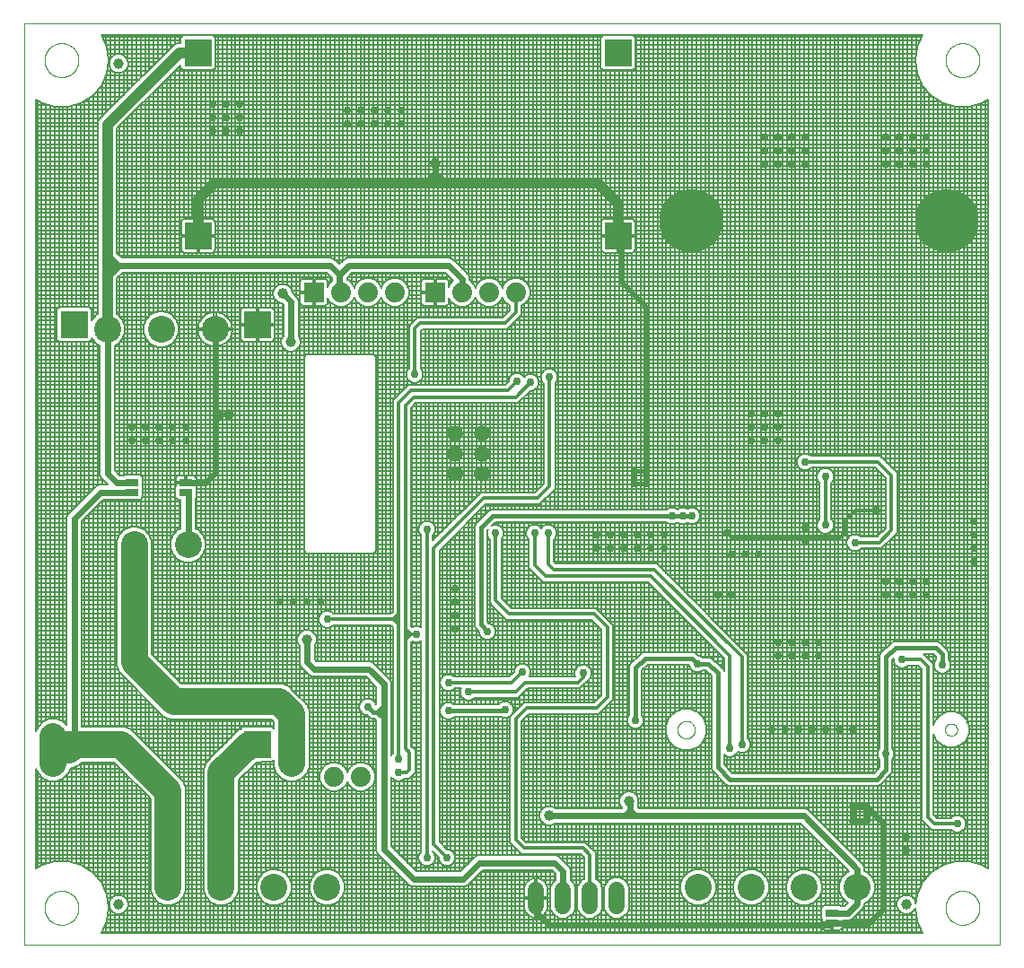
<source format=gbl>
G75*
%MOIN*%
%OFA0B0*%
%FSLAX25Y25*%
%IPPOS*%
%LPD*%
%AMOC8*
5,1,8,0,0,1.08239X$1,22.5*
%
%ADD10C,0.00000*%
%ADD11C,0.10000*%
%ADD12R,0.07400X0.07400*%
%ADD13C,0.07400*%
%ADD14C,0.03937*%
%ADD15R,0.05000X0.02500*%
%ADD16C,0.10000*%
%ADD17R,0.09843X0.09843*%
%ADD18C,0.06000*%
%ADD19C,0.04000*%
%ADD20C,0.02400*%
%ADD21C,0.03962*%
%ADD22C,0.01600*%
%ADD23C,0.02978*%
%ADD24C,0.01200*%
%ADD25C,0.00787*%
%ADD26C,0.23622*%
%ADD27C,0.05906*%
D10*
X0003220Y0057549D02*
X0003220Y0400069D01*
X0365642Y0400069D01*
X0365642Y0057549D01*
X0003220Y0057549D01*
X0010701Y0071329D02*
X0010703Y0071487D01*
X0010709Y0071645D01*
X0010719Y0071803D01*
X0010733Y0071961D01*
X0010751Y0072118D01*
X0010772Y0072275D01*
X0010798Y0072431D01*
X0010828Y0072587D01*
X0010861Y0072742D01*
X0010899Y0072895D01*
X0010940Y0073048D01*
X0010985Y0073200D01*
X0011034Y0073351D01*
X0011087Y0073500D01*
X0011143Y0073648D01*
X0011203Y0073794D01*
X0011267Y0073939D01*
X0011335Y0074082D01*
X0011406Y0074224D01*
X0011480Y0074364D01*
X0011558Y0074501D01*
X0011640Y0074637D01*
X0011724Y0074771D01*
X0011813Y0074902D01*
X0011904Y0075031D01*
X0011999Y0075158D01*
X0012096Y0075283D01*
X0012197Y0075405D01*
X0012301Y0075524D01*
X0012408Y0075641D01*
X0012518Y0075755D01*
X0012631Y0075866D01*
X0012746Y0075975D01*
X0012864Y0076080D01*
X0012985Y0076182D01*
X0013108Y0076282D01*
X0013234Y0076378D01*
X0013362Y0076471D01*
X0013492Y0076561D01*
X0013625Y0076647D01*
X0013760Y0076731D01*
X0013896Y0076810D01*
X0014035Y0076887D01*
X0014176Y0076959D01*
X0014318Y0077029D01*
X0014462Y0077094D01*
X0014608Y0077156D01*
X0014755Y0077214D01*
X0014904Y0077269D01*
X0015054Y0077320D01*
X0015205Y0077367D01*
X0015357Y0077410D01*
X0015510Y0077449D01*
X0015665Y0077485D01*
X0015820Y0077516D01*
X0015976Y0077544D01*
X0016132Y0077568D01*
X0016289Y0077588D01*
X0016447Y0077604D01*
X0016604Y0077616D01*
X0016763Y0077624D01*
X0016921Y0077628D01*
X0017079Y0077628D01*
X0017237Y0077624D01*
X0017396Y0077616D01*
X0017553Y0077604D01*
X0017711Y0077588D01*
X0017868Y0077568D01*
X0018024Y0077544D01*
X0018180Y0077516D01*
X0018335Y0077485D01*
X0018490Y0077449D01*
X0018643Y0077410D01*
X0018795Y0077367D01*
X0018946Y0077320D01*
X0019096Y0077269D01*
X0019245Y0077214D01*
X0019392Y0077156D01*
X0019538Y0077094D01*
X0019682Y0077029D01*
X0019824Y0076959D01*
X0019965Y0076887D01*
X0020104Y0076810D01*
X0020240Y0076731D01*
X0020375Y0076647D01*
X0020508Y0076561D01*
X0020638Y0076471D01*
X0020766Y0076378D01*
X0020892Y0076282D01*
X0021015Y0076182D01*
X0021136Y0076080D01*
X0021254Y0075975D01*
X0021369Y0075866D01*
X0021482Y0075755D01*
X0021592Y0075641D01*
X0021699Y0075524D01*
X0021803Y0075405D01*
X0021904Y0075283D01*
X0022001Y0075158D01*
X0022096Y0075031D01*
X0022187Y0074902D01*
X0022276Y0074771D01*
X0022360Y0074637D01*
X0022442Y0074501D01*
X0022520Y0074364D01*
X0022594Y0074224D01*
X0022665Y0074082D01*
X0022733Y0073939D01*
X0022797Y0073794D01*
X0022857Y0073648D01*
X0022913Y0073500D01*
X0022966Y0073351D01*
X0023015Y0073200D01*
X0023060Y0073048D01*
X0023101Y0072895D01*
X0023139Y0072742D01*
X0023172Y0072587D01*
X0023202Y0072431D01*
X0023228Y0072275D01*
X0023249Y0072118D01*
X0023267Y0071961D01*
X0023281Y0071803D01*
X0023291Y0071645D01*
X0023297Y0071487D01*
X0023299Y0071329D01*
X0023297Y0071171D01*
X0023291Y0071013D01*
X0023281Y0070855D01*
X0023267Y0070697D01*
X0023249Y0070540D01*
X0023228Y0070383D01*
X0023202Y0070227D01*
X0023172Y0070071D01*
X0023139Y0069916D01*
X0023101Y0069763D01*
X0023060Y0069610D01*
X0023015Y0069458D01*
X0022966Y0069307D01*
X0022913Y0069158D01*
X0022857Y0069010D01*
X0022797Y0068864D01*
X0022733Y0068719D01*
X0022665Y0068576D01*
X0022594Y0068434D01*
X0022520Y0068294D01*
X0022442Y0068157D01*
X0022360Y0068021D01*
X0022276Y0067887D01*
X0022187Y0067756D01*
X0022096Y0067627D01*
X0022001Y0067500D01*
X0021904Y0067375D01*
X0021803Y0067253D01*
X0021699Y0067134D01*
X0021592Y0067017D01*
X0021482Y0066903D01*
X0021369Y0066792D01*
X0021254Y0066683D01*
X0021136Y0066578D01*
X0021015Y0066476D01*
X0020892Y0066376D01*
X0020766Y0066280D01*
X0020638Y0066187D01*
X0020508Y0066097D01*
X0020375Y0066011D01*
X0020240Y0065927D01*
X0020104Y0065848D01*
X0019965Y0065771D01*
X0019824Y0065699D01*
X0019682Y0065629D01*
X0019538Y0065564D01*
X0019392Y0065502D01*
X0019245Y0065444D01*
X0019096Y0065389D01*
X0018946Y0065338D01*
X0018795Y0065291D01*
X0018643Y0065248D01*
X0018490Y0065209D01*
X0018335Y0065173D01*
X0018180Y0065142D01*
X0018024Y0065114D01*
X0017868Y0065090D01*
X0017711Y0065070D01*
X0017553Y0065054D01*
X0017396Y0065042D01*
X0017237Y0065034D01*
X0017079Y0065030D01*
X0016921Y0065030D01*
X0016763Y0065034D01*
X0016604Y0065042D01*
X0016447Y0065054D01*
X0016289Y0065070D01*
X0016132Y0065090D01*
X0015976Y0065114D01*
X0015820Y0065142D01*
X0015665Y0065173D01*
X0015510Y0065209D01*
X0015357Y0065248D01*
X0015205Y0065291D01*
X0015054Y0065338D01*
X0014904Y0065389D01*
X0014755Y0065444D01*
X0014608Y0065502D01*
X0014462Y0065564D01*
X0014318Y0065629D01*
X0014176Y0065699D01*
X0014035Y0065771D01*
X0013896Y0065848D01*
X0013760Y0065927D01*
X0013625Y0066011D01*
X0013492Y0066097D01*
X0013362Y0066187D01*
X0013234Y0066280D01*
X0013108Y0066376D01*
X0012985Y0066476D01*
X0012864Y0066578D01*
X0012746Y0066683D01*
X0012631Y0066792D01*
X0012518Y0066903D01*
X0012408Y0067017D01*
X0012301Y0067134D01*
X0012197Y0067253D01*
X0012096Y0067375D01*
X0011999Y0067500D01*
X0011904Y0067627D01*
X0011813Y0067756D01*
X0011724Y0067887D01*
X0011640Y0068021D01*
X0011558Y0068157D01*
X0011480Y0068294D01*
X0011406Y0068434D01*
X0011335Y0068576D01*
X0011267Y0068719D01*
X0011203Y0068864D01*
X0011143Y0069010D01*
X0011087Y0069158D01*
X0011034Y0069307D01*
X0010985Y0069458D01*
X0010940Y0069610D01*
X0010899Y0069763D01*
X0010861Y0069916D01*
X0010828Y0070071D01*
X0010798Y0070227D01*
X0010772Y0070383D01*
X0010751Y0070540D01*
X0010733Y0070697D01*
X0010719Y0070855D01*
X0010709Y0071013D01*
X0010703Y0071171D01*
X0010701Y0071329D01*
X0245760Y0137549D02*
X0245762Y0137662D01*
X0245768Y0137776D01*
X0245778Y0137889D01*
X0245792Y0138001D01*
X0245809Y0138113D01*
X0245831Y0138224D01*
X0245856Y0138335D01*
X0245886Y0138444D01*
X0245919Y0138553D01*
X0245956Y0138660D01*
X0245997Y0138766D01*
X0246041Y0138870D01*
X0246089Y0138973D01*
X0246140Y0139074D01*
X0246195Y0139173D01*
X0246254Y0139270D01*
X0246315Y0139365D01*
X0246380Y0139458D01*
X0246449Y0139549D01*
X0246520Y0139637D01*
X0246594Y0139722D01*
X0246672Y0139805D01*
X0246752Y0139885D01*
X0246835Y0139963D01*
X0246920Y0140037D01*
X0247008Y0140108D01*
X0247099Y0140177D01*
X0247192Y0140242D01*
X0247287Y0140303D01*
X0247384Y0140362D01*
X0247483Y0140417D01*
X0247584Y0140468D01*
X0247687Y0140516D01*
X0247791Y0140560D01*
X0247897Y0140601D01*
X0248004Y0140638D01*
X0248113Y0140671D01*
X0248222Y0140701D01*
X0248333Y0140726D01*
X0248444Y0140748D01*
X0248556Y0140765D01*
X0248668Y0140779D01*
X0248781Y0140789D01*
X0248895Y0140795D01*
X0249008Y0140797D01*
X0249121Y0140795D01*
X0249235Y0140789D01*
X0249348Y0140779D01*
X0249460Y0140765D01*
X0249572Y0140748D01*
X0249683Y0140726D01*
X0249794Y0140701D01*
X0249903Y0140671D01*
X0250012Y0140638D01*
X0250119Y0140601D01*
X0250225Y0140560D01*
X0250329Y0140516D01*
X0250432Y0140468D01*
X0250533Y0140417D01*
X0250632Y0140362D01*
X0250729Y0140303D01*
X0250824Y0140242D01*
X0250917Y0140177D01*
X0251008Y0140108D01*
X0251096Y0140037D01*
X0251181Y0139963D01*
X0251264Y0139885D01*
X0251344Y0139805D01*
X0251422Y0139722D01*
X0251496Y0139637D01*
X0251567Y0139549D01*
X0251636Y0139458D01*
X0251701Y0139365D01*
X0251762Y0139270D01*
X0251821Y0139173D01*
X0251876Y0139074D01*
X0251927Y0138973D01*
X0251975Y0138870D01*
X0252019Y0138766D01*
X0252060Y0138660D01*
X0252097Y0138553D01*
X0252130Y0138444D01*
X0252160Y0138335D01*
X0252185Y0138224D01*
X0252207Y0138113D01*
X0252224Y0138001D01*
X0252238Y0137889D01*
X0252248Y0137776D01*
X0252254Y0137662D01*
X0252256Y0137549D01*
X0252254Y0137436D01*
X0252248Y0137322D01*
X0252238Y0137209D01*
X0252224Y0137097D01*
X0252207Y0136985D01*
X0252185Y0136874D01*
X0252160Y0136763D01*
X0252130Y0136654D01*
X0252097Y0136545D01*
X0252060Y0136438D01*
X0252019Y0136332D01*
X0251975Y0136228D01*
X0251927Y0136125D01*
X0251876Y0136024D01*
X0251821Y0135925D01*
X0251762Y0135828D01*
X0251701Y0135733D01*
X0251636Y0135640D01*
X0251567Y0135549D01*
X0251496Y0135461D01*
X0251422Y0135376D01*
X0251344Y0135293D01*
X0251264Y0135213D01*
X0251181Y0135135D01*
X0251096Y0135061D01*
X0251008Y0134990D01*
X0250917Y0134921D01*
X0250824Y0134856D01*
X0250729Y0134795D01*
X0250632Y0134736D01*
X0250533Y0134681D01*
X0250432Y0134630D01*
X0250329Y0134582D01*
X0250225Y0134538D01*
X0250119Y0134497D01*
X0250012Y0134460D01*
X0249903Y0134427D01*
X0249794Y0134397D01*
X0249683Y0134372D01*
X0249572Y0134350D01*
X0249460Y0134333D01*
X0249348Y0134319D01*
X0249235Y0134309D01*
X0249121Y0134303D01*
X0249008Y0134301D01*
X0248895Y0134303D01*
X0248781Y0134309D01*
X0248668Y0134319D01*
X0248556Y0134333D01*
X0248444Y0134350D01*
X0248333Y0134372D01*
X0248222Y0134397D01*
X0248113Y0134427D01*
X0248004Y0134460D01*
X0247897Y0134497D01*
X0247791Y0134538D01*
X0247687Y0134582D01*
X0247584Y0134630D01*
X0247483Y0134681D01*
X0247384Y0134736D01*
X0247287Y0134795D01*
X0247192Y0134856D01*
X0247099Y0134921D01*
X0247008Y0134990D01*
X0246920Y0135061D01*
X0246835Y0135135D01*
X0246752Y0135213D01*
X0246672Y0135293D01*
X0246594Y0135376D01*
X0246520Y0135461D01*
X0246449Y0135549D01*
X0246380Y0135640D01*
X0246315Y0135733D01*
X0246254Y0135828D01*
X0246195Y0135925D01*
X0246140Y0136024D01*
X0246089Y0136125D01*
X0246041Y0136228D01*
X0245997Y0136332D01*
X0245956Y0136438D01*
X0245919Y0136545D01*
X0245886Y0136654D01*
X0245856Y0136763D01*
X0245831Y0136874D01*
X0245809Y0136985D01*
X0245792Y0137097D01*
X0245778Y0137209D01*
X0245768Y0137322D01*
X0245762Y0137436D01*
X0245760Y0137549D01*
X0345169Y0137549D02*
X0345171Y0137644D01*
X0345177Y0137738D01*
X0345187Y0137833D01*
X0345201Y0137927D01*
X0345218Y0138020D01*
X0345240Y0138112D01*
X0345266Y0138203D01*
X0345295Y0138294D01*
X0345328Y0138382D01*
X0345365Y0138470D01*
X0345405Y0138556D01*
X0345449Y0138640D01*
X0345496Y0138722D01*
X0345547Y0138802D01*
X0345601Y0138880D01*
X0345659Y0138955D01*
X0345719Y0139028D01*
X0345783Y0139099D01*
X0345849Y0139167D01*
X0345918Y0139231D01*
X0345990Y0139293D01*
X0346064Y0139352D01*
X0346141Y0139408D01*
X0346220Y0139461D01*
X0346301Y0139510D01*
X0346384Y0139555D01*
X0346469Y0139598D01*
X0346556Y0139636D01*
X0346644Y0139671D01*
X0346733Y0139702D01*
X0346824Y0139730D01*
X0346916Y0139753D01*
X0347009Y0139773D01*
X0347102Y0139789D01*
X0347196Y0139801D01*
X0347291Y0139809D01*
X0347386Y0139813D01*
X0347480Y0139813D01*
X0347575Y0139809D01*
X0347670Y0139801D01*
X0347764Y0139789D01*
X0347857Y0139773D01*
X0347950Y0139753D01*
X0348042Y0139730D01*
X0348133Y0139702D01*
X0348222Y0139671D01*
X0348310Y0139636D01*
X0348397Y0139598D01*
X0348482Y0139555D01*
X0348565Y0139510D01*
X0348646Y0139461D01*
X0348725Y0139408D01*
X0348802Y0139352D01*
X0348876Y0139293D01*
X0348948Y0139231D01*
X0349017Y0139167D01*
X0349083Y0139099D01*
X0349147Y0139028D01*
X0349207Y0138955D01*
X0349265Y0138880D01*
X0349319Y0138802D01*
X0349370Y0138722D01*
X0349417Y0138640D01*
X0349461Y0138556D01*
X0349501Y0138470D01*
X0349538Y0138382D01*
X0349571Y0138294D01*
X0349600Y0138203D01*
X0349626Y0138112D01*
X0349648Y0138020D01*
X0349665Y0137927D01*
X0349679Y0137833D01*
X0349689Y0137738D01*
X0349695Y0137644D01*
X0349697Y0137549D01*
X0349695Y0137454D01*
X0349689Y0137360D01*
X0349679Y0137265D01*
X0349665Y0137171D01*
X0349648Y0137078D01*
X0349626Y0136986D01*
X0349600Y0136895D01*
X0349571Y0136804D01*
X0349538Y0136716D01*
X0349501Y0136628D01*
X0349461Y0136542D01*
X0349417Y0136458D01*
X0349370Y0136376D01*
X0349319Y0136296D01*
X0349265Y0136218D01*
X0349207Y0136143D01*
X0349147Y0136070D01*
X0349083Y0135999D01*
X0349017Y0135931D01*
X0348948Y0135867D01*
X0348876Y0135805D01*
X0348802Y0135746D01*
X0348725Y0135690D01*
X0348646Y0135637D01*
X0348565Y0135588D01*
X0348482Y0135543D01*
X0348397Y0135500D01*
X0348310Y0135462D01*
X0348222Y0135427D01*
X0348133Y0135396D01*
X0348042Y0135368D01*
X0347950Y0135345D01*
X0347857Y0135325D01*
X0347764Y0135309D01*
X0347670Y0135297D01*
X0347575Y0135289D01*
X0347480Y0135285D01*
X0347386Y0135285D01*
X0347291Y0135289D01*
X0347196Y0135297D01*
X0347102Y0135309D01*
X0347009Y0135325D01*
X0346916Y0135345D01*
X0346824Y0135368D01*
X0346733Y0135396D01*
X0346644Y0135427D01*
X0346556Y0135462D01*
X0346469Y0135500D01*
X0346384Y0135543D01*
X0346301Y0135588D01*
X0346220Y0135637D01*
X0346141Y0135690D01*
X0346064Y0135746D01*
X0345990Y0135805D01*
X0345918Y0135867D01*
X0345849Y0135931D01*
X0345783Y0135999D01*
X0345719Y0136070D01*
X0345659Y0136143D01*
X0345601Y0136218D01*
X0345547Y0136296D01*
X0345496Y0136376D01*
X0345449Y0136458D01*
X0345405Y0136542D01*
X0345365Y0136628D01*
X0345328Y0136716D01*
X0345295Y0136804D01*
X0345266Y0136895D01*
X0345240Y0136986D01*
X0345218Y0137078D01*
X0345201Y0137171D01*
X0345187Y0137265D01*
X0345177Y0137360D01*
X0345171Y0137454D01*
X0345169Y0137549D01*
X0345347Y0071329D02*
X0345349Y0071487D01*
X0345355Y0071645D01*
X0345365Y0071803D01*
X0345379Y0071961D01*
X0345397Y0072118D01*
X0345418Y0072275D01*
X0345444Y0072431D01*
X0345474Y0072587D01*
X0345507Y0072742D01*
X0345545Y0072895D01*
X0345586Y0073048D01*
X0345631Y0073200D01*
X0345680Y0073351D01*
X0345733Y0073500D01*
X0345789Y0073648D01*
X0345849Y0073794D01*
X0345913Y0073939D01*
X0345981Y0074082D01*
X0346052Y0074224D01*
X0346126Y0074364D01*
X0346204Y0074501D01*
X0346286Y0074637D01*
X0346370Y0074771D01*
X0346459Y0074902D01*
X0346550Y0075031D01*
X0346645Y0075158D01*
X0346742Y0075283D01*
X0346843Y0075405D01*
X0346947Y0075524D01*
X0347054Y0075641D01*
X0347164Y0075755D01*
X0347277Y0075866D01*
X0347392Y0075975D01*
X0347510Y0076080D01*
X0347631Y0076182D01*
X0347754Y0076282D01*
X0347880Y0076378D01*
X0348008Y0076471D01*
X0348138Y0076561D01*
X0348271Y0076647D01*
X0348406Y0076731D01*
X0348542Y0076810D01*
X0348681Y0076887D01*
X0348822Y0076959D01*
X0348964Y0077029D01*
X0349108Y0077094D01*
X0349254Y0077156D01*
X0349401Y0077214D01*
X0349550Y0077269D01*
X0349700Y0077320D01*
X0349851Y0077367D01*
X0350003Y0077410D01*
X0350156Y0077449D01*
X0350311Y0077485D01*
X0350466Y0077516D01*
X0350622Y0077544D01*
X0350778Y0077568D01*
X0350935Y0077588D01*
X0351093Y0077604D01*
X0351250Y0077616D01*
X0351409Y0077624D01*
X0351567Y0077628D01*
X0351725Y0077628D01*
X0351883Y0077624D01*
X0352042Y0077616D01*
X0352199Y0077604D01*
X0352357Y0077588D01*
X0352514Y0077568D01*
X0352670Y0077544D01*
X0352826Y0077516D01*
X0352981Y0077485D01*
X0353136Y0077449D01*
X0353289Y0077410D01*
X0353441Y0077367D01*
X0353592Y0077320D01*
X0353742Y0077269D01*
X0353891Y0077214D01*
X0354038Y0077156D01*
X0354184Y0077094D01*
X0354328Y0077029D01*
X0354470Y0076959D01*
X0354611Y0076887D01*
X0354750Y0076810D01*
X0354886Y0076731D01*
X0355021Y0076647D01*
X0355154Y0076561D01*
X0355284Y0076471D01*
X0355412Y0076378D01*
X0355538Y0076282D01*
X0355661Y0076182D01*
X0355782Y0076080D01*
X0355900Y0075975D01*
X0356015Y0075866D01*
X0356128Y0075755D01*
X0356238Y0075641D01*
X0356345Y0075524D01*
X0356449Y0075405D01*
X0356550Y0075283D01*
X0356647Y0075158D01*
X0356742Y0075031D01*
X0356833Y0074902D01*
X0356922Y0074771D01*
X0357006Y0074637D01*
X0357088Y0074501D01*
X0357166Y0074364D01*
X0357240Y0074224D01*
X0357311Y0074082D01*
X0357379Y0073939D01*
X0357443Y0073794D01*
X0357503Y0073648D01*
X0357559Y0073500D01*
X0357612Y0073351D01*
X0357661Y0073200D01*
X0357706Y0073048D01*
X0357747Y0072895D01*
X0357785Y0072742D01*
X0357818Y0072587D01*
X0357848Y0072431D01*
X0357874Y0072275D01*
X0357895Y0072118D01*
X0357913Y0071961D01*
X0357927Y0071803D01*
X0357937Y0071645D01*
X0357943Y0071487D01*
X0357945Y0071329D01*
X0357943Y0071171D01*
X0357937Y0071013D01*
X0357927Y0070855D01*
X0357913Y0070697D01*
X0357895Y0070540D01*
X0357874Y0070383D01*
X0357848Y0070227D01*
X0357818Y0070071D01*
X0357785Y0069916D01*
X0357747Y0069763D01*
X0357706Y0069610D01*
X0357661Y0069458D01*
X0357612Y0069307D01*
X0357559Y0069158D01*
X0357503Y0069010D01*
X0357443Y0068864D01*
X0357379Y0068719D01*
X0357311Y0068576D01*
X0357240Y0068434D01*
X0357166Y0068294D01*
X0357088Y0068157D01*
X0357006Y0068021D01*
X0356922Y0067887D01*
X0356833Y0067756D01*
X0356742Y0067627D01*
X0356647Y0067500D01*
X0356550Y0067375D01*
X0356449Y0067253D01*
X0356345Y0067134D01*
X0356238Y0067017D01*
X0356128Y0066903D01*
X0356015Y0066792D01*
X0355900Y0066683D01*
X0355782Y0066578D01*
X0355661Y0066476D01*
X0355538Y0066376D01*
X0355412Y0066280D01*
X0355284Y0066187D01*
X0355154Y0066097D01*
X0355021Y0066011D01*
X0354886Y0065927D01*
X0354750Y0065848D01*
X0354611Y0065771D01*
X0354470Y0065699D01*
X0354328Y0065629D01*
X0354184Y0065564D01*
X0354038Y0065502D01*
X0353891Y0065444D01*
X0353742Y0065389D01*
X0353592Y0065338D01*
X0353441Y0065291D01*
X0353289Y0065248D01*
X0353136Y0065209D01*
X0352981Y0065173D01*
X0352826Y0065142D01*
X0352670Y0065114D01*
X0352514Y0065090D01*
X0352357Y0065070D01*
X0352199Y0065054D01*
X0352042Y0065042D01*
X0351883Y0065034D01*
X0351725Y0065030D01*
X0351567Y0065030D01*
X0351409Y0065034D01*
X0351250Y0065042D01*
X0351093Y0065054D01*
X0350935Y0065070D01*
X0350778Y0065090D01*
X0350622Y0065114D01*
X0350466Y0065142D01*
X0350311Y0065173D01*
X0350156Y0065209D01*
X0350003Y0065248D01*
X0349851Y0065291D01*
X0349700Y0065338D01*
X0349550Y0065389D01*
X0349401Y0065444D01*
X0349254Y0065502D01*
X0349108Y0065564D01*
X0348964Y0065629D01*
X0348822Y0065699D01*
X0348681Y0065771D01*
X0348542Y0065848D01*
X0348406Y0065927D01*
X0348271Y0066011D01*
X0348138Y0066097D01*
X0348008Y0066187D01*
X0347880Y0066280D01*
X0347754Y0066376D01*
X0347631Y0066476D01*
X0347510Y0066578D01*
X0347392Y0066683D01*
X0347277Y0066792D01*
X0347164Y0066903D01*
X0347054Y0067017D01*
X0346947Y0067134D01*
X0346843Y0067253D01*
X0346742Y0067375D01*
X0346645Y0067500D01*
X0346550Y0067627D01*
X0346459Y0067756D01*
X0346370Y0067887D01*
X0346286Y0068021D01*
X0346204Y0068157D01*
X0346126Y0068294D01*
X0346052Y0068434D01*
X0345981Y0068576D01*
X0345913Y0068719D01*
X0345849Y0068864D01*
X0345789Y0069010D01*
X0345733Y0069158D01*
X0345680Y0069307D01*
X0345631Y0069458D01*
X0345586Y0069610D01*
X0345545Y0069763D01*
X0345507Y0069916D01*
X0345474Y0070071D01*
X0345444Y0070227D01*
X0345418Y0070383D01*
X0345397Y0070540D01*
X0345379Y0070697D01*
X0345365Y0070855D01*
X0345355Y0071013D01*
X0345349Y0071171D01*
X0345347Y0071329D01*
X0345347Y0386289D02*
X0345349Y0386447D01*
X0345355Y0386605D01*
X0345365Y0386763D01*
X0345379Y0386921D01*
X0345397Y0387078D01*
X0345418Y0387235D01*
X0345444Y0387391D01*
X0345474Y0387547D01*
X0345507Y0387702D01*
X0345545Y0387855D01*
X0345586Y0388008D01*
X0345631Y0388160D01*
X0345680Y0388311D01*
X0345733Y0388460D01*
X0345789Y0388608D01*
X0345849Y0388754D01*
X0345913Y0388899D01*
X0345981Y0389042D01*
X0346052Y0389184D01*
X0346126Y0389324D01*
X0346204Y0389461D01*
X0346286Y0389597D01*
X0346370Y0389731D01*
X0346459Y0389862D01*
X0346550Y0389991D01*
X0346645Y0390118D01*
X0346742Y0390243D01*
X0346843Y0390365D01*
X0346947Y0390484D01*
X0347054Y0390601D01*
X0347164Y0390715D01*
X0347277Y0390826D01*
X0347392Y0390935D01*
X0347510Y0391040D01*
X0347631Y0391142D01*
X0347754Y0391242D01*
X0347880Y0391338D01*
X0348008Y0391431D01*
X0348138Y0391521D01*
X0348271Y0391607D01*
X0348406Y0391691D01*
X0348542Y0391770D01*
X0348681Y0391847D01*
X0348822Y0391919D01*
X0348964Y0391989D01*
X0349108Y0392054D01*
X0349254Y0392116D01*
X0349401Y0392174D01*
X0349550Y0392229D01*
X0349700Y0392280D01*
X0349851Y0392327D01*
X0350003Y0392370D01*
X0350156Y0392409D01*
X0350311Y0392445D01*
X0350466Y0392476D01*
X0350622Y0392504D01*
X0350778Y0392528D01*
X0350935Y0392548D01*
X0351093Y0392564D01*
X0351250Y0392576D01*
X0351409Y0392584D01*
X0351567Y0392588D01*
X0351725Y0392588D01*
X0351883Y0392584D01*
X0352042Y0392576D01*
X0352199Y0392564D01*
X0352357Y0392548D01*
X0352514Y0392528D01*
X0352670Y0392504D01*
X0352826Y0392476D01*
X0352981Y0392445D01*
X0353136Y0392409D01*
X0353289Y0392370D01*
X0353441Y0392327D01*
X0353592Y0392280D01*
X0353742Y0392229D01*
X0353891Y0392174D01*
X0354038Y0392116D01*
X0354184Y0392054D01*
X0354328Y0391989D01*
X0354470Y0391919D01*
X0354611Y0391847D01*
X0354750Y0391770D01*
X0354886Y0391691D01*
X0355021Y0391607D01*
X0355154Y0391521D01*
X0355284Y0391431D01*
X0355412Y0391338D01*
X0355538Y0391242D01*
X0355661Y0391142D01*
X0355782Y0391040D01*
X0355900Y0390935D01*
X0356015Y0390826D01*
X0356128Y0390715D01*
X0356238Y0390601D01*
X0356345Y0390484D01*
X0356449Y0390365D01*
X0356550Y0390243D01*
X0356647Y0390118D01*
X0356742Y0389991D01*
X0356833Y0389862D01*
X0356922Y0389731D01*
X0357006Y0389597D01*
X0357088Y0389461D01*
X0357166Y0389324D01*
X0357240Y0389184D01*
X0357311Y0389042D01*
X0357379Y0388899D01*
X0357443Y0388754D01*
X0357503Y0388608D01*
X0357559Y0388460D01*
X0357612Y0388311D01*
X0357661Y0388160D01*
X0357706Y0388008D01*
X0357747Y0387855D01*
X0357785Y0387702D01*
X0357818Y0387547D01*
X0357848Y0387391D01*
X0357874Y0387235D01*
X0357895Y0387078D01*
X0357913Y0386921D01*
X0357927Y0386763D01*
X0357937Y0386605D01*
X0357943Y0386447D01*
X0357945Y0386289D01*
X0357943Y0386131D01*
X0357937Y0385973D01*
X0357927Y0385815D01*
X0357913Y0385657D01*
X0357895Y0385500D01*
X0357874Y0385343D01*
X0357848Y0385187D01*
X0357818Y0385031D01*
X0357785Y0384876D01*
X0357747Y0384723D01*
X0357706Y0384570D01*
X0357661Y0384418D01*
X0357612Y0384267D01*
X0357559Y0384118D01*
X0357503Y0383970D01*
X0357443Y0383824D01*
X0357379Y0383679D01*
X0357311Y0383536D01*
X0357240Y0383394D01*
X0357166Y0383254D01*
X0357088Y0383117D01*
X0357006Y0382981D01*
X0356922Y0382847D01*
X0356833Y0382716D01*
X0356742Y0382587D01*
X0356647Y0382460D01*
X0356550Y0382335D01*
X0356449Y0382213D01*
X0356345Y0382094D01*
X0356238Y0381977D01*
X0356128Y0381863D01*
X0356015Y0381752D01*
X0355900Y0381643D01*
X0355782Y0381538D01*
X0355661Y0381436D01*
X0355538Y0381336D01*
X0355412Y0381240D01*
X0355284Y0381147D01*
X0355154Y0381057D01*
X0355021Y0380971D01*
X0354886Y0380887D01*
X0354750Y0380808D01*
X0354611Y0380731D01*
X0354470Y0380659D01*
X0354328Y0380589D01*
X0354184Y0380524D01*
X0354038Y0380462D01*
X0353891Y0380404D01*
X0353742Y0380349D01*
X0353592Y0380298D01*
X0353441Y0380251D01*
X0353289Y0380208D01*
X0353136Y0380169D01*
X0352981Y0380133D01*
X0352826Y0380102D01*
X0352670Y0380074D01*
X0352514Y0380050D01*
X0352357Y0380030D01*
X0352199Y0380014D01*
X0352042Y0380002D01*
X0351883Y0379994D01*
X0351725Y0379990D01*
X0351567Y0379990D01*
X0351409Y0379994D01*
X0351250Y0380002D01*
X0351093Y0380014D01*
X0350935Y0380030D01*
X0350778Y0380050D01*
X0350622Y0380074D01*
X0350466Y0380102D01*
X0350311Y0380133D01*
X0350156Y0380169D01*
X0350003Y0380208D01*
X0349851Y0380251D01*
X0349700Y0380298D01*
X0349550Y0380349D01*
X0349401Y0380404D01*
X0349254Y0380462D01*
X0349108Y0380524D01*
X0348964Y0380589D01*
X0348822Y0380659D01*
X0348681Y0380731D01*
X0348542Y0380808D01*
X0348406Y0380887D01*
X0348271Y0380971D01*
X0348138Y0381057D01*
X0348008Y0381147D01*
X0347880Y0381240D01*
X0347754Y0381336D01*
X0347631Y0381436D01*
X0347510Y0381538D01*
X0347392Y0381643D01*
X0347277Y0381752D01*
X0347164Y0381863D01*
X0347054Y0381977D01*
X0346947Y0382094D01*
X0346843Y0382213D01*
X0346742Y0382335D01*
X0346645Y0382460D01*
X0346550Y0382587D01*
X0346459Y0382716D01*
X0346370Y0382847D01*
X0346286Y0382981D01*
X0346204Y0383117D01*
X0346126Y0383254D01*
X0346052Y0383394D01*
X0345981Y0383536D01*
X0345913Y0383679D01*
X0345849Y0383824D01*
X0345789Y0383970D01*
X0345733Y0384118D01*
X0345680Y0384267D01*
X0345631Y0384418D01*
X0345586Y0384570D01*
X0345545Y0384723D01*
X0345507Y0384876D01*
X0345474Y0385031D01*
X0345444Y0385187D01*
X0345418Y0385343D01*
X0345397Y0385500D01*
X0345379Y0385657D01*
X0345365Y0385815D01*
X0345355Y0385973D01*
X0345349Y0386131D01*
X0345347Y0386289D01*
X0010701Y0386289D02*
X0010703Y0386447D01*
X0010709Y0386605D01*
X0010719Y0386763D01*
X0010733Y0386921D01*
X0010751Y0387078D01*
X0010772Y0387235D01*
X0010798Y0387391D01*
X0010828Y0387547D01*
X0010861Y0387702D01*
X0010899Y0387855D01*
X0010940Y0388008D01*
X0010985Y0388160D01*
X0011034Y0388311D01*
X0011087Y0388460D01*
X0011143Y0388608D01*
X0011203Y0388754D01*
X0011267Y0388899D01*
X0011335Y0389042D01*
X0011406Y0389184D01*
X0011480Y0389324D01*
X0011558Y0389461D01*
X0011640Y0389597D01*
X0011724Y0389731D01*
X0011813Y0389862D01*
X0011904Y0389991D01*
X0011999Y0390118D01*
X0012096Y0390243D01*
X0012197Y0390365D01*
X0012301Y0390484D01*
X0012408Y0390601D01*
X0012518Y0390715D01*
X0012631Y0390826D01*
X0012746Y0390935D01*
X0012864Y0391040D01*
X0012985Y0391142D01*
X0013108Y0391242D01*
X0013234Y0391338D01*
X0013362Y0391431D01*
X0013492Y0391521D01*
X0013625Y0391607D01*
X0013760Y0391691D01*
X0013896Y0391770D01*
X0014035Y0391847D01*
X0014176Y0391919D01*
X0014318Y0391989D01*
X0014462Y0392054D01*
X0014608Y0392116D01*
X0014755Y0392174D01*
X0014904Y0392229D01*
X0015054Y0392280D01*
X0015205Y0392327D01*
X0015357Y0392370D01*
X0015510Y0392409D01*
X0015665Y0392445D01*
X0015820Y0392476D01*
X0015976Y0392504D01*
X0016132Y0392528D01*
X0016289Y0392548D01*
X0016447Y0392564D01*
X0016604Y0392576D01*
X0016763Y0392584D01*
X0016921Y0392588D01*
X0017079Y0392588D01*
X0017237Y0392584D01*
X0017396Y0392576D01*
X0017553Y0392564D01*
X0017711Y0392548D01*
X0017868Y0392528D01*
X0018024Y0392504D01*
X0018180Y0392476D01*
X0018335Y0392445D01*
X0018490Y0392409D01*
X0018643Y0392370D01*
X0018795Y0392327D01*
X0018946Y0392280D01*
X0019096Y0392229D01*
X0019245Y0392174D01*
X0019392Y0392116D01*
X0019538Y0392054D01*
X0019682Y0391989D01*
X0019824Y0391919D01*
X0019965Y0391847D01*
X0020104Y0391770D01*
X0020240Y0391691D01*
X0020375Y0391607D01*
X0020508Y0391521D01*
X0020638Y0391431D01*
X0020766Y0391338D01*
X0020892Y0391242D01*
X0021015Y0391142D01*
X0021136Y0391040D01*
X0021254Y0390935D01*
X0021369Y0390826D01*
X0021482Y0390715D01*
X0021592Y0390601D01*
X0021699Y0390484D01*
X0021803Y0390365D01*
X0021904Y0390243D01*
X0022001Y0390118D01*
X0022096Y0389991D01*
X0022187Y0389862D01*
X0022276Y0389731D01*
X0022360Y0389597D01*
X0022442Y0389461D01*
X0022520Y0389324D01*
X0022594Y0389184D01*
X0022665Y0389042D01*
X0022733Y0388899D01*
X0022797Y0388754D01*
X0022857Y0388608D01*
X0022913Y0388460D01*
X0022966Y0388311D01*
X0023015Y0388160D01*
X0023060Y0388008D01*
X0023101Y0387855D01*
X0023139Y0387702D01*
X0023172Y0387547D01*
X0023202Y0387391D01*
X0023228Y0387235D01*
X0023249Y0387078D01*
X0023267Y0386921D01*
X0023281Y0386763D01*
X0023291Y0386605D01*
X0023297Y0386447D01*
X0023299Y0386289D01*
X0023297Y0386131D01*
X0023291Y0385973D01*
X0023281Y0385815D01*
X0023267Y0385657D01*
X0023249Y0385500D01*
X0023228Y0385343D01*
X0023202Y0385187D01*
X0023172Y0385031D01*
X0023139Y0384876D01*
X0023101Y0384723D01*
X0023060Y0384570D01*
X0023015Y0384418D01*
X0022966Y0384267D01*
X0022913Y0384118D01*
X0022857Y0383970D01*
X0022797Y0383824D01*
X0022733Y0383679D01*
X0022665Y0383536D01*
X0022594Y0383394D01*
X0022520Y0383254D01*
X0022442Y0383117D01*
X0022360Y0382981D01*
X0022276Y0382847D01*
X0022187Y0382716D01*
X0022096Y0382587D01*
X0022001Y0382460D01*
X0021904Y0382335D01*
X0021803Y0382213D01*
X0021699Y0382094D01*
X0021592Y0381977D01*
X0021482Y0381863D01*
X0021369Y0381752D01*
X0021254Y0381643D01*
X0021136Y0381538D01*
X0021015Y0381436D01*
X0020892Y0381336D01*
X0020766Y0381240D01*
X0020638Y0381147D01*
X0020508Y0381057D01*
X0020375Y0380971D01*
X0020240Y0380887D01*
X0020104Y0380808D01*
X0019965Y0380731D01*
X0019824Y0380659D01*
X0019682Y0380589D01*
X0019538Y0380524D01*
X0019392Y0380462D01*
X0019245Y0380404D01*
X0019096Y0380349D01*
X0018946Y0380298D01*
X0018795Y0380251D01*
X0018643Y0380208D01*
X0018490Y0380169D01*
X0018335Y0380133D01*
X0018180Y0380102D01*
X0018024Y0380074D01*
X0017868Y0380050D01*
X0017711Y0380030D01*
X0017553Y0380014D01*
X0017396Y0380002D01*
X0017237Y0379994D01*
X0017079Y0379990D01*
X0016921Y0379990D01*
X0016763Y0379994D01*
X0016604Y0380002D01*
X0016447Y0380014D01*
X0016289Y0380030D01*
X0016132Y0380050D01*
X0015976Y0380074D01*
X0015820Y0380102D01*
X0015665Y0380133D01*
X0015510Y0380169D01*
X0015357Y0380208D01*
X0015205Y0380251D01*
X0015054Y0380298D01*
X0014904Y0380349D01*
X0014755Y0380404D01*
X0014608Y0380462D01*
X0014462Y0380524D01*
X0014318Y0380589D01*
X0014176Y0380659D01*
X0014035Y0380731D01*
X0013896Y0380808D01*
X0013760Y0380887D01*
X0013625Y0380971D01*
X0013492Y0381057D01*
X0013362Y0381147D01*
X0013234Y0381240D01*
X0013108Y0381336D01*
X0012985Y0381436D01*
X0012864Y0381538D01*
X0012746Y0381643D01*
X0012631Y0381752D01*
X0012518Y0381863D01*
X0012408Y0381977D01*
X0012301Y0382094D01*
X0012197Y0382213D01*
X0012096Y0382335D01*
X0011999Y0382460D01*
X0011904Y0382587D01*
X0011813Y0382716D01*
X0011724Y0382847D01*
X0011640Y0382981D01*
X0011558Y0383117D01*
X0011480Y0383254D01*
X0011406Y0383394D01*
X0011335Y0383536D01*
X0011267Y0383679D01*
X0011203Y0383824D01*
X0011143Y0383970D01*
X0011087Y0384118D01*
X0011034Y0384267D01*
X0010985Y0384418D01*
X0010940Y0384570D01*
X0010899Y0384723D01*
X0010861Y0384876D01*
X0010828Y0385031D01*
X0010798Y0385187D01*
X0010772Y0385343D01*
X0010751Y0385500D01*
X0010733Y0385657D01*
X0010719Y0385815D01*
X0010709Y0385973D01*
X0010703Y0386131D01*
X0010701Y0386289D01*
D11*
X0044008Y0206230D02*
X0044008Y0162762D01*
X0058720Y0148049D01*
X0097720Y0148049D01*
X0102520Y0143249D01*
X0102520Y0130049D01*
X0102520Y0125049D02*
X0102520Y0135049D01*
X0089720Y0132049D02*
X0086720Y0132049D01*
X0076276Y0121604D01*
X0076276Y0079006D01*
X0056591Y0079006D02*
X0056591Y0114679D01*
X0039220Y0132049D01*
X0021720Y0132049D01*
X0019720Y0130049D01*
X0013920Y0130049D01*
X0013920Y0125049D02*
X0013920Y0135049D01*
D12*
X0110720Y0300049D03*
X0155720Y0300049D03*
D13*
X0165720Y0300049D03*
X0175720Y0300049D03*
X0185720Y0300049D03*
X0140720Y0300049D03*
X0130720Y0300049D03*
X0120720Y0300049D03*
X0118220Y0120049D03*
X0128220Y0120049D03*
D14*
X0038220Y0072549D03*
X0038220Y0385049D03*
X0330720Y0072549D03*
D15*
X0303220Y0069321D03*
X0303220Y0065778D03*
X0063220Y0225778D03*
X0063220Y0229321D03*
X0043220Y0229321D03*
X0043220Y0225778D03*
D16*
X0044008Y0206230D03*
X0064008Y0206230D03*
X0074008Y0286230D03*
X0054008Y0286230D03*
X0034008Y0286230D03*
X0056591Y0079006D03*
X0076276Y0079006D03*
X0095961Y0079006D03*
X0115646Y0079006D03*
X0253441Y0079006D03*
X0273126Y0079006D03*
X0292811Y0079006D03*
X0312496Y0079006D03*
D17*
X0089720Y0132049D03*
X0021720Y0132049D03*
X0021720Y0288049D03*
X0067720Y0321049D03*
X0089720Y0288049D03*
X0067720Y0389049D03*
X0223720Y0389049D03*
X0223720Y0321049D03*
D18*
X0223220Y0078049D02*
X0223220Y0072049D01*
X0213220Y0072049D02*
X0213220Y0078049D01*
X0203220Y0078049D02*
X0203220Y0072049D01*
X0193220Y0072049D02*
X0193220Y0078049D01*
D19*
X0034008Y0286230D02*
X0034008Y0305549D01*
X0034008Y0310549D01*
X0034008Y0314049D01*
X0034008Y0362337D01*
X0060720Y0389049D01*
X0067720Y0389049D01*
X0073720Y0340549D02*
X0067720Y0334549D01*
X0067720Y0321049D01*
X0073720Y0340549D02*
X0151720Y0340549D01*
X0155720Y0340549D01*
X0159720Y0340549D01*
X0216220Y0340549D01*
X0223720Y0333049D01*
X0223720Y0321049D01*
D20*
X0165720Y0305049D02*
X0165720Y0300049D01*
X0165720Y0305049D02*
X0160720Y0310049D01*
X0123720Y0310049D01*
X0120220Y0306549D01*
X0116720Y0310049D01*
X0038220Y0310049D01*
X0038220Y0309762D01*
X0034008Y0305549D01*
X0034508Y0310049D02*
X0038220Y0310049D01*
X0034220Y0314049D01*
X0034008Y0314049D01*
X0034008Y0310549D02*
X0034508Y0310049D01*
X0034008Y0286230D02*
X0034008Y0232762D01*
X0037449Y0229321D01*
X0043220Y0229321D01*
X0043220Y0225778D02*
X0031449Y0225778D01*
X0021720Y0216049D01*
X0021720Y0132049D01*
X0064008Y0206230D02*
X0064008Y0224990D01*
X0063220Y0225778D01*
X0063220Y0229321D02*
X0070492Y0229321D01*
X0074008Y0232837D01*
X0074008Y0252049D01*
X0074008Y0254549D01*
X0074008Y0257049D01*
X0074008Y0286230D01*
X0099220Y0299549D02*
X0102220Y0296549D01*
X0102220Y0281549D01*
X0120720Y0300049D02*
X0120220Y0300549D01*
X0120220Y0306549D01*
X0151720Y0340549D02*
X0155720Y0344549D01*
X0155720Y0344049D01*
X0156220Y0344049D01*
X0159720Y0340549D01*
X0155720Y0340549D02*
X0155720Y0344049D01*
X0155720Y0344549D02*
X0155720Y0348049D01*
X0108220Y0171049D02*
X0108220Y0162549D01*
X0110720Y0160049D01*
X0131220Y0160049D01*
X0136720Y0154549D01*
X0136720Y0146549D01*
X0136720Y0144049D01*
X0136720Y0141549D01*
X0136720Y0093049D01*
X0147720Y0082049D01*
X0166220Y0082049D01*
X0172220Y0088049D01*
X0200220Y0088049D01*
X0203220Y0085049D01*
X0203220Y0075049D01*
X0198220Y0065049D02*
X0193220Y0070049D01*
X0193220Y0075049D01*
X0198220Y0065049D02*
X0302492Y0065049D01*
X0303220Y0065778D01*
X0316949Y0065778D01*
X0322220Y0071049D01*
X0322220Y0103049D01*
X0316220Y0109049D01*
X0316220Y0103549D01*
X0310720Y0103549D01*
X0310720Y0109049D01*
X0316220Y0109049D01*
X0312496Y0085774D02*
X0292720Y0105549D01*
X0230720Y0105549D01*
X0230220Y0105549D01*
X0228220Y0107549D01*
X0226220Y0105549D01*
X0228220Y0105549D01*
X0228220Y0107549D01*
X0228220Y0110549D01*
X0227720Y0111049D01*
X0228220Y0105549D02*
X0230220Y0105549D01*
X0226220Y0105549D02*
X0198220Y0105549D01*
X0303220Y0069321D02*
X0308992Y0069321D01*
X0312496Y0072825D01*
X0312496Y0079006D01*
X0312496Y0085774D01*
D21*
X0227720Y0111049D03*
X0198220Y0105549D03*
X0108220Y0171049D03*
X0079220Y0254549D03*
X0102220Y0281549D03*
X0099220Y0299549D03*
X0155720Y0348049D03*
D22*
X0223720Y0321049D02*
X0225220Y0319549D01*
X0225220Y0303549D01*
X0234220Y0294549D01*
X0234220Y0233549D01*
X0234220Y0229049D01*
X0229720Y0229049D01*
X0229720Y0233049D01*
X0229720Y0233549D02*
X0234220Y0233549D01*
X0243720Y0217049D02*
X0247720Y0217049D01*
X0251220Y0217049D01*
X0243720Y0217049D02*
X0177220Y0217049D01*
X0172720Y0212549D01*
X0172720Y0176549D01*
X0175220Y0174049D01*
X0181720Y0145049D02*
X0181220Y0144549D01*
X0160720Y0144549D01*
X0136720Y0144049D02*
X0134220Y0144049D01*
X0136720Y0141549D01*
X0134220Y0144049D02*
X0136720Y0146549D01*
X0134220Y0144049D02*
X0132720Y0144049D01*
X0130720Y0146049D01*
X0074008Y0252049D02*
X0076508Y0254549D01*
X0074008Y0257049D01*
X0074008Y0254549D02*
X0076508Y0254549D01*
X0079220Y0254549D01*
X0230220Y0160549D02*
X0230220Y0141049D01*
X0230220Y0160549D02*
X0233720Y0164049D01*
X0251220Y0164049D01*
X0253220Y0162049D01*
X0257220Y0162049D01*
X0260720Y0158549D01*
X0260720Y0123549D01*
X0265220Y0119049D01*
X0319720Y0119049D01*
X0323220Y0122549D01*
X0323220Y0128549D01*
X0323220Y0164549D01*
X0326720Y0168049D01*
X0341720Y0168049D01*
X0344220Y0165549D01*
X0344220Y0161549D01*
D23*
X0344220Y0161549D03*
X0329220Y0163549D03*
X0328220Y0187549D03*
X0328220Y0192549D03*
X0333220Y0192549D03*
X0333220Y0187549D03*
X0338220Y0187549D03*
X0338220Y0192549D03*
X0323220Y0192549D03*
X0323220Y0187549D03*
X0311720Y0207049D03*
X0307720Y0210549D03*
X0300720Y0213549D03*
X0293220Y0212549D03*
X0293220Y0207549D03*
X0275720Y0202549D03*
X0270720Y0202549D03*
X0265720Y0202549D03*
X0264220Y0210549D03*
X0251220Y0217049D03*
X0247720Y0217049D03*
X0243720Y0217049D03*
X0240720Y0210049D03*
X0235720Y0210049D03*
X0230720Y0210049D03*
X0225720Y0210049D03*
X0220720Y0210049D03*
X0215720Y0210049D03*
X0215720Y0205049D03*
X0220720Y0205049D03*
X0225720Y0205049D03*
X0230720Y0205049D03*
X0235720Y0205049D03*
X0240720Y0205049D03*
X0260720Y0187549D03*
X0265720Y0187549D03*
X0283220Y0170049D03*
X0283220Y0165049D03*
X0288220Y0165049D03*
X0293220Y0165049D03*
X0298220Y0165049D03*
X0298220Y0170049D03*
X0293220Y0170049D03*
X0288220Y0170049D03*
X0285720Y0137549D03*
X0280720Y0137549D03*
X0290720Y0137549D03*
X0295720Y0137549D03*
X0300720Y0137549D03*
X0305720Y0137549D03*
X0310720Y0137549D03*
X0323220Y0128549D03*
X0316220Y0109049D03*
X0310720Y0109049D03*
X0310720Y0103549D03*
X0316220Y0103549D03*
X0330720Y0097549D03*
X0330720Y0092549D03*
X0349720Y0102549D03*
X0269720Y0132049D03*
X0265220Y0130549D03*
X0253220Y0162049D03*
X0230220Y0141049D03*
X0210720Y0158549D03*
X0188220Y0159049D03*
X0181720Y0145049D03*
X0168220Y0151549D03*
X0160720Y0155049D03*
X0160720Y0144549D03*
X0142220Y0126549D03*
X0142220Y0121549D03*
X0130720Y0146049D03*
X0148720Y0173049D03*
X0163220Y0175049D03*
X0163220Y0180049D03*
X0163220Y0185049D03*
X0163220Y0190049D03*
X0175220Y0174049D03*
X0178220Y0210549D03*
X0192720Y0210549D03*
X0197720Y0210549D03*
X0229720Y0229049D03*
X0229720Y0233549D03*
X0234220Y0233549D03*
X0234220Y0229049D03*
X0198220Y0268549D03*
X0191220Y0266549D03*
X0186220Y0267049D03*
X0148220Y0269549D03*
X0152720Y0212049D03*
X0115720Y0178549D03*
X0113220Y0185049D03*
X0108220Y0185049D03*
X0103220Y0185049D03*
X0098220Y0185049D03*
X0063220Y0245049D03*
X0058220Y0245049D03*
X0053220Y0245049D03*
X0048220Y0245049D03*
X0043220Y0245049D03*
X0043220Y0250049D03*
X0048220Y0250049D03*
X0053220Y0250049D03*
X0058220Y0250049D03*
X0063220Y0250049D03*
X0073220Y0360049D03*
X0073220Y0365049D03*
X0073220Y0370049D03*
X0078220Y0370049D03*
X0078220Y0365049D03*
X0078220Y0360049D03*
X0083220Y0360049D03*
X0083220Y0365049D03*
X0083220Y0370049D03*
X0123220Y0367549D03*
X0128220Y0367549D03*
X0128220Y0362549D03*
X0123220Y0362549D03*
X0133220Y0362549D03*
X0138220Y0362549D03*
X0143220Y0362549D03*
X0143220Y0367549D03*
X0138220Y0367549D03*
X0133220Y0367549D03*
X0273220Y0255049D03*
X0273220Y0250049D03*
X0278220Y0250049D03*
X0278220Y0255049D03*
X0283220Y0255049D03*
X0283220Y0250049D03*
X0283220Y0245049D03*
X0278220Y0245049D03*
X0273220Y0245049D03*
X0293220Y0237049D03*
X0300720Y0231549D03*
X0319720Y0219049D03*
X0355720Y0215049D03*
X0355720Y0210049D03*
X0355720Y0205049D03*
X0355720Y0200049D03*
X0338220Y0347549D03*
X0333220Y0347549D03*
X0328220Y0347549D03*
X0328220Y0352549D03*
X0328220Y0357549D03*
X0333220Y0357549D03*
X0333220Y0352549D03*
X0338220Y0352549D03*
X0338220Y0357549D03*
X0323220Y0357549D03*
X0323220Y0352549D03*
X0323220Y0347549D03*
X0293220Y0347549D03*
X0288220Y0347549D03*
X0288220Y0352549D03*
X0288220Y0357549D03*
X0293220Y0357549D03*
X0293220Y0352549D03*
X0283220Y0352549D03*
X0278220Y0352549D03*
X0278220Y0347549D03*
X0283220Y0347549D03*
X0283220Y0357549D03*
X0278220Y0357549D03*
X0160220Y0090049D03*
X0152720Y0090049D03*
D24*
X0152720Y0212049D01*
X0155220Y0205049D02*
X0173720Y0223549D01*
X0193720Y0223549D01*
X0198220Y0228049D01*
X0198220Y0268549D01*
X0191220Y0266549D02*
X0185720Y0261049D01*
X0147720Y0261049D01*
X0144720Y0258049D01*
X0144720Y0175049D01*
X0146720Y0173049D01*
X0144720Y0171049D01*
X0144720Y0173049D01*
X0146720Y0173049D01*
X0148720Y0173049D01*
X0144720Y0173049D02*
X0144720Y0175049D01*
X0142220Y0176549D02*
X0140220Y0178549D01*
X0138220Y0178549D01*
X0115720Y0178549D01*
X0140220Y0178549D02*
X0142220Y0180549D01*
X0142220Y0259049D01*
X0146720Y0263549D01*
X0182720Y0263549D01*
X0186220Y0267049D01*
X0181720Y0288549D02*
X0185720Y0292549D01*
X0185720Y0300049D01*
X0181720Y0288549D02*
X0150220Y0288549D01*
X0148220Y0286549D01*
X0148220Y0269549D01*
X0178220Y0210549D02*
X0178220Y0185549D01*
X0183220Y0180549D01*
X0214720Y0180549D01*
X0219720Y0175549D01*
X0219720Y0149549D01*
X0215720Y0145549D01*
X0189720Y0145549D01*
X0185720Y0141549D01*
X0185720Y0096549D01*
X0188720Y0093549D01*
X0210720Y0093549D01*
X0213220Y0091049D01*
X0213220Y0075049D01*
X0160220Y0090049D02*
X0155220Y0095049D01*
X0155220Y0205049D01*
X0142220Y0180549D02*
X0142220Y0178549D01*
X0140220Y0178549D01*
X0142220Y0178549D02*
X0142220Y0176549D01*
X0142220Y0126549D01*
X0144720Y0130549D02*
X0144720Y0171049D01*
X0160720Y0155049D02*
X0184220Y0155049D01*
X0188220Y0159049D01*
X0189220Y0155049D02*
X0208720Y0155049D01*
X0210720Y0157049D01*
X0210720Y0158549D01*
X0189220Y0155049D02*
X0185720Y0151549D01*
X0168220Y0151549D01*
X0146220Y0129049D02*
X0144720Y0130549D01*
X0146220Y0129049D02*
X0146220Y0122549D01*
X0145220Y0121549D01*
X0142220Y0121549D01*
X0196720Y0194549D02*
X0192720Y0198549D01*
X0192720Y0210549D01*
X0197720Y0210549D02*
X0197720Y0199049D01*
X0199720Y0197049D01*
X0237220Y0197049D01*
X0269720Y0164549D01*
X0269720Y0132049D01*
X0265220Y0130549D02*
X0265220Y0165049D01*
X0235720Y0194549D01*
X0196720Y0194549D01*
X0264220Y0210549D02*
X0265720Y0209049D01*
X0306220Y0209049D01*
X0307720Y0210549D01*
X0307720Y0215049D01*
X0311720Y0219049D01*
X0319720Y0219049D01*
X0325220Y0211549D02*
X0325220Y0232049D01*
X0320220Y0237049D01*
X0293220Y0237049D01*
X0300720Y0231549D02*
X0300720Y0213549D01*
X0311720Y0207049D02*
X0320720Y0207049D01*
X0325220Y0211549D01*
X0329220Y0163549D02*
X0336220Y0163549D01*
X0338720Y0161049D01*
X0338720Y0105049D01*
X0341220Y0102549D01*
X0349720Y0102549D01*
D25*
X0347555Y0100356D02*
X0347974Y0099936D01*
X0349107Y0099467D01*
X0350334Y0099467D01*
X0351467Y0099936D01*
X0352334Y0100803D01*
X0352803Y0101936D01*
X0352803Y0103162D01*
X0352334Y0104295D01*
X0351467Y0105163D01*
X0350334Y0105632D01*
X0349107Y0105632D01*
X0347974Y0105163D01*
X0347555Y0104743D01*
X0342129Y0104743D01*
X0340914Y0105958D01*
X0340914Y0135890D01*
X0341789Y0133778D01*
X0343662Y0131905D01*
X0346109Y0130892D01*
X0348757Y0130892D01*
X0351204Y0131905D01*
X0353077Y0133778D01*
X0354091Y0136225D01*
X0354091Y0138873D01*
X0353077Y0141320D01*
X0351204Y0143193D01*
X0348757Y0144207D01*
X0346109Y0144207D01*
X0343662Y0143193D01*
X0341789Y0141320D01*
X0340914Y0139208D01*
X0340914Y0161958D01*
X0338414Y0164458D01*
X0337217Y0165656D01*
X0340729Y0165656D01*
X0341827Y0164558D01*
X0341827Y0163515D01*
X0341607Y0163295D01*
X0341138Y0162162D01*
X0341138Y0160936D01*
X0341607Y0159803D01*
X0342474Y0158936D01*
X0343607Y0158467D01*
X0344834Y0158467D01*
X0345967Y0158936D01*
X0346834Y0159803D01*
X0347303Y0160936D01*
X0347303Y0162162D01*
X0346834Y0163295D01*
X0346614Y0163515D01*
X0346614Y0166025D01*
X0346250Y0166905D01*
X0345576Y0167578D01*
X0343076Y0170078D01*
X0342197Y0170443D01*
X0326244Y0170443D01*
X0325365Y0170078D01*
X0324691Y0169405D01*
X0321191Y0165905D01*
X0320827Y0165025D01*
X0320827Y0130515D01*
X0320607Y0130295D01*
X0320138Y0129162D01*
X0320138Y0127936D01*
X0320607Y0126803D01*
X0320827Y0126583D01*
X0320827Y0123541D01*
X0318729Y0121443D01*
X0266212Y0121443D01*
X0263114Y0124541D01*
X0263114Y0128296D01*
X0263474Y0127936D01*
X0264607Y0127467D01*
X0265834Y0127467D01*
X0266967Y0127936D01*
X0267834Y0128803D01*
X0268078Y0129393D01*
X0269107Y0128967D01*
X0270334Y0128967D01*
X0271467Y0129436D01*
X0272334Y0130303D01*
X0272803Y0131436D01*
X0272803Y0132662D01*
X0272334Y0133795D01*
X0271914Y0134215D01*
X0271914Y0165458D01*
X0239414Y0197958D01*
X0238129Y0199243D01*
X0200629Y0199243D01*
X0199914Y0199958D01*
X0199914Y0208383D01*
X0200334Y0208803D01*
X0200803Y0209936D01*
X0200803Y0211162D01*
X0200334Y0212295D01*
X0199467Y0213163D01*
X0198334Y0213632D01*
X0197107Y0213632D01*
X0195974Y0213163D01*
X0195220Y0212409D01*
X0195220Y0214656D01*
X0193620Y0214656D02*
X0193620Y0213513D01*
X0193334Y0213632D02*
X0192107Y0213632D01*
X0190974Y0213163D01*
X0190107Y0212295D01*
X0189638Y0211162D01*
X0189638Y0209936D01*
X0190107Y0208803D01*
X0190527Y0208383D01*
X0190527Y0197641D01*
X0195812Y0192356D01*
X0234812Y0192356D01*
X0263027Y0164141D01*
X0263027Y0159236D01*
X0262750Y0159905D01*
X0262076Y0160578D01*
X0258576Y0164078D01*
X0257697Y0164443D01*
X0255186Y0164443D01*
X0254967Y0164663D01*
X0253834Y0165132D01*
X0253523Y0165132D01*
X0252576Y0166078D01*
X0251697Y0166443D01*
X0233244Y0166443D01*
X0232365Y0166078D01*
X0231691Y0165405D01*
X0228191Y0161905D01*
X0227827Y0161025D01*
X0227827Y0143015D01*
X0227607Y0142795D01*
X0227138Y0141662D01*
X0227138Y0140436D01*
X0227607Y0139303D01*
X0228474Y0138436D01*
X0229607Y0137967D01*
X0230834Y0137967D01*
X0231967Y0138436D01*
X0232834Y0139303D01*
X0233303Y0140436D01*
X0233303Y0141662D01*
X0232834Y0142795D01*
X0232614Y0143015D01*
X0232614Y0159558D01*
X0234712Y0161656D01*
X0250138Y0161656D01*
X0250138Y0161436D01*
X0250607Y0160303D01*
X0251474Y0159436D01*
X0252607Y0158967D01*
X0253834Y0158967D01*
X0254967Y0159436D01*
X0255186Y0159656D01*
X0256229Y0159656D01*
X0258327Y0157558D01*
X0258327Y0123073D01*
X0258691Y0122193D01*
X0259365Y0121520D01*
X0263191Y0117693D01*
X0263865Y0117020D01*
X0264744Y0116656D01*
X0320197Y0116656D01*
X0321076Y0117020D01*
X0325250Y0121193D01*
X0325614Y0122073D01*
X0325614Y0126583D01*
X0325834Y0126803D01*
X0326303Y0127936D01*
X0326303Y0129162D01*
X0325834Y0130295D01*
X0325614Y0130515D01*
X0325614Y0163558D01*
X0326138Y0164081D01*
X0326138Y0162936D01*
X0326607Y0161803D01*
X0327474Y0160936D01*
X0328607Y0160467D01*
X0329834Y0160467D01*
X0330967Y0160936D01*
X0331386Y0161356D01*
X0335312Y0161356D01*
X0336527Y0160141D01*
X0336527Y0104141D01*
X0340312Y0100356D01*
X0347555Y0100356D01*
X0347220Y0100356D02*
X0347220Y0088179D01*
X0346437Y0087949D02*
X0314271Y0087949D01*
X0314864Y0087356D02*
X0294303Y0107918D01*
X0293276Y0108343D01*
X0231378Y0108343D01*
X0231014Y0108706D01*
X0231014Y0109659D01*
X0231295Y0110338D01*
X0231295Y0111760D01*
X0230751Y0113074D01*
X0229745Y0114080D01*
X0228432Y0114624D01*
X0227009Y0114624D01*
X0225696Y0114080D01*
X0224690Y0113074D01*
X0224146Y0111760D01*
X0224146Y0110338D01*
X0224690Y0109024D01*
X0225217Y0108497D01*
X0225063Y0108343D01*
X0200482Y0108343D01*
X0200245Y0108580D01*
X0198932Y0109124D01*
X0197509Y0109124D01*
X0196196Y0108580D01*
X0195190Y0107574D01*
X0194646Y0106260D01*
X0194646Y0104838D01*
X0195190Y0103524D01*
X0196196Y0102519D01*
X0197509Y0101974D01*
X0198932Y0101974D01*
X0200245Y0102519D01*
X0200482Y0102756D01*
X0291563Y0102756D01*
X0309441Y0084878D01*
X0308761Y0084596D01*
X0306906Y0082741D01*
X0305902Y0080317D01*
X0305902Y0077694D01*
X0306906Y0075271D01*
X0308761Y0073416D01*
X0309026Y0073306D01*
X0307835Y0072115D01*
X0306431Y0072115D01*
X0306381Y0072165D01*
X0300060Y0072165D01*
X0299127Y0071231D01*
X0299127Y0067411D01*
X0299327Y0067211D01*
X0299327Y0066009D01*
X0302989Y0066009D01*
X0302989Y0065546D01*
X0303452Y0065546D01*
X0303452Y0066009D01*
X0307114Y0066009D01*
X0307114Y0066527D01*
X0309548Y0066527D01*
X0310575Y0066952D01*
X0314864Y0071242D01*
X0315290Y0072269D01*
X0315290Y0073026D01*
X0316231Y0073416D01*
X0318086Y0075271D01*
X0319090Y0077694D01*
X0319090Y0080317D01*
X0318086Y0082741D01*
X0316231Y0084596D01*
X0315290Y0084986D01*
X0315290Y0086329D01*
X0314864Y0087356D01*
X0315220Y0086497D02*
X0315220Y0116656D01*
X0313620Y0116656D02*
X0313620Y0088600D01*
X0312671Y0089549D02*
X0361248Y0089549D01*
X0361248Y0087949D02*
X0356854Y0087949D01*
X0356820Y0087959D02*
X0356820Y0369659D01*
X0356447Y0369549D02*
X0361248Y0369549D01*
X0361248Y0367949D02*
X0044703Y0367949D01*
X0044820Y0368067D02*
X0044820Y0312843D01*
X0043220Y0312843D02*
X0043220Y0366467D01*
X0043103Y0366349D02*
X0361248Y0366349D01*
X0361248Y0364749D02*
X0041503Y0364749D01*
X0041620Y0364867D02*
X0041620Y0312843D01*
X0040020Y0312843D02*
X0040020Y0363267D01*
X0039903Y0363149D02*
X0361248Y0363149D01*
X0361248Y0361549D02*
X0038303Y0361549D01*
X0038420Y0361667D02*
X0038420Y0313800D01*
X0038671Y0313549D02*
X0361248Y0313549D01*
X0361248Y0311949D02*
X0162771Y0311949D01*
X0163089Y0311632D02*
X0162303Y0312418D01*
X0161276Y0312843D01*
X0123165Y0312843D01*
X0122138Y0312418D01*
X0121352Y0311632D01*
X0120220Y0310500D01*
X0119089Y0311632D01*
X0118303Y0312418D01*
X0117276Y0312843D01*
X0039378Y0312843D01*
X0037602Y0314619D01*
X0037602Y0360848D01*
X0061206Y0384452D01*
X0061206Y0383468D01*
X0062139Y0382534D01*
X0073302Y0382534D01*
X0074235Y0383468D01*
X0074235Y0394631D01*
X0073302Y0395564D01*
X0062139Y0395564D01*
X0061206Y0394631D01*
X0061206Y0392643D01*
X0060006Y0392643D01*
X0058685Y0392096D01*
X0030961Y0364372D01*
X0030414Y0363051D01*
X0030414Y0291879D01*
X0030273Y0291820D01*
X0028418Y0289965D01*
X0028235Y0289525D01*
X0028235Y0293631D01*
X0027302Y0294564D01*
X0016139Y0294564D01*
X0015206Y0293631D01*
X0015206Y0282468D01*
X0016139Y0281534D01*
X0027302Y0281534D01*
X0028235Y0282468D01*
X0028235Y0282936D01*
X0028418Y0282495D01*
X0030273Y0280640D01*
X0031214Y0280251D01*
X0031214Y0232206D01*
X0031639Y0231179D01*
X0034248Y0228571D01*
X0030893Y0228571D01*
X0029866Y0228146D01*
X0019352Y0217632D01*
X0018927Y0216605D01*
X0018927Y0139368D01*
X0017655Y0140639D01*
X0015232Y0141643D01*
X0012609Y0141643D01*
X0010185Y0140639D01*
X0008331Y0138784D01*
X0007614Y0137055D01*
X0007614Y0371620D01*
X0009691Y0370286D01*
X0014496Y0368875D01*
X0019504Y0368875D01*
X0024309Y0370286D01*
X0028521Y0372993D01*
X0028521Y0372993D01*
X0031801Y0376777D01*
X0031801Y0376778D01*
X0033881Y0381333D01*
X0034594Y0386289D01*
X0033881Y0391246D01*
X0033881Y0391246D01*
X0031858Y0395675D01*
X0336787Y0395675D01*
X0334765Y0391246D01*
X0334052Y0386289D01*
X0334765Y0381333D01*
X0336845Y0376778D01*
X0336845Y0376777D01*
X0340124Y0372993D01*
X0340124Y0372993D01*
X0344337Y0370286D01*
X0349142Y0368875D01*
X0354150Y0368875D01*
X0358954Y0370286D01*
X0361248Y0371760D01*
X0361248Y0085858D01*
X0358954Y0087333D01*
X0354150Y0088743D01*
X0349142Y0088743D01*
X0344337Y0087333D01*
X0340124Y0084625D01*
X0336845Y0080841D01*
X0336845Y0080841D01*
X0334765Y0076285D01*
X0334283Y0072933D01*
X0334283Y0073258D01*
X0333740Y0074567D01*
X0332738Y0075569D01*
X0331429Y0076111D01*
X0330012Y0076111D01*
X0328703Y0075569D01*
X0327701Y0074567D01*
X0327158Y0073258D01*
X0327158Y0071841D01*
X0327701Y0070531D01*
X0328703Y0069529D01*
X0330012Y0068987D01*
X0331429Y0068987D01*
X0332738Y0069529D01*
X0333740Y0070531D01*
X0334057Y0071295D01*
X0334765Y0066372D01*
X0336787Y0061943D01*
X0031858Y0061943D01*
X0033881Y0066372D01*
X0033881Y0066372D01*
X0034594Y0071329D01*
X0034594Y0071329D01*
X0033881Y0076285D01*
X0031801Y0080841D01*
X0028521Y0084625D01*
X0024309Y0087333D01*
X0024309Y0087333D01*
X0019504Y0088743D01*
X0014496Y0088743D01*
X0009691Y0087333D01*
X0007614Y0085998D01*
X0007614Y0123044D01*
X0008331Y0121314D01*
X0010185Y0119459D01*
X0012609Y0118456D01*
X0015232Y0118456D01*
X0017655Y0119459D01*
X0019510Y0121314D01*
X0020397Y0123456D01*
X0021032Y0123456D01*
X0023455Y0124459D01*
X0024452Y0125456D01*
X0036489Y0125456D01*
X0049997Y0111948D01*
X0049997Y0077694D01*
X0051001Y0075271D01*
X0052856Y0073416D01*
X0055279Y0072412D01*
X0057902Y0072412D01*
X0060326Y0073416D01*
X0062180Y0075271D01*
X0063184Y0077694D01*
X0063184Y0115991D01*
X0062180Y0118414D01*
X0042955Y0137639D01*
X0040532Y0138643D01*
X0024514Y0138643D01*
X0024514Y0214892D01*
X0032606Y0222984D01*
X0040010Y0222984D01*
X0040060Y0222934D01*
X0046381Y0222934D01*
X0047314Y0223867D01*
X0047314Y0231231D01*
X0046381Y0232165D01*
X0040060Y0232165D01*
X0040010Y0232115D01*
X0038606Y0232115D01*
X0036802Y0233919D01*
X0036802Y0280251D01*
X0037743Y0280640D01*
X0039598Y0282495D01*
X0040602Y0284919D01*
X0040602Y0287542D01*
X0039598Y0289965D01*
X0037743Y0291820D01*
X0037602Y0291879D01*
X0037602Y0305192D01*
X0039665Y0307256D01*
X0115563Y0307256D01*
X0117427Y0305392D01*
X0117427Y0304242D01*
X0116233Y0303048D01*
X0115814Y0302037D01*
X0115814Y0303933D01*
X0115719Y0304287D01*
X0115536Y0304605D01*
X0115276Y0304864D01*
X0114958Y0305048D01*
X0114604Y0305143D01*
X0111114Y0305143D01*
X0111114Y0300443D01*
X0110327Y0300443D01*
X0110327Y0305143D01*
X0106837Y0305143D01*
X0106483Y0305048D01*
X0106165Y0304864D01*
X0105905Y0304605D01*
X0105722Y0304287D01*
X0105627Y0303933D01*
X0105627Y0300443D01*
X0110327Y0300443D01*
X0110327Y0299656D01*
X0105627Y0299656D01*
X0105627Y0296166D01*
X0105722Y0295811D01*
X0105905Y0295493D01*
X0106165Y0295234D01*
X0106483Y0295050D01*
X0106837Y0294956D01*
X0110327Y0294956D01*
X0110327Y0299655D01*
X0111114Y0299655D01*
X0111114Y0294956D01*
X0114604Y0294956D01*
X0114958Y0295050D01*
X0115276Y0295234D01*
X0115536Y0295493D01*
X0115719Y0295811D01*
X0115814Y0296166D01*
X0115814Y0298061D01*
X0116233Y0297051D01*
X0117722Y0295561D01*
X0119667Y0294756D01*
X0121773Y0294756D01*
X0123719Y0295561D01*
X0125208Y0297051D01*
X0125720Y0298287D01*
X0126233Y0297051D01*
X0127722Y0295561D01*
X0129667Y0294756D01*
X0131773Y0294756D01*
X0133719Y0295561D01*
X0135208Y0297051D01*
X0135720Y0298287D01*
X0136233Y0297051D01*
X0137722Y0295561D01*
X0139667Y0294756D01*
X0141773Y0294756D01*
X0143719Y0295561D01*
X0145208Y0297051D01*
X0146014Y0298996D01*
X0146014Y0301102D01*
X0145208Y0303048D01*
X0143719Y0304537D01*
X0141773Y0305343D01*
X0139667Y0305343D01*
X0137722Y0304537D01*
X0136233Y0303048D01*
X0135720Y0301811D01*
X0135208Y0303048D01*
X0133719Y0304537D01*
X0131773Y0305343D01*
X0129667Y0305343D01*
X0127722Y0304537D01*
X0126233Y0303048D01*
X0125720Y0301811D01*
X0125208Y0303048D01*
X0123719Y0304537D01*
X0123014Y0304829D01*
X0123014Y0305392D01*
X0124878Y0307256D01*
X0159563Y0307256D01*
X0162502Y0304317D01*
X0161233Y0303048D01*
X0160814Y0302037D01*
X0160814Y0303933D01*
X0160719Y0304287D01*
X0160536Y0304605D01*
X0160276Y0304864D01*
X0159958Y0305048D01*
X0159604Y0305143D01*
X0156114Y0305143D01*
X0156114Y0300443D01*
X0155327Y0300443D01*
X0155327Y0305143D01*
X0151837Y0305143D01*
X0151483Y0305048D01*
X0151165Y0304864D01*
X0150905Y0304605D01*
X0150722Y0304287D01*
X0150627Y0303933D01*
X0150627Y0300443D01*
X0155327Y0300443D01*
X0155327Y0299656D01*
X0150627Y0299656D01*
X0150627Y0296166D01*
X0150722Y0295811D01*
X0150905Y0295493D01*
X0151165Y0295234D01*
X0151483Y0295050D01*
X0151837Y0294956D01*
X0155327Y0294956D01*
X0155327Y0299655D01*
X0156114Y0299655D01*
X0156114Y0294956D01*
X0159604Y0294956D01*
X0159958Y0295050D01*
X0160276Y0295234D01*
X0160536Y0295493D01*
X0160719Y0295811D01*
X0160814Y0296166D01*
X0160814Y0298061D01*
X0161233Y0297051D01*
X0162722Y0295561D01*
X0164667Y0294756D01*
X0166773Y0294756D01*
X0168719Y0295561D01*
X0170208Y0297051D01*
X0170720Y0298287D01*
X0171233Y0297051D01*
X0172722Y0295561D01*
X0174667Y0294756D01*
X0176773Y0294756D01*
X0178719Y0295561D01*
X0180208Y0297051D01*
X0180720Y0298287D01*
X0181233Y0297051D01*
X0182722Y0295561D01*
X0183527Y0295228D01*
X0183527Y0293458D01*
X0180812Y0290743D01*
X0149312Y0290743D01*
X0147312Y0288743D01*
X0146027Y0287458D01*
X0146027Y0271715D01*
X0145607Y0271295D01*
X0145138Y0270162D01*
X0145138Y0268936D01*
X0145607Y0267803D01*
X0146474Y0266936D01*
X0147607Y0266467D01*
X0148834Y0266467D01*
X0149967Y0266936D01*
X0150834Y0267803D01*
X0151303Y0268936D01*
X0151303Y0270162D01*
X0150834Y0271295D01*
X0150414Y0271715D01*
X0150414Y0285641D01*
X0151129Y0286356D01*
X0182629Y0286356D01*
X0187914Y0291641D01*
X0187914Y0295228D01*
X0188719Y0295561D01*
X0190208Y0297051D01*
X0191014Y0298996D01*
X0191014Y0301102D01*
X0190208Y0303048D01*
X0188719Y0304537D01*
X0186773Y0305343D01*
X0184667Y0305343D01*
X0182722Y0304537D01*
X0181233Y0303048D01*
X0180720Y0301811D01*
X0180208Y0303048D01*
X0178719Y0304537D01*
X0176773Y0305343D01*
X0174667Y0305343D01*
X0172722Y0304537D01*
X0171233Y0303048D01*
X0170720Y0301811D01*
X0170208Y0303048D01*
X0168719Y0304537D01*
X0168514Y0304622D01*
X0168514Y0305605D01*
X0168089Y0306632D01*
X0163089Y0311632D01*
X0163220Y0311500D02*
X0163220Y0395675D01*
X0161620Y0395675D02*
X0161620Y0312700D01*
X0160020Y0312843D02*
X0160020Y0395675D01*
X0158420Y0395675D02*
X0158420Y0312843D01*
X0156820Y0312843D02*
X0156820Y0395675D01*
X0155220Y0395675D02*
X0155220Y0312843D01*
X0153620Y0312843D02*
X0153620Y0395675D01*
X0152020Y0395675D02*
X0152020Y0312843D01*
X0150420Y0312843D02*
X0150420Y0395675D01*
X0148820Y0395675D02*
X0148820Y0312843D01*
X0147220Y0312843D02*
X0147220Y0395675D01*
X0145620Y0395675D02*
X0145620Y0312843D01*
X0144020Y0312843D02*
X0144020Y0395675D01*
X0142420Y0395675D02*
X0142420Y0312843D01*
X0140820Y0312843D02*
X0140820Y0395675D01*
X0139220Y0395675D02*
X0139220Y0312843D01*
X0137620Y0312843D02*
X0137620Y0395675D01*
X0136020Y0395675D02*
X0136020Y0312843D01*
X0134420Y0312843D02*
X0134420Y0395675D01*
X0132820Y0395675D02*
X0132820Y0312843D01*
X0131220Y0312843D02*
X0131220Y0395675D01*
X0129620Y0395675D02*
X0129620Y0312843D01*
X0128020Y0312843D02*
X0128020Y0395675D01*
X0126420Y0395675D02*
X0126420Y0312843D01*
X0124820Y0312843D02*
X0124820Y0395675D01*
X0123220Y0395675D02*
X0123220Y0312843D01*
X0121670Y0311949D02*
X0118771Y0311949D01*
X0118420Y0312300D02*
X0118420Y0395675D01*
X0116820Y0395675D02*
X0116820Y0312843D01*
X0115220Y0312843D02*
X0115220Y0395675D01*
X0113620Y0395675D02*
X0113620Y0312843D01*
X0112020Y0312843D02*
X0112020Y0395675D01*
X0110420Y0395675D02*
X0110420Y0312843D01*
X0108820Y0312843D02*
X0108820Y0395675D01*
X0107220Y0395675D02*
X0107220Y0312843D01*
X0105620Y0312843D02*
X0105620Y0395675D01*
X0104020Y0395675D02*
X0104020Y0312843D01*
X0102420Y0312843D02*
X0102420Y0395675D01*
X0100820Y0395675D02*
X0100820Y0312843D01*
X0099220Y0312843D02*
X0099220Y0395675D01*
X0097620Y0395675D02*
X0097620Y0312843D01*
X0096020Y0312843D02*
X0096020Y0395675D01*
X0094420Y0395675D02*
X0094420Y0312843D01*
X0092820Y0312843D02*
X0092820Y0395675D01*
X0091220Y0395675D02*
X0091220Y0312843D01*
X0089620Y0312843D02*
X0089620Y0395675D01*
X0088020Y0395675D02*
X0088020Y0312843D01*
X0086420Y0312843D02*
X0086420Y0395675D01*
X0084820Y0395675D02*
X0084820Y0312843D01*
X0083220Y0312843D02*
X0083220Y0395675D01*
X0081620Y0395675D02*
X0081620Y0312843D01*
X0080020Y0312843D02*
X0080020Y0395675D01*
X0078420Y0395675D02*
X0078420Y0312843D01*
X0076820Y0312843D02*
X0076820Y0395675D01*
X0075220Y0395675D02*
X0075220Y0312843D01*
X0073620Y0312843D02*
X0073620Y0315136D01*
X0073634Y0315149D02*
X0217807Y0315149D01*
X0217684Y0315272D02*
X0217943Y0315013D01*
X0218261Y0314829D01*
X0218616Y0314734D01*
X0223327Y0314734D01*
X0223327Y0320655D01*
X0224114Y0320655D01*
X0224114Y0314734D01*
X0228825Y0314734D01*
X0229180Y0314829D01*
X0229497Y0315013D01*
X0229757Y0315272D01*
X0229940Y0315590D01*
X0230035Y0315944D01*
X0230035Y0320656D01*
X0224114Y0320656D01*
X0224114Y0321443D01*
X0223327Y0321443D01*
X0223327Y0327364D01*
X0218616Y0327364D01*
X0218261Y0327269D01*
X0217943Y0327086D01*
X0217684Y0326826D01*
X0217500Y0326508D01*
X0217406Y0326154D01*
X0217406Y0321443D01*
X0223327Y0321443D01*
X0223327Y0320656D01*
X0217406Y0320656D01*
X0217406Y0315944D01*
X0217500Y0315590D01*
X0217684Y0315272D01*
X0217620Y0315382D02*
X0217620Y0219443D01*
X0216020Y0219443D02*
X0216020Y0395675D01*
X0217206Y0394631D02*
X0217206Y0383468D01*
X0218139Y0382534D01*
X0229302Y0382534D01*
X0230235Y0383468D01*
X0230235Y0394631D01*
X0229302Y0395564D01*
X0218139Y0395564D01*
X0217206Y0394631D01*
X0217620Y0395046D02*
X0217620Y0395675D01*
X0217724Y0395149D02*
X0073717Y0395149D01*
X0073620Y0395246D02*
X0073620Y0395675D01*
X0072020Y0395675D02*
X0072020Y0395564D01*
X0070420Y0395564D02*
X0070420Y0395675D01*
X0068820Y0395675D02*
X0068820Y0395564D01*
X0067220Y0395564D02*
X0067220Y0395675D01*
X0065620Y0395675D02*
X0065620Y0395564D01*
X0064020Y0395564D02*
X0064020Y0395675D01*
X0062420Y0395675D02*
X0062420Y0395564D01*
X0061724Y0395149D02*
X0032099Y0395149D01*
X0032020Y0395320D02*
X0032020Y0395675D01*
X0033620Y0395675D02*
X0033620Y0391817D01*
X0033560Y0391949D02*
X0058538Y0391949D01*
X0059220Y0392318D02*
X0059220Y0395675D01*
X0057620Y0395675D02*
X0057620Y0391031D01*
X0056938Y0390349D02*
X0034010Y0390349D01*
X0034240Y0388749D02*
X0055338Y0388749D01*
X0056020Y0389431D02*
X0056020Y0395675D01*
X0054420Y0395675D02*
X0054420Y0387831D01*
X0053738Y0387149D02*
X0041158Y0387149D01*
X0041240Y0387067D02*
X0040238Y0388069D01*
X0038929Y0388611D01*
X0037512Y0388611D01*
X0036203Y0388069D01*
X0035201Y0387067D01*
X0034658Y0385758D01*
X0034658Y0384341D01*
X0035201Y0383031D01*
X0036203Y0382029D01*
X0037512Y0381487D01*
X0038929Y0381487D01*
X0040238Y0382029D01*
X0041240Y0383031D01*
X0041783Y0384341D01*
X0041783Y0385758D01*
X0041240Y0387067D01*
X0041620Y0386149D02*
X0041620Y0395675D01*
X0040020Y0395675D02*
X0040020Y0388159D01*
X0038420Y0388611D02*
X0038420Y0395675D01*
X0036820Y0395675D02*
X0036820Y0388325D01*
X0035283Y0387149D02*
X0034470Y0387149D01*
X0035220Y0387087D02*
X0035220Y0395675D01*
X0032829Y0393549D02*
X0061206Y0393549D01*
X0060820Y0392643D02*
X0060820Y0395675D01*
X0052820Y0395675D02*
X0052820Y0386231D01*
X0052138Y0385549D02*
X0041783Y0385549D01*
X0041621Y0383949D02*
X0050538Y0383949D01*
X0051220Y0384631D02*
X0051220Y0395675D01*
X0049620Y0395675D02*
X0049620Y0383031D01*
X0048938Y0382349D02*
X0040558Y0382349D01*
X0040020Y0381939D02*
X0040020Y0373431D01*
X0039338Y0372749D02*
X0028142Y0372749D01*
X0028521Y0372993D02*
X0028521Y0372993D01*
X0028820Y0373338D02*
X0028820Y0290368D01*
X0028235Y0291149D02*
X0029602Y0291149D01*
X0030414Y0292749D02*
X0028235Y0292749D01*
X0027517Y0294349D02*
X0030414Y0294349D01*
X0030414Y0295949D02*
X0007614Y0295949D01*
X0007614Y0294349D02*
X0015924Y0294349D01*
X0016020Y0294446D02*
X0016020Y0368875D01*
X0014420Y0368897D02*
X0014420Y0141643D01*
X0012820Y0141643D02*
X0012820Y0369367D01*
X0012199Y0369549D02*
X0007614Y0369549D01*
X0007614Y0367949D02*
X0034538Y0367949D01*
X0035220Y0368631D02*
X0035220Y0383011D01*
X0035883Y0382349D02*
X0034027Y0382349D01*
X0033881Y0381333D02*
X0033881Y0381333D01*
X0033620Y0380762D02*
X0033620Y0367031D01*
X0032938Y0366349D02*
X0007614Y0366349D01*
X0007614Y0364749D02*
X0031338Y0364749D01*
X0032020Y0365431D02*
X0032020Y0377259D01*
X0032153Y0377549D02*
X0044138Y0377549D01*
X0044820Y0378231D02*
X0044820Y0395675D01*
X0043220Y0395675D02*
X0043220Y0376631D01*
X0042538Y0375949D02*
X0031083Y0375949D01*
X0030420Y0375185D02*
X0030420Y0363067D01*
X0030455Y0363149D02*
X0007614Y0363149D01*
X0007614Y0361549D02*
X0030414Y0361549D01*
X0030414Y0359949D02*
X0007614Y0359949D01*
X0007614Y0358349D02*
X0030414Y0358349D01*
X0030414Y0356749D02*
X0007614Y0356749D01*
X0007614Y0355149D02*
X0030414Y0355149D01*
X0030414Y0353549D02*
X0007614Y0353549D01*
X0007614Y0351949D02*
X0030414Y0351949D01*
X0030414Y0350349D02*
X0007614Y0350349D01*
X0007614Y0348749D02*
X0030414Y0348749D01*
X0030414Y0347149D02*
X0007614Y0347149D01*
X0007614Y0345549D02*
X0030414Y0345549D01*
X0030414Y0343949D02*
X0007614Y0343949D01*
X0007614Y0342349D02*
X0030414Y0342349D01*
X0030414Y0340749D02*
X0007614Y0340749D01*
X0007614Y0339149D02*
X0030414Y0339149D01*
X0030414Y0337549D02*
X0007614Y0337549D01*
X0007614Y0335949D02*
X0030414Y0335949D01*
X0030414Y0334349D02*
X0007614Y0334349D01*
X0007614Y0332749D02*
X0030414Y0332749D01*
X0030414Y0331149D02*
X0007614Y0331149D01*
X0007614Y0329549D02*
X0030414Y0329549D01*
X0030414Y0327949D02*
X0007614Y0327949D01*
X0007614Y0326349D02*
X0030414Y0326349D01*
X0030414Y0324749D02*
X0007614Y0324749D01*
X0007614Y0323149D02*
X0030414Y0323149D01*
X0030414Y0321549D02*
X0007614Y0321549D01*
X0007614Y0319949D02*
X0030414Y0319949D01*
X0030414Y0318349D02*
X0007614Y0318349D01*
X0007614Y0316749D02*
X0030414Y0316749D01*
X0030414Y0315149D02*
X0007614Y0315149D01*
X0007614Y0313549D02*
X0030414Y0313549D01*
X0030414Y0311949D02*
X0007614Y0311949D01*
X0007614Y0310349D02*
X0030414Y0310349D01*
X0030414Y0308749D02*
X0007614Y0308749D01*
X0007614Y0307149D02*
X0030414Y0307149D01*
X0030414Y0305549D02*
X0007614Y0305549D01*
X0007614Y0303949D02*
X0030414Y0303949D01*
X0030414Y0302349D02*
X0007614Y0302349D01*
X0007614Y0300749D02*
X0030414Y0300749D01*
X0030414Y0299149D02*
X0007614Y0299149D01*
X0007614Y0297549D02*
X0030414Y0297549D01*
X0027220Y0294564D02*
X0027220Y0372157D01*
X0025653Y0371149D02*
X0037738Y0371149D01*
X0038420Y0371831D02*
X0038420Y0381487D01*
X0036820Y0381773D02*
X0036820Y0370231D01*
X0036138Y0369549D02*
X0021801Y0369549D01*
X0022420Y0369731D02*
X0022420Y0294564D01*
X0020820Y0294564D02*
X0020820Y0369261D01*
X0019220Y0368875D02*
X0019220Y0294564D01*
X0017620Y0294564D02*
X0017620Y0368875D01*
X0011220Y0369837D02*
X0011220Y0141068D01*
X0010451Y0140749D02*
X0007614Y0140749D01*
X0007614Y0139149D02*
X0008696Y0139149D01*
X0008020Y0138036D02*
X0008020Y0371359D01*
X0008347Y0371149D02*
X0007614Y0371149D01*
X0009620Y0370331D02*
X0009620Y0140074D01*
X0007614Y0142349D02*
X0018927Y0142349D01*
X0018927Y0140749D02*
X0017390Y0140749D01*
X0017620Y0140654D02*
X0017620Y0281534D01*
X0016124Y0281549D02*
X0007614Y0281549D01*
X0007614Y0279949D02*
X0031214Y0279949D01*
X0030420Y0280579D02*
X0030420Y0228375D01*
X0032020Y0228571D02*
X0032020Y0230798D01*
X0032470Y0230349D02*
X0007614Y0230349D01*
X0007614Y0228749D02*
X0034070Y0228749D01*
X0033620Y0228571D02*
X0033620Y0229198D01*
X0031321Y0231949D02*
X0007614Y0231949D01*
X0007614Y0233549D02*
X0031214Y0233549D01*
X0031214Y0235149D02*
X0007614Y0235149D01*
X0007614Y0236749D02*
X0031214Y0236749D01*
X0031214Y0238349D02*
X0007614Y0238349D01*
X0007614Y0239949D02*
X0031214Y0239949D01*
X0031214Y0241549D02*
X0007614Y0241549D01*
X0007614Y0243149D02*
X0031214Y0243149D01*
X0031214Y0244749D02*
X0007614Y0244749D01*
X0007614Y0246349D02*
X0031214Y0246349D01*
X0031214Y0247949D02*
X0007614Y0247949D01*
X0007614Y0249549D02*
X0031214Y0249549D01*
X0031214Y0251149D02*
X0007614Y0251149D01*
X0007614Y0252749D02*
X0031214Y0252749D01*
X0031214Y0254349D02*
X0007614Y0254349D01*
X0007614Y0255949D02*
X0031214Y0255949D01*
X0031214Y0257549D02*
X0007614Y0257549D01*
X0007614Y0259149D02*
X0031214Y0259149D01*
X0031214Y0260749D02*
X0007614Y0260749D01*
X0007614Y0262349D02*
X0031214Y0262349D01*
X0031214Y0263949D02*
X0007614Y0263949D01*
X0007614Y0265549D02*
X0031214Y0265549D01*
X0031214Y0267149D02*
X0007614Y0267149D01*
X0007614Y0268749D02*
X0031214Y0268749D01*
X0031214Y0270349D02*
X0007614Y0270349D01*
X0007614Y0271949D02*
X0031214Y0271949D01*
X0031214Y0273549D02*
X0007614Y0273549D01*
X0007614Y0275149D02*
X0031214Y0275149D01*
X0031214Y0276749D02*
X0007614Y0276749D01*
X0007614Y0278349D02*
X0031214Y0278349D01*
X0029364Y0281549D02*
X0027317Y0281549D01*
X0027220Y0281534D02*
X0027220Y0225500D01*
X0027270Y0225549D02*
X0007614Y0225549D01*
X0007614Y0223949D02*
X0025670Y0223949D01*
X0025620Y0223900D02*
X0025620Y0281534D01*
X0024020Y0281534D02*
X0024020Y0222300D01*
X0024070Y0222349D02*
X0007614Y0222349D01*
X0007614Y0220749D02*
X0022470Y0220749D01*
X0022420Y0220700D02*
X0022420Y0281534D01*
X0020820Y0281534D02*
X0020820Y0219100D01*
X0020870Y0219149D02*
X0007614Y0219149D01*
X0007614Y0217549D02*
X0019318Y0217549D01*
X0019220Y0217314D02*
X0019220Y0281534D01*
X0016020Y0281653D02*
X0016020Y0141316D01*
X0018927Y0143949D02*
X0007614Y0143949D01*
X0007614Y0145549D02*
X0018927Y0145549D01*
X0018927Y0147149D02*
X0007614Y0147149D01*
X0007614Y0148749D02*
X0018927Y0148749D01*
X0018927Y0150349D02*
X0007614Y0150349D01*
X0007614Y0151949D02*
X0018927Y0151949D01*
X0018927Y0153549D02*
X0007614Y0153549D01*
X0007614Y0155149D02*
X0018927Y0155149D01*
X0018927Y0156749D02*
X0007614Y0156749D01*
X0007614Y0158349D02*
X0018927Y0158349D01*
X0018927Y0159949D02*
X0007614Y0159949D01*
X0007614Y0161549D02*
X0018927Y0161549D01*
X0018927Y0163149D02*
X0007614Y0163149D01*
X0007614Y0164749D02*
X0018927Y0164749D01*
X0018927Y0166349D02*
X0007614Y0166349D01*
X0007614Y0167949D02*
X0018927Y0167949D01*
X0018927Y0169549D02*
X0007614Y0169549D01*
X0007614Y0171149D02*
X0018927Y0171149D01*
X0018927Y0172749D02*
X0007614Y0172749D01*
X0007614Y0174349D02*
X0018927Y0174349D01*
X0018927Y0175949D02*
X0007614Y0175949D01*
X0007614Y0177549D02*
X0018927Y0177549D01*
X0018927Y0179149D02*
X0007614Y0179149D01*
X0007614Y0180749D02*
X0018927Y0180749D01*
X0018927Y0182349D02*
X0007614Y0182349D01*
X0007614Y0183949D02*
X0018927Y0183949D01*
X0018927Y0185549D02*
X0007614Y0185549D01*
X0007614Y0187149D02*
X0018927Y0187149D01*
X0018927Y0188749D02*
X0007614Y0188749D01*
X0007614Y0190349D02*
X0018927Y0190349D01*
X0018927Y0191949D02*
X0007614Y0191949D01*
X0007614Y0193549D02*
X0018927Y0193549D01*
X0018927Y0195149D02*
X0007614Y0195149D01*
X0007614Y0196749D02*
X0018927Y0196749D01*
X0018927Y0198349D02*
X0007614Y0198349D01*
X0007614Y0199949D02*
X0018927Y0199949D01*
X0018927Y0201549D02*
X0007614Y0201549D01*
X0007614Y0203149D02*
X0018927Y0203149D01*
X0018927Y0204749D02*
X0007614Y0204749D01*
X0007614Y0206349D02*
X0018927Y0206349D01*
X0018927Y0207949D02*
X0007614Y0207949D01*
X0007614Y0209549D02*
X0018927Y0209549D01*
X0018927Y0211149D02*
X0007614Y0211149D01*
X0007614Y0212749D02*
X0018927Y0212749D01*
X0018927Y0214349D02*
X0007614Y0214349D01*
X0007614Y0215949D02*
X0018927Y0215949D01*
X0024514Y0214349D02*
X0061214Y0214349D01*
X0061214Y0212749D02*
X0045500Y0212749D01*
X0045319Y0212824D02*
X0042696Y0212824D01*
X0040273Y0211820D01*
X0038418Y0209965D01*
X0037414Y0207542D01*
X0037414Y0161450D01*
X0038418Y0159027D01*
X0054985Y0142459D01*
X0057409Y0141456D01*
X0094989Y0141456D01*
X0095927Y0140518D01*
X0095927Y0137939D01*
X0095302Y0138564D01*
X0091222Y0138564D01*
X0091032Y0138643D01*
X0085409Y0138643D01*
X0085219Y0138564D01*
X0084139Y0138564D01*
X0083376Y0137801D01*
X0082985Y0137639D01*
X0072541Y0127194D01*
X0072541Y0127194D01*
X0070686Y0125339D01*
X0069682Y0122916D01*
X0069682Y0077694D01*
X0070686Y0075271D01*
X0072541Y0073416D01*
X0074964Y0072412D01*
X0077587Y0072412D01*
X0080011Y0073416D01*
X0081865Y0075271D01*
X0082869Y0077694D01*
X0082869Y0118873D01*
X0089452Y0125456D01*
X0091032Y0125456D01*
X0091222Y0125534D01*
X0095302Y0125534D01*
X0095927Y0126159D01*
X0095927Y0123738D01*
X0096931Y0121314D01*
X0098785Y0119459D01*
X0101209Y0118456D01*
X0103832Y0118456D01*
X0106255Y0119459D01*
X0108110Y0121314D01*
X0109114Y0123738D01*
X0109114Y0144561D01*
X0108110Y0146984D01*
X0103310Y0151784D01*
X0103310Y0151784D01*
X0101455Y0153639D01*
X0099032Y0154643D01*
X0061452Y0154643D01*
X0050602Y0165493D01*
X0050602Y0204919D01*
X0050602Y0207542D01*
X0049598Y0209965D01*
X0047743Y0211820D01*
X0045319Y0212824D01*
X0044820Y0212824D02*
X0044820Y0222934D01*
X0043220Y0222934D02*
X0043220Y0212824D01*
X0042516Y0212749D02*
X0024514Y0212749D01*
X0024514Y0211149D02*
X0039602Y0211149D01*
X0040020Y0211568D02*
X0040020Y0222974D01*
X0038420Y0222984D02*
X0038420Y0209968D01*
X0038246Y0209549D02*
X0024514Y0209549D01*
X0024514Y0207949D02*
X0037583Y0207949D01*
X0037414Y0206349D02*
X0024514Y0206349D01*
X0024514Y0204749D02*
X0037414Y0204749D01*
X0037414Y0203149D02*
X0024514Y0203149D01*
X0024514Y0201549D02*
X0037414Y0201549D01*
X0037414Y0199949D02*
X0024514Y0199949D01*
X0024514Y0198349D02*
X0037414Y0198349D01*
X0037414Y0196749D02*
X0024514Y0196749D01*
X0024514Y0195149D02*
X0037414Y0195149D01*
X0037414Y0193549D02*
X0024514Y0193549D01*
X0024514Y0191949D02*
X0037414Y0191949D01*
X0037414Y0190349D02*
X0024514Y0190349D01*
X0024514Y0188749D02*
X0037414Y0188749D01*
X0037414Y0187149D02*
X0024514Y0187149D01*
X0024514Y0185549D02*
X0037414Y0185549D01*
X0037414Y0183949D02*
X0024514Y0183949D01*
X0024514Y0182349D02*
X0037414Y0182349D01*
X0037414Y0180749D02*
X0024514Y0180749D01*
X0024514Y0179149D02*
X0037414Y0179149D01*
X0037414Y0177549D02*
X0024514Y0177549D01*
X0024514Y0175949D02*
X0037414Y0175949D01*
X0037414Y0174349D02*
X0024514Y0174349D01*
X0024514Y0172749D02*
X0037414Y0172749D01*
X0037414Y0171149D02*
X0024514Y0171149D01*
X0024514Y0169549D02*
X0037414Y0169549D01*
X0037414Y0167949D02*
X0024514Y0167949D01*
X0024514Y0166349D02*
X0037414Y0166349D01*
X0037414Y0164749D02*
X0024514Y0164749D01*
X0024514Y0163149D02*
X0037414Y0163149D01*
X0037414Y0161549D02*
X0024514Y0161549D01*
X0024514Y0159949D02*
X0038036Y0159949D01*
X0038420Y0159024D02*
X0038420Y0138643D01*
X0036820Y0138643D02*
X0036820Y0222984D01*
X0035220Y0222984D02*
X0035220Y0138643D01*
X0033620Y0138643D02*
X0033620Y0222984D01*
X0032020Y0222398D02*
X0032020Y0138643D01*
X0030420Y0138643D02*
X0030420Y0220798D01*
X0030371Y0220749D02*
X0061214Y0220749D01*
X0061214Y0219149D02*
X0028771Y0219149D01*
X0028820Y0219198D02*
X0028820Y0138643D01*
X0027220Y0138643D02*
X0027220Y0217598D01*
X0027171Y0217549D02*
X0061214Y0217549D01*
X0061214Y0215949D02*
X0025571Y0215949D01*
X0025620Y0215998D02*
X0025620Y0138643D01*
X0024514Y0139149D02*
X0095927Y0139149D01*
X0094420Y0138564D02*
X0094420Y0141456D01*
X0095696Y0140749D02*
X0024514Y0140749D01*
X0024514Y0142349D02*
X0055251Y0142349D01*
X0056020Y0142031D02*
X0056020Y0124574D01*
X0055845Y0124749D02*
X0070441Y0124749D01*
X0070420Y0124699D02*
X0070420Y0141456D01*
X0068820Y0141456D02*
X0068820Y0061943D01*
X0067220Y0061943D02*
X0067220Y0141456D01*
X0065620Y0141456D02*
X0065620Y0061943D01*
X0064020Y0061943D02*
X0064020Y0141456D01*
X0062420Y0141456D02*
X0062420Y0117835D01*
X0062207Y0118349D02*
X0069682Y0118349D01*
X0069682Y0116749D02*
X0062870Y0116749D01*
X0063184Y0115149D02*
X0069682Y0115149D01*
X0069682Y0113549D02*
X0063184Y0113549D01*
X0063184Y0111949D02*
X0069682Y0111949D01*
X0069682Y0110349D02*
X0063184Y0110349D01*
X0063184Y0108749D02*
X0069682Y0108749D01*
X0069682Y0107149D02*
X0063184Y0107149D01*
X0063184Y0105549D02*
X0069682Y0105549D01*
X0069682Y0103949D02*
X0063184Y0103949D01*
X0063184Y0102349D02*
X0069682Y0102349D01*
X0069682Y0100749D02*
X0063184Y0100749D01*
X0063184Y0099149D02*
X0069682Y0099149D01*
X0069682Y0097549D02*
X0063184Y0097549D01*
X0063184Y0095949D02*
X0069682Y0095949D01*
X0069682Y0094349D02*
X0063184Y0094349D01*
X0063184Y0092749D02*
X0069682Y0092749D01*
X0069682Y0091149D02*
X0063184Y0091149D01*
X0063184Y0089549D02*
X0069682Y0089549D01*
X0069682Y0087949D02*
X0063184Y0087949D01*
X0063184Y0086349D02*
X0069682Y0086349D01*
X0069682Y0084749D02*
X0063184Y0084749D01*
X0063184Y0083149D02*
X0069682Y0083149D01*
X0069682Y0081549D02*
X0063184Y0081549D01*
X0063184Y0079949D02*
X0069682Y0079949D01*
X0069682Y0078349D02*
X0063184Y0078349D01*
X0062793Y0076749D02*
X0070073Y0076749D01*
X0070420Y0075911D02*
X0070420Y0061943D01*
X0072020Y0061943D02*
X0072020Y0073936D01*
X0072407Y0073549D02*
X0060459Y0073549D01*
X0060820Y0073911D02*
X0060820Y0061943D01*
X0059220Y0061943D02*
X0059220Y0072958D01*
X0057620Y0072412D02*
X0057620Y0061943D01*
X0056020Y0061943D02*
X0056020Y0072412D01*
X0054420Y0072768D02*
X0054420Y0061943D01*
X0052820Y0061943D02*
X0052820Y0073451D01*
X0052722Y0073549D02*
X0041662Y0073549D01*
X0041620Y0073649D02*
X0041620Y0120324D01*
X0041996Y0119949D02*
X0018145Y0119949D01*
X0017620Y0119445D02*
X0017620Y0088743D01*
X0016020Y0088743D02*
X0016020Y0118782D01*
X0014420Y0118456D02*
X0014420Y0088721D01*
X0012820Y0088251D02*
X0012820Y0118456D01*
X0011220Y0119031D02*
X0011220Y0087782D01*
X0011792Y0087949D02*
X0007614Y0087949D01*
X0007614Y0086349D02*
X0008161Y0086349D01*
X0008020Y0086259D02*
X0008020Y0122063D01*
X0008233Y0121549D02*
X0007614Y0121549D01*
X0007614Y0119949D02*
X0009696Y0119949D01*
X0009620Y0120024D02*
X0009620Y0087287D01*
X0009691Y0087333D02*
X0009691Y0087333D01*
X0007614Y0089549D02*
X0049997Y0089549D01*
X0049997Y0087949D02*
X0022208Y0087949D01*
X0022420Y0087887D02*
X0022420Y0124031D01*
X0023745Y0124749D02*
X0037196Y0124749D01*
X0036820Y0125124D02*
X0036820Y0075825D01*
X0036203Y0075569D02*
X0035201Y0074567D01*
X0034658Y0073258D01*
X0034658Y0071841D01*
X0035201Y0070531D01*
X0036203Y0069529D01*
X0037512Y0068987D01*
X0038929Y0068987D01*
X0040238Y0069529D01*
X0041240Y0070531D01*
X0041783Y0071841D01*
X0041783Y0073258D01*
X0041240Y0074567D01*
X0040238Y0075569D01*
X0038929Y0076111D01*
X0037512Y0076111D01*
X0036203Y0075569D01*
X0035783Y0075149D02*
X0034044Y0075149D01*
X0035220Y0074587D02*
X0035220Y0125456D01*
X0033620Y0125456D02*
X0033620Y0076856D01*
X0033669Y0076749D02*
X0050388Y0076749D01*
X0049997Y0078349D02*
X0032939Y0078349D01*
X0032208Y0079949D02*
X0049997Y0079949D01*
X0049997Y0081549D02*
X0031187Y0081549D01*
X0030420Y0082434D02*
X0030420Y0125456D01*
X0028820Y0125456D02*
X0028820Y0084280D01*
X0028521Y0084625D02*
X0028521Y0084625D01*
X0028328Y0084749D02*
X0049997Y0084749D01*
X0049997Y0083149D02*
X0029800Y0083149D01*
X0027220Y0085461D02*
X0027220Y0125456D01*
X0025620Y0125456D02*
X0025620Y0086489D01*
X0025839Y0086349D02*
X0049997Y0086349D01*
X0049997Y0091149D02*
X0007614Y0091149D01*
X0007614Y0092749D02*
X0049997Y0092749D01*
X0049997Y0094349D02*
X0007614Y0094349D01*
X0007614Y0095949D02*
X0049997Y0095949D01*
X0049997Y0097549D02*
X0007614Y0097549D01*
X0007614Y0099149D02*
X0049997Y0099149D01*
X0049997Y0100749D02*
X0007614Y0100749D01*
X0007614Y0102349D02*
X0049997Y0102349D01*
X0049997Y0103949D02*
X0007614Y0103949D01*
X0007614Y0105549D02*
X0049997Y0105549D01*
X0049997Y0107149D02*
X0007614Y0107149D01*
X0007614Y0108749D02*
X0049997Y0108749D01*
X0049997Y0110349D02*
X0007614Y0110349D01*
X0007614Y0111949D02*
X0049996Y0111949D01*
X0049620Y0112324D02*
X0049620Y0061943D01*
X0048020Y0061943D02*
X0048020Y0113924D01*
X0048396Y0113549D02*
X0007614Y0113549D01*
X0007614Y0115149D02*
X0046796Y0115149D01*
X0046420Y0115524D02*
X0046420Y0061943D01*
X0044820Y0061943D02*
X0044820Y0117124D01*
X0045196Y0116749D02*
X0007614Y0116749D01*
X0007614Y0118349D02*
X0043596Y0118349D01*
X0043220Y0118724D02*
X0043220Y0061943D01*
X0041620Y0061943D02*
X0041620Y0071449D01*
X0041783Y0071949D02*
X0188827Y0071949D01*
X0188827Y0071703D02*
X0188935Y0071020D01*
X0189149Y0070363D01*
X0189463Y0069746D01*
X0189869Y0069187D01*
X0190358Y0068698D01*
X0190918Y0068291D01*
X0191534Y0067977D01*
X0192192Y0067764D01*
X0192827Y0067663D01*
X0192827Y0074655D01*
X0193614Y0074655D01*
X0193614Y0067663D01*
X0194249Y0067764D01*
X0194907Y0067977D01*
X0195523Y0068291D01*
X0196083Y0068698D01*
X0196572Y0069187D01*
X0196978Y0069746D01*
X0197292Y0070363D01*
X0197506Y0071020D01*
X0197614Y0071703D01*
X0197614Y0074656D01*
X0193614Y0074656D01*
X0193614Y0075443D01*
X0192827Y0075443D01*
X0192827Y0082435D01*
X0192192Y0082335D01*
X0191534Y0082121D01*
X0190918Y0081807D01*
X0190358Y0081401D01*
X0189869Y0080912D01*
X0189463Y0080352D01*
X0189149Y0079736D01*
X0188935Y0079078D01*
X0188827Y0078395D01*
X0188827Y0075443D01*
X0192827Y0075443D01*
X0192827Y0074656D01*
X0188827Y0074656D01*
X0188827Y0071703D01*
X0189155Y0070349D02*
X0041058Y0070349D01*
X0040020Y0069439D02*
X0040020Y0061943D01*
X0038420Y0061943D02*
X0038420Y0068987D01*
X0036820Y0069273D02*
X0036820Y0061943D01*
X0035220Y0061943D02*
X0035220Y0070511D01*
X0035383Y0070349D02*
X0034453Y0070349D01*
X0034504Y0071949D02*
X0034658Y0071949D01*
X0034779Y0073549D02*
X0034274Y0073549D01*
X0034223Y0068749D02*
X0190307Y0068749D01*
X0190420Y0068653D02*
X0190420Y0061943D01*
X0188820Y0061943D02*
X0188820Y0085256D01*
X0187220Y0085256D02*
X0187220Y0061943D01*
X0185620Y0061943D02*
X0185620Y0085256D01*
X0184020Y0085256D02*
X0184020Y0061943D01*
X0182420Y0061943D02*
X0182420Y0085256D01*
X0180820Y0085256D02*
X0180820Y0061943D01*
X0179220Y0061943D02*
X0179220Y0085256D01*
X0177620Y0085256D02*
X0177620Y0061943D01*
X0176020Y0061943D02*
X0176020Y0085256D01*
X0174420Y0085256D02*
X0174420Y0061943D01*
X0172820Y0061943D02*
X0172820Y0084698D01*
X0172871Y0084749D02*
X0199570Y0084749D01*
X0200020Y0084298D02*
X0200020Y0081346D01*
X0200224Y0081549D02*
X0195878Y0081549D01*
X0196083Y0081401D02*
X0195523Y0081807D01*
X0194907Y0082121D01*
X0194249Y0082335D01*
X0193614Y0082435D01*
X0193614Y0075443D01*
X0197614Y0075443D01*
X0197614Y0078395D01*
X0197506Y0079078D01*
X0197292Y0079736D01*
X0196978Y0080352D01*
X0196572Y0080912D01*
X0196083Y0081401D01*
X0195220Y0081961D02*
X0195220Y0085256D01*
X0193620Y0085256D02*
X0193620Y0082434D01*
X0193614Y0081549D02*
X0192827Y0081549D01*
X0192020Y0082279D02*
X0192020Y0085256D01*
X0190420Y0085256D02*
X0190420Y0081446D01*
X0190563Y0081549D02*
X0169671Y0081549D01*
X0169620Y0081498D02*
X0169620Y0061943D01*
X0168020Y0061943D02*
X0168020Y0079898D01*
X0168071Y0079949D02*
X0189257Y0079949D01*
X0188827Y0078349D02*
X0122239Y0078349D01*
X0122239Y0077694D02*
X0121236Y0075271D01*
X0119381Y0073416D01*
X0116957Y0072412D01*
X0114334Y0072412D01*
X0111911Y0073416D01*
X0110056Y0075271D01*
X0109052Y0077694D01*
X0109052Y0080317D01*
X0110056Y0082741D01*
X0111911Y0084596D01*
X0114334Y0085600D01*
X0116957Y0085600D01*
X0119381Y0084596D01*
X0121236Y0082741D01*
X0122239Y0080317D01*
X0122239Y0077694D01*
X0121848Y0076749D02*
X0188827Y0076749D01*
X0190420Y0075443D02*
X0190420Y0074656D01*
X0192020Y0074656D02*
X0192020Y0075443D01*
X0192827Y0075149D02*
X0121114Y0075149D01*
X0121620Y0076200D02*
X0121620Y0061943D01*
X0120020Y0061943D02*
X0120020Y0074056D01*
X0119514Y0073549D02*
X0188827Y0073549D01*
X0192827Y0073549D02*
X0193614Y0073549D01*
X0193620Y0074656D02*
X0193620Y0075443D01*
X0193614Y0075149D02*
X0198627Y0075149D01*
X0198627Y0073549D02*
X0197614Y0073549D01*
X0196820Y0074656D02*
X0196820Y0075443D01*
X0197614Y0076749D02*
X0198627Y0076749D01*
X0198627Y0078349D02*
X0197614Y0078349D01*
X0198627Y0078963D02*
X0198627Y0071135D01*
X0199326Y0069447D01*
X0200618Y0068155D01*
X0202307Y0067456D01*
X0204134Y0067456D01*
X0205823Y0068155D01*
X0207115Y0069447D01*
X0207814Y0071135D01*
X0207814Y0078963D01*
X0207115Y0080651D01*
X0206014Y0081752D01*
X0206014Y0085605D01*
X0205589Y0086632D01*
X0202589Y0089632D01*
X0201803Y0090418D01*
X0200776Y0090843D01*
X0171665Y0090843D01*
X0170638Y0090418D01*
X0165063Y0084843D01*
X0148878Y0084843D01*
X0139514Y0094206D01*
X0139514Y0120027D01*
X0139607Y0119803D01*
X0140474Y0118936D01*
X0141607Y0118467D01*
X0142834Y0118467D01*
X0143967Y0118936D01*
X0144386Y0119356D01*
X0146129Y0119356D01*
X0147129Y0120356D01*
X0148414Y0121641D01*
X0148414Y0129958D01*
X0146914Y0131458D01*
X0146914Y0170141D01*
X0147141Y0170367D01*
X0148107Y0169967D01*
X0149334Y0169967D01*
X0150467Y0170436D01*
X0150527Y0170496D01*
X0150527Y0092215D01*
X0150107Y0091795D01*
X0149638Y0090662D01*
X0149638Y0089436D01*
X0150107Y0088303D01*
X0150974Y0087436D01*
X0152107Y0086967D01*
X0153334Y0086967D01*
X0154467Y0087436D01*
X0155334Y0088303D01*
X0155803Y0089436D01*
X0155803Y0090662D01*
X0155334Y0091795D01*
X0154914Y0092215D01*
X0154914Y0092253D01*
X0157138Y0090030D01*
X0157138Y0089436D01*
X0157607Y0088303D01*
X0158474Y0087436D01*
X0159607Y0086967D01*
X0160834Y0086967D01*
X0161967Y0087436D01*
X0162834Y0088303D01*
X0163303Y0089436D01*
X0163303Y0090662D01*
X0162834Y0091795D01*
X0161967Y0092663D01*
X0160834Y0093132D01*
X0160240Y0093132D01*
X0157414Y0095958D01*
X0157414Y0204141D01*
X0174629Y0221356D01*
X0194629Y0221356D01*
X0200414Y0227141D01*
X0200414Y0228958D01*
X0200414Y0266383D01*
X0200834Y0266803D01*
X0201303Y0267936D01*
X0201303Y0269162D01*
X0200834Y0270295D01*
X0199967Y0271163D01*
X0198834Y0271632D01*
X0197607Y0271632D01*
X0196474Y0271163D01*
X0195607Y0270295D01*
X0195138Y0269162D01*
X0195138Y0267936D01*
X0195607Y0266803D01*
X0196027Y0266383D01*
X0196027Y0228958D01*
X0192812Y0225743D01*
X0172812Y0225743D01*
X0171527Y0224458D01*
X0154914Y0207845D01*
X0154914Y0209883D01*
X0155334Y0210303D01*
X0155803Y0211436D01*
X0155803Y0212662D01*
X0155334Y0213795D01*
X0154467Y0214663D01*
X0153334Y0215132D01*
X0152107Y0215132D01*
X0150974Y0214663D01*
X0150107Y0213795D01*
X0149638Y0212662D01*
X0149638Y0211436D01*
X0150107Y0210303D01*
X0150527Y0209883D01*
X0150527Y0175602D01*
X0150467Y0175663D01*
X0149334Y0176132D01*
X0148107Y0176132D01*
X0147141Y0175731D01*
X0146914Y0175958D01*
X0146914Y0257141D01*
X0148629Y0258856D01*
X0186629Y0258856D01*
X0191240Y0263467D01*
X0191834Y0263467D01*
X0192967Y0263936D01*
X0193834Y0264803D01*
X0194303Y0265936D01*
X0194303Y0267162D01*
X0193834Y0268295D01*
X0192967Y0269163D01*
X0191834Y0269632D01*
X0190607Y0269632D01*
X0189474Y0269163D01*
X0188914Y0268602D01*
X0188834Y0268795D01*
X0187967Y0269663D01*
X0186834Y0270132D01*
X0185607Y0270132D01*
X0184474Y0269663D01*
X0183607Y0268795D01*
X0183138Y0267662D01*
X0183138Y0267069D01*
X0181812Y0265743D01*
X0145812Y0265743D01*
X0144527Y0264458D01*
X0140027Y0259958D01*
X0140027Y0181458D01*
X0139312Y0180743D01*
X0117886Y0180743D01*
X0117467Y0181163D01*
X0116334Y0181632D01*
X0115107Y0181632D01*
X0113974Y0181163D01*
X0113107Y0180295D01*
X0112638Y0179162D01*
X0112638Y0177936D01*
X0113107Y0176803D01*
X0113974Y0175936D01*
X0115107Y0175467D01*
X0116334Y0175467D01*
X0117467Y0175936D01*
X0117886Y0176356D01*
X0139312Y0176356D01*
X0140027Y0175641D01*
X0140027Y0128715D01*
X0139607Y0128295D01*
X0139514Y0128071D01*
X0139514Y0155105D01*
X0139089Y0156132D01*
X0138303Y0156918D01*
X0133589Y0161632D01*
X0132803Y0162418D01*
X0131776Y0162843D01*
X0111878Y0162843D01*
X0111014Y0163706D01*
X0111014Y0168787D01*
X0111251Y0169024D01*
X0111795Y0170338D01*
X0111795Y0171760D01*
X0111251Y0173074D01*
X0110245Y0174080D01*
X0108932Y0174624D01*
X0107509Y0174624D01*
X0106196Y0174080D01*
X0105190Y0173074D01*
X0104646Y0171760D01*
X0104646Y0170338D01*
X0105190Y0169024D01*
X0105427Y0168787D01*
X0105427Y0161994D01*
X0105852Y0160967D01*
X0106638Y0160181D01*
X0109138Y0157681D01*
X0110165Y0157256D01*
X0130063Y0157256D01*
X0133927Y0153392D01*
X0133927Y0147141D01*
X0133699Y0146913D01*
X0133334Y0147795D01*
X0132467Y0148663D01*
X0131334Y0149132D01*
X0130107Y0149132D01*
X0128974Y0148663D01*
X0128107Y0147795D01*
X0127638Y0146662D01*
X0127638Y0145436D01*
X0128107Y0144303D01*
X0128974Y0143436D01*
X0130107Y0142967D01*
X0130418Y0142967D01*
X0130691Y0142693D01*
X0131365Y0142020D01*
X0132244Y0141656D01*
X0133229Y0141656D01*
X0133927Y0140958D01*
X0133927Y0092494D01*
X0134352Y0091467D01*
X0135138Y0090681D01*
X0146138Y0079681D01*
X0147165Y0079256D01*
X0166776Y0079256D01*
X0167803Y0079681D01*
X0168589Y0080467D01*
X0173378Y0085256D01*
X0199063Y0085256D01*
X0200427Y0083892D01*
X0200427Y0081752D01*
X0199326Y0080651D01*
X0198627Y0078963D01*
X0199035Y0079949D02*
X0197184Y0079949D01*
X0196820Y0080569D02*
X0196820Y0085256D01*
X0198420Y0085256D02*
X0198420Y0061943D01*
X0196820Y0061943D02*
X0196820Y0069529D01*
X0197285Y0070349D02*
X0198952Y0070349D01*
X0198627Y0071949D02*
X0197614Y0071949D01*
X0196134Y0068749D02*
X0200024Y0068749D01*
X0200020Y0068753D02*
X0200020Y0061943D01*
X0201620Y0061943D02*
X0201620Y0067740D01*
X0203220Y0067456D02*
X0203220Y0061943D01*
X0204820Y0061943D02*
X0204820Y0067740D01*
X0206417Y0068749D02*
X0210024Y0068749D01*
X0209620Y0069153D02*
X0209620Y0061943D01*
X0208020Y0061943D02*
X0208020Y0091356D01*
X0206420Y0091356D02*
X0206420Y0081346D01*
X0206217Y0081549D02*
X0210224Y0081549D01*
X0210618Y0081944D02*
X0209326Y0080651D01*
X0208627Y0078963D01*
X0208627Y0071135D01*
X0209326Y0069447D01*
X0210618Y0068155D01*
X0212307Y0067456D01*
X0214134Y0067456D01*
X0215823Y0068155D01*
X0217115Y0069447D01*
X0217814Y0071135D01*
X0217814Y0078963D01*
X0217115Y0080651D01*
X0215823Y0081944D01*
X0215414Y0082113D01*
X0215414Y0091958D01*
X0212914Y0094458D01*
X0211629Y0095743D01*
X0189629Y0095743D01*
X0187914Y0097458D01*
X0187914Y0140641D01*
X0190629Y0143356D01*
X0216629Y0143356D01*
X0217914Y0144641D01*
X0220629Y0147356D01*
X0221914Y0148641D01*
X0221914Y0176458D01*
X0220629Y0177743D01*
X0216914Y0181458D01*
X0215629Y0182743D01*
X0184129Y0182743D01*
X0180414Y0186458D01*
X0180414Y0208383D01*
X0180834Y0208803D01*
X0181303Y0209936D01*
X0181303Y0211162D01*
X0180834Y0212295D01*
X0179967Y0213163D01*
X0178834Y0213632D01*
X0177607Y0213632D01*
X0176892Y0213336D01*
X0178212Y0214656D01*
X0241755Y0214656D01*
X0241974Y0214436D01*
X0243107Y0213967D01*
X0244334Y0213967D01*
X0245467Y0214436D01*
X0245686Y0214656D01*
X0245755Y0214656D01*
X0245974Y0214436D01*
X0247107Y0213967D01*
X0248334Y0213967D01*
X0249467Y0214436D01*
X0249470Y0214440D01*
X0249474Y0214436D01*
X0250607Y0213967D01*
X0251834Y0213967D01*
X0252967Y0214436D01*
X0253834Y0215303D01*
X0254303Y0216436D01*
X0254303Y0217662D01*
X0253834Y0218795D01*
X0252967Y0219663D01*
X0251834Y0220132D01*
X0250607Y0220132D01*
X0249474Y0219663D01*
X0249470Y0219659D01*
X0249467Y0219663D01*
X0248334Y0220132D01*
X0247107Y0220132D01*
X0245974Y0219663D01*
X0245755Y0219443D01*
X0245686Y0219443D01*
X0245467Y0219663D01*
X0244334Y0220132D01*
X0243107Y0220132D01*
X0241974Y0219663D01*
X0241755Y0219443D01*
X0176744Y0219443D01*
X0175865Y0219078D01*
X0175191Y0218405D01*
X0170691Y0213905D01*
X0170327Y0213025D01*
X0170327Y0176073D01*
X0170691Y0175193D01*
X0171365Y0174520D01*
X0172138Y0173747D01*
X0172138Y0173436D01*
X0172607Y0172303D01*
X0173474Y0171436D01*
X0174607Y0170967D01*
X0175834Y0170967D01*
X0176967Y0171436D01*
X0177834Y0172303D01*
X0178303Y0173436D01*
X0178303Y0174662D01*
X0177834Y0175795D01*
X0176967Y0176663D01*
X0175834Y0177132D01*
X0175523Y0177132D01*
X0175114Y0177541D01*
X0175114Y0211558D01*
X0175434Y0211878D01*
X0175138Y0211162D01*
X0175138Y0209936D01*
X0175607Y0208803D01*
X0176027Y0208383D01*
X0176027Y0184641D01*
X0177312Y0183356D01*
X0182312Y0178356D01*
X0213812Y0178356D01*
X0217527Y0174641D01*
X0217527Y0150458D01*
X0214812Y0147743D01*
X0188812Y0147743D01*
X0187527Y0146458D01*
X0183527Y0142458D01*
X0183527Y0095641D01*
X0184812Y0094356D01*
X0186527Y0092641D01*
X0187812Y0091356D01*
X0209812Y0091356D01*
X0211027Y0090141D01*
X0211027Y0082113D01*
X0210618Y0081944D01*
X0211027Y0083149D02*
X0206014Y0083149D01*
X0206014Y0084749D02*
X0211027Y0084749D01*
X0211027Y0086349D02*
X0205706Y0086349D01*
X0204820Y0087400D02*
X0204820Y0091356D01*
X0203220Y0091356D02*
X0203220Y0089000D01*
X0202671Y0089549D02*
X0211027Y0089549D01*
X0211027Y0087949D02*
X0204271Y0087949D01*
X0201620Y0090493D02*
X0201620Y0091356D01*
X0200020Y0091356D02*
X0200020Y0090843D01*
X0198420Y0090843D02*
X0198420Y0091356D01*
X0196820Y0091356D02*
X0196820Y0090843D01*
X0195220Y0090843D02*
X0195220Y0091356D01*
X0193620Y0091356D02*
X0193620Y0090843D01*
X0192020Y0090843D02*
X0192020Y0091356D01*
X0190420Y0091356D02*
X0190420Y0090843D01*
X0188820Y0090843D02*
X0188820Y0091356D01*
X0187220Y0090843D02*
X0187220Y0091947D01*
X0186418Y0092749D02*
X0161757Y0092749D01*
X0161620Y0092806D02*
X0161620Y0141585D01*
X0161334Y0141467D02*
X0162467Y0141936D01*
X0162686Y0142156D01*
X0180651Y0142156D01*
X0181107Y0141967D01*
X0182334Y0141967D01*
X0183467Y0142436D01*
X0184334Y0143303D01*
X0184803Y0144436D01*
X0184803Y0145662D01*
X0184334Y0146795D01*
X0183467Y0147663D01*
X0182334Y0148132D01*
X0181107Y0148132D01*
X0179974Y0147663D01*
X0179255Y0146943D01*
X0162686Y0146943D01*
X0162467Y0147163D01*
X0161334Y0147632D01*
X0160107Y0147632D01*
X0158974Y0147163D01*
X0158107Y0146295D01*
X0157638Y0145162D01*
X0157638Y0143936D01*
X0158107Y0142803D01*
X0158974Y0141936D01*
X0160107Y0141467D01*
X0161334Y0141467D01*
X0160020Y0141502D02*
X0160020Y0093352D01*
X0159023Y0094349D02*
X0184818Y0094349D01*
X0184020Y0095147D02*
X0184020Y0090843D01*
X0182420Y0090843D02*
X0182420Y0142002D01*
X0183258Y0142349D02*
X0183527Y0142349D01*
X0184020Y0142952D02*
X0184020Y0142990D01*
X0184601Y0143949D02*
X0185018Y0143949D01*
X0185620Y0144552D02*
X0185620Y0149356D01*
X0186629Y0149356D02*
X0190129Y0152856D01*
X0209629Y0152856D01*
X0211629Y0154856D01*
X0212914Y0156141D01*
X0212914Y0156383D01*
X0213334Y0156803D01*
X0213803Y0157936D01*
X0213803Y0159162D01*
X0213334Y0160295D01*
X0212467Y0161163D01*
X0211334Y0161632D01*
X0210107Y0161632D01*
X0208974Y0161163D01*
X0208107Y0160295D01*
X0207638Y0159162D01*
X0207638Y0157936D01*
X0207892Y0157323D01*
X0207812Y0157243D01*
X0190774Y0157243D01*
X0190834Y0157303D01*
X0191303Y0158436D01*
X0191303Y0159662D01*
X0190834Y0160795D01*
X0189967Y0161663D01*
X0188834Y0162132D01*
X0187607Y0162132D01*
X0186474Y0161663D01*
X0185607Y0160795D01*
X0185138Y0159662D01*
X0185138Y0159069D01*
X0183312Y0157243D01*
X0162886Y0157243D01*
X0162467Y0157663D01*
X0161334Y0158132D01*
X0160107Y0158132D01*
X0158974Y0157663D01*
X0158107Y0156795D01*
X0157638Y0155662D01*
X0157638Y0154436D01*
X0158107Y0153303D01*
X0158974Y0152436D01*
X0160107Y0151967D01*
X0161334Y0151967D01*
X0162467Y0152436D01*
X0162886Y0152856D01*
X0165425Y0152856D01*
X0165138Y0152162D01*
X0165138Y0150936D01*
X0165607Y0149803D01*
X0166474Y0148936D01*
X0167607Y0148467D01*
X0168834Y0148467D01*
X0169967Y0148936D01*
X0170386Y0149356D01*
X0186629Y0149356D01*
X0187220Y0149947D02*
X0187220Y0146152D01*
X0186618Y0145549D02*
X0184803Y0145549D01*
X0184020Y0147109D02*
X0184020Y0149356D01*
X0182420Y0149356D02*
X0182420Y0148096D01*
X0180820Y0148013D02*
X0180820Y0149356D01*
X0179220Y0149356D02*
X0179220Y0146943D01*
X0179461Y0147149D02*
X0162480Y0147149D01*
X0163220Y0146943D02*
X0163220Y0152856D01*
X0164820Y0152856D02*
X0164820Y0146943D01*
X0166420Y0146943D02*
X0166420Y0148990D01*
X0166925Y0148749D02*
X0157414Y0148749D01*
X0157414Y0147149D02*
X0158961Y0147149D01*
X0158420Y0146609D02*
X0158420Y0152990D01*
X0158005Y0153549D02*
X0157414Y0153549D01*
X0157414Y0151949D02*
X0165138Y0151949D01*
X0165381Y0150349D02*
X0157414Y0150349D01*
X0160020Y0152002D02*
X0160020Y0147596D01*
X0161620Y0147513D02*
X0161620Y0152085D01*
X0157638Y0155149D02*
X0157414Y0155149D01*
X0157414Y0156749D02*
X0158088Y0156749D01*
X0158420Y0157109D02*
X0158420Y0205147D01*
X0158023Y0204749D02*
X0170327Y0204749D01*
X0170327Y0203149D02*
X0157414Y0203149D01*
X0157414Y0201549D02*
X0170327Y0201549D01*
X0170327Y0199949D02*
X0157414Y0199949D01*
X0157414Y0198349D02*
X0170327Y0198349D01*
X0170327Y0196749D02*
X0157414Y0196749D01*
X0157414Y0195149D02*
X0170327Y0195149D01*
X0170327Y0193549D02*
X0157414Y0193549D01*
X0157414Y0191949D02*
X0170327Y0191949D01*
X0170327Y0190349D02*
X0157414Y0190349D01*
X0157414Y0188749D02*
X0170327Y0188749D01*
X0170327Y0187149D02*
X0157414Y0187149D01*
X0157414Y0185549D02*
X0170327Y0185549D01*
X0170327Y0183949D02*
X0157414Y0183949D01*
X0157414Y0182349D02*
X0170327Y0182349D01*
X0170327Y0180749D02*
X0157414Y0180749D01*
X0157414Y0179149D02*
X0170327Y0179149D01*
X0170327Y0177549D02*
X0157414Y0177549D01*
X0157414Y0175949D02*
X0170378Y0175949D01*
X0171220Y0174664D02*
X0171220Y0157243D01*
X0169620Y0157243D02*
X0169620Y0216347D01*
X0169223Y0215949D02*
X0172735Y0215949D01*
X0172820Y0216034D02*
X0172820Y0219547D01*
X0172423Y0219149D02*
X0176035Y0219149D01*
X0176020Y0219143D02*
X0176020Y0221356D01*
X0177620Y0221356D02*
X0177620Y0219443D01*
X0179220Y0219443D02*
X0179220Y0221356D01*
X0180820Y0221356D02*
X0180820Y0219443D01*
X0182420Y0219443D02*
X0182420Y0221356D01*
X0184020Y0221356D02*
X0184020Y0219443D01*
X0185620Y0219443D02*
X0185620Y0221356D01*
X0187220Y0221356D02*
X0187220Y0219443D01*
X0188820Y0219443D02*
X0188820Y0221356D01*
X0190420Y0221356D02*
X0190420Y0219443D01*
X0192020Y0219443D02*
X0192020Y0221356D01*
X0193620Y0221356D02*
X0193620Y0219443D01*
X0195220Y0219443D02*
X0195220Y0221947D01*
X0195623Y0222349D02*
X0298527Y0222349D01*
X0298527Y0220749D02*
X0174023Y0220749D01*
X0174420Y0221147D02*
X0174420Y0217634D01*
X0174335Y0217549D02*
X0170823Y0217549D01*
X0171220Y0217947D02*
X0171220Y0214434D01*
X0171135Y0214349D02*
X0167623Y0214349D01*
X0168020Y0214747D02*
X0168020Y0157243D01*
X0166420Y0157243D02*
X0166420Y0213147D01*
X0166023Y0212749D02*
X0170327Y0212749D01*
X0170327Y0211149D02*
X0164423Y0211149D01*
X0164820Y0211547D02*
X0164820Y0157243D01*
X0163220Y0157243D02*
X0163220Y0209947D01*
X0162823Y0209549D02*
X0170327Y0209549D01*
X0170327Y0207949D02*
X0161223Y0207949D01*
X0161620Y0208347D02*
X0161620Y0158013D01*
X0160020Y0158096D02*
X0160020Y0206747D01*
X0159623Y0206349D02*
X0170327Y0206349D01*
X0175114Y0206349D02*
X0176027Y0206349D01*
X0176027Y0204749D02*
X0175114Y0204749D01*
X0175114Y0203149D02*
X0176027Y0203149D01*
X0176027Y0201549D02*
X0175114Y0201549D01*
X0175114Y0199949D02*
X0176027Y0199949D01*
X0176027Y0198349D02*
X0175114Y0198349D01*
X0175114Y0196749D02*
X0176027Y0196749D01*
X0176027Y0195149D02*
X0175114Y0195149D01*
X0175114Y0193549D02*
X0176027Y0193549D01*
X0176027Y0191949D02*
X0175114Y0191949D01*
X0175114Y0190349D02*
X0176027Y0190349D01*
X0176027Y0188749D02*
X0175114Y0188749D01*
X0175114Y0187149D02*
X0176027Y0187149D01*
X0176027Y0185549D02*
X0175114Y0185549D01*
X0175114Y0183949D02*
X0176718Y0183949D01*
X0177620Y0183047D02*
X0177620Y0176009D01*
X0177680Y0175949D02*
X0216218Y0175949D01*
X0216020Y0176147D02*
X0216020Y0148952D01*
X0215818Y0148749D02*
X0169516Y0148749D01*
X0169620Y0148792D02*
X0169620Y0146943D01*
X0168020Y0146943D02*
X0168020Y0148467D01*
X0171220Y0149356D02*
X0171220Y0146943D01*
X0172820Y0146943D02*
X0172820Y0149356D01*
X0174420Y0149356D02*
X0174420Y0146943D01*
X0176020Y0146943D02*
X0176020Y0149356D01*
X0177620Y0149356D02*
X0177620Y0146943D01*
X0177620Y0142156D02*
X0177620Y0090843D01*
X0176020Y0090843D02*
X0176020Y0142156D01*
X0174420Y0142156D02*
X0174420Y0090843D01*
X0172820Y0090843D02*
X0172820Y0142156D01*
X0171220Y0142156D02*
X0171220Y0090659D01*
X0169770Y0089549D02*
X0163303Y0089549D01*
X0163220Y0089236D02*
X0163220Y0084843D01*
X0161620Y0084843D02*
X0161620Y0087292D01*
X0162480Y0087949D02*
X0168170Y0087949D01*
X0168020Y0087800D02*
X0168020Y0142156D01*
X0166420Y0142156D02*
X0166420Y0086200D01*
X0166570Y0086349D02*
X0147371Y0086349D01*
X0147220Y0086500D02*
X0147220Y0120447D01*
X0146723Y0119949D02*
X0150527Y0119949D01*
X0150527Y0118349D02*
X0139514Y0118349D01*
X0140820Y0118792D02*
X0140820Y0092900D01*
X0140971Y0092749D02*
X0150527Y0092749D01*
X0150420Y0092109D02*
X0150420Y0170417D01*
X0150527Y0169549D02*
X0146914Y0169549D01*
X0147220Y0170334D02*
X0147220Y0131152D01*
X0147223Y0131149D02*
X0150527Y0131149D01*
X0150527Y0129549D02*
X0148414Y0129549D01*
X0148414Y0127949D02*
X0150527Y0127949D01*
X0150527Y0126349D02*
X0148414Y0126349D01*
X0148414Y0124749D02*
X0150527Y0124749D01*
X0150527Y0123149D02*
X0148414Y0123149D01*
X0148323Y0121549D02*
X0150527Y0121549D01*
X0145620Y0119356D02*
X0145620Y0088100D01*
X0145771Y0087949D02*
X0150461Y0087949D01*
X0150420Y0087990D02*
X0150420Y0084843D01*
X0152020Y0084843D02*
X0152020Y0087002D01*
X0153620Y0087085D02*
X0153620Y0084843D01*
X0155220Y0084843D02*
X0155220Y0088190D01*
X0154980Y0087949D02*
X0157961Y0087949D01*
X0158420Y0087490D02*
X0158420Y0084843D01*
X0156820Y0084843D02*
X0156820Y0090347D01*
X0157138Y0089549D02*
X0155803Y0089549D01*
X0155602Y0091149D02*
X0156018Y0091149D01*
X0155220Y0091909D02*
X0155220Y0091947D01*
X0158420Y0094952D02*
X0158420Y0142490D01*
X0158561Y0142349D02*
X0157414Y0142349D01*
X0157414Y0140749D02*
X0183527Y0140749D01*
X0183527Y0139149D02*
X0157414Y0139149D01*
X0157414Y0137549D02*
X0183527Y0137549D01*
X0183527Y0135949D02*
X0157414Y0135949D01*
X0157414Y0134349D02*
X0183527Y0134349D01*
X0183527Y0132749D02*
X0157414Y0132749D01*
X0157414Y0131149D02*
X0183527Y0131149D01*
X0183527Y0129549D02*
X0157414Y0129549D01*
X0157414Y0127949D02*
X0183527Y0127949D01*
X0183527Y0126349D02*
X0157414Y0126349D01*
X0157414Y0124749D02*
X0183527Y0124749D01*
X0183527Y0123149D02*
X0157414Y0123149D01*
X0157414Y0121549D02*
X0183527Y0121549D01*
X0183527Y0119949D02*
X0157414Y0119949D01*
X0157414Y0118349D02*
X0183527Y0118349D01*
X0183527Y0116749D02*
X0157414Y0116749D01*
X0157414Y0115149D02*
X0183527Y0115149D01*
X0183527Y0113549D02*
X0157414Y0113549D01*
X0157414Y0111949D02*
X0183527Y0111949D01*
X0183527Y0110349D02*
X0157414Y0110349D01*
X0157414Y0108749D02*
X0183527Y0108749D01*
X0183527Y0107149D02*
X0157414Y0107149D01*
X0157414Y0105549D02*
X0183527Y0105549D01*
X0183527Y0103949D02*
X0157414Y0103949D01*
X0157414Y0102349D02*
X0183527Y0102349D01*
X0183527Y0100749D02*
X0157414Y0100749D01*
X0157414Y0099149D02*
X0183527Y0099149D01*
X0183527Y0097549D02*
X0157414Y0097549D01*
X0157423Y0095949D02*
X0183527Y0095949D01*
X0185620Y0093547D02*
X0185620Y0090843D01*
X0180820Y0090843D02*
X0180820Y0142085D01*
X0179220Y0142156D02*
X0179220Y0090843D01*
X0169620Y0089400D02*
X0169620Y0142156D01*
X0164820Y0142156D02*
X0164820Y0084843D01*
X0160020Y0084843D02*
X0160020Y0086967D01*
X0163220Y0090862D02*
X0163220Y0142156D01*
X0157638Y0143949D02*
X0157414Y0143949D01*
X0157414Y0145549D02*
X0157798Y0145549D01*
X0150527Y0145549D02*
X0146914Y0145549D01*
X0146914Y0143949D02*
X0150527Y0143949D01*
X0150527Y0142349D02*
X0146914Y0142349D01*
X0146914Y0140749D02*
X0150527Y0140749D01*
X0150527Y0139149D02*
X0146914Y0139149D01*
X0146914Y0137549D02*
X0150527Y0137549D01*
X0150527Y0135949D02*
X0146914Y0135949D01*
X0146914Y0134349D02*
X0150527Y0134349D01*
X0150527Y0132749D02*
X0146914Y0132749D01*
X0140027Y0132749D02*
X0139514Y0132749D01*
X0139514Y0131149D02*
X0140027Y0131149D01*
X0140027Y0129549D02*
X0139514Y0129549D01*
X0139514Y0134349D02*
X0140027Y0134349D01*
X0140027Y0135949D02*
X0139514Y0135949D01*
X0139514Y0137549D02*
X0140027Y0137549D01*
X0140027Y0139149D02*
X0139514Y0139149D01*
X0139514Y0140749D02*
X0140027Y0140749D01*
X0140027Y0142349D02*
X0139514Y0142349D01*
X0139514Y0143949D02*
X0140027Y0143949D01*
X0140027Y0145549D02*
X0139514Y0145549D01*
X0139514Y0147149D02*
X0140027Y0147149D01*
X0140027Y0148749D02*
X0139514Y0148749D01*
X0139514Y0150349D02*
X0140027Y0150349D01*
X0140027Y0151949D02*
X0139514Y0151949D01*
X0139514Y0153549D02*
X0140027Y0153549D01*
X0140027Y0155149D02*
X0139496Y0155149D01*
X0139220Y0155814D02*
X0139220Y0176356D01*
X0139718Y0175949D02*
X0117480Y0175949D01*
X0116820Y0175668D02*
X0116820Y0162843D01*
X0115220Y0162843D02*
X0115220Y0175467D01*
X0113961Y0175949D02*
X0050602Y0175949D01*
X0050602Y0174349D02*
X0106846Y0174349D01*
X0107220Y0174504D02*
X0107220Y0203776D01*
X0107040Y0203956D02*
X0107974Y0203022D01*
X0132916Y0203022D01*
X0133850Y0203956D01*
X0133850Y0276142D01*
X0132916Y0277076D01*
X0107974Y0277076D01*
X0107040Y0276142D01*
X0107040Y0203956D01*
X0107040Y0204749D02*
X0070531Y0204749D01*
X0070602Y0204919D02*
X0070602Y0207542D01*
X0069598Y0209965D01*
X0067743Y0211820D01*
X0066802Y0212210D01*
X0066802Y0223355D01*
X0067314Y0223867D01*
X0067314Y0227688D01*
X0067114Y0227888D01*
X0067114Y0229090D01*
X0063452Y0229090D01*
X0063452Y0229552D01*
X0067114Y0229552D01*
X0067114Y0230754D01*
X0067019Y0231109D01*
X0066836Y0231427D01*
X0066576Y0231686D01*
X0066258Y0231870D01*
X0065904Y0231965D01*
X0063452Y0231965D01*
X0063452Y0229552D01*
X0062989Y0229552D01*
X0062989Y0229090D01*
X0059327Y0229090D01*
X0059327Y0227888D01*
X0059127Y0227688D01*
X0059127Y0223867D01*
X0060060Y0222934D01*
X0061214Y0222934D01*
X0061214Y0212210D01*
X0060273Y0211820D01*
X0058418Y0209965D01*
X0057414Y0207542D01*
X0057414Y0204919D01*
X0058418Y0202495D01*
X0060273Y0200640D01*
X0062696Y0199637D01*
X0065319Y0199637D01*
X0067743Y0200640D01*
X0069598Y0202495D01*
X0070602Y0204919D01*
X0070420Y0204482D02*
X0070420Y0154643D01*
X0068820Y0154643D02*
X0068820Y0201718D01*
X0068652Y0201549D02*
X0140027Y0201549D01*
X0140027Y0199949D02*
X0066074Y0199949D01*
X0065620Y0199761D02*
X0065620Y0154643D01*
X0064020Y0154643D02*
X0064020Y0199637D01*
X0062420Y0199751D02*
X0062420Y0154643D01*
X0060945Y0155149D02*
X0132170Y0155149D01*
X0132820Y0154498D02*
X0132820Y0148309D01*
X0132257Y0148749D02*
X0133927Y0148749D01*
X0133927Y0147149D02*
X0133601Y0147149D01*
X0131220Y0149132D02*
X0131220Y0156098D01*
X0130570Y0156749D02*
X0059345Y0156749D01*
X0059220Y0156874D02*
X0059220Y0201693D01*
X0059364Y0201549D02*
X0050602Y0201549D01*
X0050602Y0199949D02*
X0061942Y0199949D01*
X0060820Y0200414D02*
X0060820Y0155274D01*
X0057745Y0158349D02*
X0108470Y0158349D01*
X0108820Y0157998D02*
X0108820Y0145270D01*
X0108705Y0145549D02*
X0127638Y0145549D01*
X0128020Y0144512D02*
X0128020Y0125343D01*
X0127167Y0125343D02*
X0125222Y0124537D01*
X0123733Y0123048D01*
X0123220Y0121811D01*
X0123220Y0157256D01*
X0121620Y0157256D02*
X0121620Y0124136D01*
X0121219Y0124537D02*
X0119273Y0125343D01*
X0117167Y0125343D01*
X0115222Y0124537D01*
X0113733Y0123048D01*
X0112927Y0121102D01*
X0112927Y0118996D01*
X0113733Y0117051D01*
X0115222Y0115561D01*
X0117167Y0114756D01*
X0119273Y0114756D01*
X0121219Y0115561D01*
X0122708Y0117051D01*
X0123220Y0118287D01*
X0123220Y0061943D01*
X0124820Y0061943D02*
X0124820Y0115963D01*
X0125222Y0115561D02*
X0127167Y0114756D01*
X0129273Y0114756D01*
X0131219Y0115561D01*
X0132708Y0117051D01*
X0133514Y0118996D01*
X0133514Y0121102D01*
X0132708Y0123048D01*
X0131219Y0124537D01*
X0129273Y0125343D01*
X0127167Y0125343D01*
X0126420Y0125033D02*
X0126420Y0157256D01*
X0124820Y0157256D02*
X0124820Y0124136D01*
X0125734Y0124749D02*
X0120707Y0124749D01*
X0121219Y0124537D02*
X0122708Y0123048D01*
X0123220Y0121811D01*
X0122607Y0123149D02*
X0123834Y0123149D01*
X0120020Y0125033D02*
X0120020Y0157256D01*
X0118420Y0157256D02*
X0118420Y0125343D01*
X0116820Y0125199D02*
X0116820Y0157256D01*
X0115220Y0157256D02*
X0115220Y0124536D01*
X0115734Y0124749D02*
X0109114Y0124749D01*
X0109114Y0126349D02*
X0133927Y0126349D01*
X0133927Y0124749D02*
X0130707Y0124749D01*
X0131220Y0124536D02*
X0131220Y0142164D01*
X0131035Y0142349D02*
X0109114Y0142349D01*
X0109114Y0140749D02*
X0133927Y0140749D01*
X0132820Y0141656D02*
X0132820Y0122777D01*
X0132607Y0123149D02*
X0133927Y0123149D01*
X0133927Y0121549D02*
X0133329Y0121549D01*
X0133514Y0119949D02*
X0133927Y0119949D01*
X0133927Y0118349D02*
X0133246Y0118349D01*
X0132820Y0117322D02*
X0132820Y0061943D01*
X0131220Y0061943D02*
X0131220Y0115563D01*
X0130224Y0115149D02*
X0133927Y0115149D01*
X0133927Y0113549D02*
X0082869Y0113549D01*
X0082869Y0111949D02*
X0133927Y0111949D01*
X0133927Y0110349D02*
X0082869Y0110349D01*
X0082869Y0108749D02*
X0133927Y0108749D01*
X0133927Y0107149D02*
X0082869Y0107149D01*
X0082869Y0105549D02*
X0133927Y0105549D01*
X0133927Y0103949D02*
X0082869Y0103949D01*
X0082869Y0102349D02*
X0133927Y0102349D01*
X0133927Y0100749D02*
X0082869Y0100749D01*
X0082869Y0099149D02*
X0133927Y0099149D01*
X0133927Y0097549D02*
X0082869Y0097549D01*
X0082869Y0095949D02*
X0133927Y0095949D01*
X0133927Y0094349D02*
X0082869Y0094349D01*
X0082869Y0092749D02*
X0133927Y0092749D01*
X0134420Y0091398D02*
X0134420Y0061943D01*
X0136020Y0061943D02*
X0136020Y0089798D01*
X0136270Y0089549D02*
X0082869Y0089549D01*
X0082869Y0087949D02*
X0137870Y0087949D01*
X0137620Y0088198D02*
X0137620Y0061943D01*
X0139220Y0061943D02*
X0139220Y0086598D01*
X0139470Y0086349D02*
X0082869Y0086349D01*
X0082869Y0084749D02*
X0092596Y0084749D01*
X0092820Y0084842D02*
X0092820Y0125534D01*
X0091220Y0125534D02*
X0091220Y0083591D01*
X0090779Y0083149D02*
X0082869Y0083149D01*
X0082869Y0081549D02*
X0089877Y0081549D01*
X0089620Y0080930D02*
X0089620Y0125456D01*
X0088745Y0124749D02*
X0095927Y0124749D01*
X0096020Y0123511D02*
X0096020Y0085600D01*
X0097272Y0085600D02*
X0094649Y0085600D01*
X0092226Y0084596D01*
X0090371Y0082741D01*
X0089367Y0080317D01*
X0089367Y0077694D01*
X0090371Y0075271D01*
X0092226Y0073416D01*
X0094649Y0072412D01*
X0097272Y0072412D01*
X0099696Y0073416D01*
X0101550Y0075271D01*
X0102554Y0077694D01*
X0102554Y0080317D01*
X0101550Y0082741D01*
X0099696Y0084596D01*
X0097272Y0085600D01*
X0097620Y0085455D02*
X0097620Y0120624D01*
X0098296Y0119949D02*
X0083945Y0119949D01*
X0083220Y0119224D02*
X0083220Y0061943D01*
X0081620Y0061943D02*
X0081620Y0075026D01*
X0081744Y0075149D02*
X0090492Y0075149D01*
X0091220Y0074421D02*
X0091220Y0061943D01*
X0089620Y0061943D02*
X0089620Y0077082D01*
X0089758Y0076749D02*
X0082478Y0076749D01*
X0082869Y0078349D02*
X0089367Y0078349D01*
X0089367Y0079949D02*
X0082869Y0079949D01*
X0080144Y0073549D02*
X0092092Y0073549D01*
X0092820Y0073170D02*
X0092820Y0061943D01*
X0094420Y0061943D02*
X0094420Y0072507D01*
X0096020Y0072412D02*
X0096020Y0061943D01*
X0097620Y0061943D02*
X0097620Y0072556D01*
X0099220Y0073219D02*
X0099220Y0061943D01*
X0100820Y0061943D02*
X0100820Y0074541D01*
X0101429Y0075149D02*
X0110177Y0075149D01*
X0110420Y0074906D02*
X0110420Y0061943D01*
X0108820Y0061943D02*
X0108820Y0123029D01*
X0108870Y0123149D02*
X0113834Y0123149D01*
X0113620Y0122777D02*
X0113620Y0157256D01*
X0112020Y0157256D02*
X0112020Y0084641D01*
X0112281Y0084749D02*
X0099325Y0084749D01*
X0099220Y0084793D02*
X0099220Y0119279D01*
X0100820Y0118616D02*
X0100820Y0083471D01*
X0101142Y0083149D02*
X0110464Y0083149D01*
X0110420Y0083106D02*
X0110420Y0157256D01*
X0107220Y0159598D02*
X0107220Y0147874D01*
X0107945Y0147149D02*
X0127839Y0147149D01*
X0128020Y0147586D02*
X0128020Y0157256D01*
X0129620Y0157256D02*
X0129620Y0148930D01*
X0129183Y0148749D02*
X0106345Y0148749D01*
X0105620Y0149474D02*
X0105620Y0161526D01*
X0105611Y0161549D02*
X0054545Y0161549D01*
X0054420Y0161674D02*
X0054420Y0279637D01*
X0055319Y0279637D02*
X0052696Y0279637D01*
X0050273Y0280640D01*
X0048418Y0282495D01*
X0047414Y0284919D01*
X0047414Y0287542D01*
X0048418Y0289965D01*
X0050273Y0291820D01*
X0052696Y0292824D01*
X0055319Y0292824D01*
X0057743Y0291820D01*
X0059598Y0289965D01*
X0060602Y0287542D01*
X0060602Y0284919D01*
X0059598Y0282495D01*
X0057743Y0280640D01*
X0055319Y0279637D01*
X0056020Y0279927D02*
X0056020Y0160074D01*
X0056145Y0159949D02*
X0106870Y0159949D01*
X0105427Y0163149D02*
X0052945Y0163149D01*
X0052820Y0163274D02*
X0052820Y0279637D01*
X0051942Y0279949D02*
X0036802Y0279949D01*
X0036820Y0280258D02*
X0036820Y0233900D01*
X0037171Y0233549D02*
X0107040Y0233549D01*
X0107040Y0231949D02*
X0065961Y0231949D01*
X0065620Y0231965D02*
X0065620Y0307256D01*
X0064020Y0307256D02*
X0064020Y0231965D01*
X0063452Y0231949D02*
X0062989Y0231949D01*
X0062989Y0231965D02*
X0060537Y0231965D01*
X0060183Y0231870D01*
X0059865Y0231686D01*
X0059605Y0231427D01*
X0059422Y0231109D01*
X0059327Y0230754D01*
X0059327Y0229552D01*
X0062989Y0229552D01*
X0062989Y0231965D01*
X0062420Y0231965D02*
X0062420Y0307256D01*
X0060820Y0307256D02*
X0060820Y0231965D01*
X0060480Y0231949D02*
X0046596Y0231949D01*
X0046420Y0232125D02*
X0046420Y0307256D01*
X0044820Y0307256D02*
X0044820Y0232165D01*
X0043220Y0232165D02*
X0043220Y0307256D01*
X0041620Y0307256D02*
X0041620Y0232165D01*
X0040020Y0232125D02*
X0040020Y0283516D01*
X0039869Y0283149D02*
X0048147Y0283149D01*
X0048020Y0283455D02*
X0048020Y0211543D01*
X0048414Y0211149D02*
X0059602Y0211149D01*
X0059220Y0210768D02*
X0059220Y0223774D01*
X0059127Y0223949D02*
X0047314Y0223949D01*
X0046420Y0222974D02*
X0046420Y0212368D01*
X0049620Y0209910D02*
X0049620Y0281293D01*
X0049364Y0281549D02*
X0038652Y0281549D01*
X0038420Y0281318D02*
X0038420Y0232300D01*
X0036802Y0235149D02*
X0107040Y0235149D01*
X0107040Y0236749D02*
X0036802Y0236749D01*
X0036802Y0238349D02*
X0107040Y0238349D01*
X0107040Y0239949D02*
X0036802Y0239949D01*
X0036802Y0241549D02*
X0107040Y0241549D01*
X0107040Y0243149D02*
X0036802Y0243149D01*
X0036802Y0244749D02*
X0107040Y0244749D01*
X0107040Y0246349D02*
X0036802Y0246349D01*
X0036802Y0247949D02*
X0107040Y0247949D01*
X0107040Y0249549D02*
X0036802Y0249549D01*
X0036802Y0251149D02*
X0107040Y0251149D01*
X0107040Y0252749D02*
X0036802Y0252749D01*
X0036802Y0254349D02*
X0107040Y0254349D01*
X0107040Y0255949D02*
X0036802Y0255949D01*
X0036802Y0257549D02*
X0107040Y0257549D01*
X0107040Y0259149D02*
X0036802Y0259149D01*
X0036802Y0260749D02*
X0107040Y0260749D01*
X0107040Y0262349D02*
X0036802Y0262349D01*
X0036802Y0263949D02*
X0107040Y0263949D01*
X0107040Y0265549D02*
X0036802Y0265549D01*
X0036802Y0267149D02*
X0107040Y0267149D01*
X0107040Y0268749D02*
X0036802Y0268749D01*
X0036802Y0270349D02*
X0107040Y0270349D01*
X0107040Y0271949D02*
X0036802Y0271949D01*
X0036802Y0273549D02*
X0107040Y0273549D01*
X0107040Y0275149D02*
X0036802Y0275149D01*
X0036802Y0276749D02*
X0107647Y0276749D01*
X0107220Y0276323D02*
X0107220Y0294956D01*
X0108820Y0294956D02*
X0108820Y0277076D01*
X0110420Y0277076D02*
X0110420Y0299655D01*
X0110327Y0299149D02*
X0111114Y0299149D01*
X0110420Y0300443D02*
X0110420Y0307256D01*
X0108820Y0307256D02*
X0108820Y0305143D01*
X0107220Y0305143D02*
X0107220Y0307256D01*
X0105620Y0307256D02*
X0105620Y0282682D01*
X0105795Y0282260D02*
X0105251Y0283574D01*
X0105014Y0283811D01*
X0105014Y0297105D01*
X0104589Y0298132D01*
X0102795Y0299925D01*
X0102795Y0300260D01*
X0102251Y0301574D01*
X0101245Y0302580D01*
X0099932Y0303124D01*
X0098509Y0303124D01*
X0097196Y0302580D01*
X0096190Y0301574D01*
X0095646Y0300260D01*
X0095646Y0298838D01*
X0096190Y0297524D01*
X0097196Y0296519D01*
X0098509Y0295974D01*
X0098844Y0295974D01*
X0099427Y0295392D01*
X0099427Y0283811D01*
X0099190Y0283574D01*
X0098646Y0282260D01*
X0098646Y0280838D01*
X0099190Y0279524D01*
X0100196Y0278519D01*
X0101509Y0277974D01*
X0102932Y0277974D01*
X0104245Y0278519D01*
X0105251Y0279524D01*
X0105795Y0280838D01*
X0105795Y0282260D01*
X0105795Y0281549D02*
X0146027Y0281549D01*
X0146027Y0279949D02*
X0105427Y0279949D01*
X0105620Y0280416D02*
X0105620Y0173505D01*
X0105055Y0172749D02*
X0050602Y0172749D01*
X0050602Y0171149D02*
X0104646Y0171149D01*
X0104972Y0169549D02*
X0050602Y0169549D01*
X0050602Y0167949D02*
X0105427Y0167949D01*
X0105427Y0166349D02*
X0050602Y0166349D01*
X0051220Y0164874D02*
X0051220Y0280248D01*
X0047484Y0284749D02*
X0040531Y0284749D01*
X0040602Y0286349D02*
X0047414Y0286349D01*
X0047583Y0287949D02*
X0040433Y0287949D01*
X0040020Y0288945D02*
X0040020Y0307256D01*
X0039559Y0307149D02*
X0115670Y0307149D01*
X0115220Y0307256D02*
X0115220Y0304897D01*
X0115810Y0303949D02*
X0117134Y0303949D01*
X0116820Y0303636D02*
X0116820Y0305998D01*
X0117270Y0305549D02*
X0037959Y0305549D01*
X0038420Y0306011D02*
X0038420Y0291143D01*
X0038414Y0291149D02*
X0049602Y0291149D01*
X0049620Y0291168D02*
X0049620Y0307256D01*
X0048020Y0307256D02*
X0048020Y0289006D01*
X0048246Y0289549D02*
X0039770Y0289549D01*
X0037602Y0292749D02*
X0052516Y0292749D01*
X0052820Y0292824D02*
X0052820Y0307256D01*
X0051220Y0307256D02*
X0051220Y0292213D01*
X0054420Y0292824D02*
X0054420Y0307256D01*
X0056020Y0307256D02*
X0056020Y0292534D01*
X0055500Y0292749D02*
X0083406Y0292749D01*
X0083406Y0293154D02*
X0083406Y0288443D01*
X0089327Y0288443D01*
X0089327Y0294364D01*
X0084616Y0294364D01*
X0084261Y0294269D01*
X0083943Y0294086D01*
X0083684Y0293826D01*
X0083500Y0293508D01*
X0083406Y0293154D01*
X0084560Y0294349D02*
X0037602Y0294349D01*
X0037602Y0295949D02*
X0098870Y0295949D01*
X0099220Y0295598D02*
X0099220Y0283605D01*
X0099014Y0283149D02*
X0096035Y0283149D01*
X0096035Y0282944D02*
X0096035Y0287656D01*
X0090114Y0287656D01*
X0090114Y0288443D01*
X0089327Y0288443D01*
X0089327Y0287656D01*
X0083406Y0287656D01*
X0083406Y0282944D01*
X0083500Y0282590D01*
X0083684Y0282272D01*
X0083943Y0282013D01*
X0084261Y0281829D01*
X0084616Y0281734D01*
X0089327Y0281734D01*
X0089327Y0287655D01*
X0090114Y0287655D01*
X0090114Y0281734D01*
X0094825Y0281734D01*
X0095180Y0281829D01*
X0095497Y0282013D01*
X0095757Y0282272D01*
X0095940Y0282590D01*
X0096035Y0282944D01*
X0096020Y0282889D02*
X0096020Y0154643D01*
X0094420Y0154643D02*
X0094420Y0281734D01*
X0092820Y0281734D02*
X0092820Y0154643D01*
X0091220Y0154643D02*
X0091220Y0281734D01*
X0090114Y0283149D02*
X0089327Y0283149D01*
X0089327Y0284749D02*
X0090114Y0284749D01*
X0090114Y0286349D02*
X0089327Y0286349D01*
X0089620Y0287655D02*
X0089620Y0154643D01*
X0088020Y0154643D02*
X0088020Y0281734D01*
X0086420Y0281734D02*
X0086420Y0154643D01*
X0084820Y0154643D02*
X0084820Y0281734D01*
X0083406Y0283149D02*
X0079612Y0283149D01*
X0079755Y0283396D02*
X0080075Y0284171D01*
X0080292Y0284980D01*
X0080402Y0285811D01*
X0080402Y0285837D01*
X0074402Y0285837D01*
X0074402Y0286624D01*
X0080402Y0286624D01*
X0080402Y0286649D01*
X0080292Y0287480D01*
X0080075Y0288290D01*
X0079755Y0289064D01*
X0079335Y0289790D01*
X0078825Y0290455D01*
X0078233Y0291048D01*
X0077568Y0291558D01*
X0076842Y0291977D01*
X0076067Y0292298D01*
X0075258Y0292515D01*
X0074427Y0292624D01*
X0074402Y0292624D01*
X0074402Y0286624D01*
X0073614Y0286624D01*
X0073614Y0285837D01*
X0067614Y0285837D01*
X0067614Y0285811D01*
X0067724Y0284980D01*
X0067940Y0284171D01*
X0068261Y0283396D01*
X0068680Y0282671D01*
X0069191Y0282006D01*
X0069783Y0281413D01*
X0070448Y0280903D01*
X0071174Y0280484D01*
X0071948Y0280163D01*
X0072758Y0279946D01*
X0073589Y0279837D01*
X0073614Y0279837D01*
X0073614Y0285837D01*
X0074402Y0285837D01*
X0074402Y0279837D01*
X0074427Y0279837D01*
X0075258Y0279946D01*
X0076067Y0280163D01*
X0076842Y0280484D01*
X0077568Y0280903D01*
X0078233Y0281413D01*
X0078825Y0282006D01*
X0079335Y0282671D01*
X0079755Y0283396D01*
X0080020Y0284038D02*
X0080020Y0154643D01*
X0078420Y0154643D02*
X0078420Y0281601D01*
X0078369Y0281549D02*
X0098646Y0281549D01*
X0099014Y0279949D02*
X0075270Y0279949D01*
X0075220Y0279941D02*
X0075220Y0154643D01*
X0073620Y0154643D02*
X0073620Y0285837D01*
X0073614Y0286349D02*
X0060602Y0286349D01*
X0060531Y0284749D02*
X0067785Y0284749D01*
X0068820Y0285837D02*
X0068820Y0286624D01*
X0067614Y0286624D02*
X0073614Y0286624D01*
X0073614Y0292624D01*
X0073589Y0292624D01*
X0072758Y0292515D01*
X0071948Y0292298D01*
X0071174Y0291977D01*
X0070448Y0291558D01*
X0069783Y0291048D01*
X0069191Y0290455D01*
X0068680Y0289790D01*
X0068261Y0289064D01*
X0067940Y0288290D01*
X0067724Y0287480D01*
X0067614Y0286649D01*
X0067614Y0286624D01*
X0067849Y0287949D02*
X0060433Y0287949D01*
X0059770Y0289549D02*
X0068541Y0289549D01*
X0068820Y0289973D02*
X0068820Y0307256D01*
X0067220Y0307256D02*
X0067220Y0227781D01*
X0067314Y0227149D02*
X0107040Y0227149D01*
X0107040Y0225549D02*
X0067314Y0225549D01*
X0067314Y0223949D02*
X0107040Y0223949D01*
X0107040Y0222349D02*
X0066802Y0222349D01*
X0067220Y0223774D02*
X0067220Y0212037D01*
X0066802Y0212749D02*
X0107040Y0212749D01*
X0107040Y0211149D02*
X0068414Y0211149D01*
X0068820Y0210743D02*
X0068820Y0282488D01*
X0068404Y0283149D02*
X0059869Y0283149D01*
X0059220Y0282118D02*
X0059220Y0227781D01*
X0059127Y0227149D02*
X0047314Y0227149D01*
X0047314Y0225549D02*
X0059127Y0225549D01*
X0060820Y0222934D02*
X0060820Y0212047D01*
X0058246Y0209549D02*
X0049770Y0209549D01*
X0050433Y0207949D02*
X0057583Y0207949D01*
X0057620Y0208040D02*
X0057620Y0280590D01*
X0058652Y0281549D02*
X0069647Y0281549D01*
X0070420Y0280924D02*
X0070420Y0207979D01*
X0070433Y0207949D02*
X0107040Y0207949D01*
X0107040Y0206349D02*
X0070602Y0206349D01*
X0069869Y0203149D02*
X0107847Y0203149D01*
X0108820Y0203022D02*
X0108820Y0174624D01*
X0109595Y0174349D02*
X0140027Y0174349D01*
X0140027Y0172749D02*
X0111386Y0172749D01*
X0110420Y0173905D02*
X0110420Y0203022D01*
X0112020Y0203022D02*
X0112020Y0162843D01*
X0111571Y0163149D02*
X0140027Y0163149D01*
X0140027Y0161549D02*
X0133671Y0161549D01*
X0133589Y0161632D02*
X0133589Y0161632D01*
X0132820Y0162400D02*
X0132820Y0176356D01*
X0131220Y0176356D02*
X0131220Y0162843D01*
X0129620Y0162843D02*
X0129620Y0176356D01*
X0128020Y0176356D02*
X0128020Y0162843D01*
X0126420Y0162843D02*
X0126420Y0176356D01*
X0124820Y0176356D02*
X0124820Y0162843D01*
X0123220Y0162843D02*
X0123220Y0176356D01*
X0121620Y0176356D02*
X0121620Y0162843D01*
X0120020Y0162843D02*
X0120020Y0176356D01*
X0118420Y0176356D02*
X0118420Y0162843D01*
X0113620Y0162843D02*
X0113620Y0176290D01*
X0112798Y0177549D02*
X0050602Y0177549D01*
X0050602Y0179149D02*
X0112638Y0179149D01*
X0113561Y0180749D02*
X0050602Y0180749D01*
X0050602Y0182349D02*
X0140027Y0182349D01*
X0140027Y0183949D02*
X0050602Y0183949D01*
X0050602Y0185549D02*
X0140027Y0185549D01*
X0140027Y0187149D02*
X0050602Y0187149D01*
X0050602Y0188749D02*
X0140027Y0188749D01*
X0140027Y0190349D02*
X0050602Y0190349D01*
X0050602Y0191949D02*
X0140027Y0191949D01*
X0140027Y0193549D02*
X0050602Y0193549D01*
X0050602Y0195149D02*
X0140027Y0195149D01*
X0140027Y0196749D02*
X0050602Y0196749D01*
X0050602Y0198349D02*
X0140027Y0198349D01*
X0140027Y0203149D02*
X0133043Y0203149D01*
X0132820Y0203022D02*
X0132820Y0180743D01*
X0131220Y0180743D02*
X0131220Y0203022D01*
X0129620Y0203022D02*
X0129620Y0180743D01*
X0128020Y0180743D02*
X0128020Y0203022D01*
X0126420Y0203022D02*
X0126420Y0180743D01*
X0124820Y0180743D02*
X0124820Y0203022D01*
X0123220Y0203022D02*
X0123220Y0180743D01*
X0121620Y0180743D02*
X0121620Y0203022D01*
X0120020Y0203022D02*
X0120020Y0180743D01*
X0118420Y0180743D02*
X0118420Y0203022D01*
X0116820Y0203022D02*
X0116820Y0181430D01*
X0117880Y0180749D02*
X0139318Y0180749D01*
X0139220Y0180743D02*
X0139220Y0294941D01*
X0140820Y0294756D02*
X0140820Y0260752D01*
X0140818Y0260749D02*
X0133850Y0260749D01*
X0133850Y0259149D02*
X0140027Y0259149D01*
X0140027Y0257549D02*
X0133850Y0257549D01*
X0133850Y0255949D02*
X0140027Y0255949D01*
X0140027Y0254349D02*
X0133850Y0254349D01*
X0133850Y0252749D02*
X0140027Y0252749D01*
X0140027Y0251149D02*
X0133850Y0251149D01*
X0133850Y0249549D02*
X0140027Y0249549D01*
X0140027Y0247949D02*
X0133850Y0247949D01*
X0133850Y0246349D02*
X0140027Y0246349D01*
X0140027Y0244749D02*
X0133850Y0244749D01*
X0133850Y0243149D02*
X0140027Y0243149D01*
X0140027Y0241549D02*
X0133850Y0241549D01*
X0133850Y0239949D02*
X0140027Y0239949D01*
X0140027Y0238349D02*
X0133850Y0238349D01*
X0133850Y0236749D02*
X0140027Y0236749D01*
X0140027Y0235149D02*
X0133850Y0235149D01*
X0133850Y0233549D02*
X0140027Y0233549D01*
X0140027Y0231949D02*
X0133850Y0231949D01*
X0133850Y0230349D02*
X0140027Y0230349D01*
X0140027Y0228749D02*
X0133850Y0228749D01*
X0133850Y0227149D02*
X0140027Y0227149D01*
X0140027Y0225549D02*
X0133850Y0225549D01*
X0133850Y0223949D02*
X0140027Y0223949D01*
X0140027Y0222349D02*
X0133850Y0222349D01*
X0133850Y0220749D02*
X0140027Y0220749D01*
X0140027Y0219149D02*
X0133850Y0219149D01*
X0133850Y0217549D02*
X0140027Y0217549D01*
X0140027Y0215949D02*
X0133850Y0215949D01*
X0133850Y0214349D02*
X0140027Y0214349D01*
X0140027Y0212749D02*
X0133850Y0212749D01*
X0133850Y0211149D02*
X0140027Y0211149D01*
X0140027Y0209549D02*
X0133850Y0209549D01*
X0133850Y0207949D02*
X0140027Y0207949D01*
X0140027Y0206349D02*
X0133850Y0206349D01*
X0133850Y0204749D02*
X0140027Y0204749D01*
X0146914Y0204749D02*
X0150527Y0204749D01*
X0150527Y0203149D02*
X0146914Y0203149D01*
X0146914Y0201549D02*
X0150527Y0201549D01*
X0150527Y0199949D02*
X0146914Y0199949D01*
X0146914Y0198349D02*
X0150527Y0198349D01*
X0150527Y0196749D02*
X0146914Y0196749D01*
X0146914Y0195149D02*
X0150527Y0195149D01*
X0150527Y0193549D02*
X0146914Y0193549D01*
X0146914Y0191949D02*
X0150527Y0191949D01*
X0150527Y0190349D02*
X0146914Y0190349D01*
X0146914Y0188749D02*
X0150527Y0188749D01*
X0150527Y0187149D02*
X0146914Y0187149D01*
X0146914Y0185549D02*
X0150527Y0185549D01*
X0150527Y0183949D02*
X0146914Y0183949D01*
X0146914Y0182349D02*
X0150527Y0182349D01*
X0150527Y0180749D02*
X0146914Y0180749D01*
X0146914Y0179149D02*
X0150527Y0179149D01*
X0150527Y0177549D02*
X0146914Y0177549D01*
X0146923Y0175949D02*
X0147666Y0175949D01*
X0147220Y0175765D02*
X0147220Y0257447D01*
X0147323Y0257549D02*
X0196027Y0257549D01*
X0196027Y0255949D02*
X0146914Y0255949D01*
X0146914Y0254349D02*
X0196027Y0254349D01*
X0196027Y0252749D02*
X0146914Y0252749D01*
X0146914Y0251149D02*
X0196027Y0251149D01*
X0196027Y0249549D02*
X0146914Y0249549D01*
X0146914Y0247949D02*
X0196027Y0247949D01*
X0196027Y0246349D02*
X0146914Y0246349D01*
X0146914Y0244749D02*
X0196027Y0244749D01*
X0196027Y0243149D02*
X0146914Y0243149D01*
X0146914Y0241549D02*
X0196027Y0241549D01*
X0196027Y0239949D02*
X0146914Y0239949D01*
X0146914Y0238349D02*
X0196027Y0238349D01*
X0196027Y0236749D02*
X0146914Y0236749D01*
X0146914Y0235149D02*
X0196027Y0235149D01*
X0196027Y0233549D02*
X0146914Y0233549D01*
X0146914Y0231949D02*
X0196027Y0231949D01*
X0196027Y0230349D02*
X0146914Y0230349D01*
X0146914Y0228749D02*
X0195818Y0228749D01*
X0195220Y0228152D02*
X0195220Y0267736D01*
X0195464Y0267149D02*
X0194303Y0267149D01*
X0193620Y0268509D02*
X0193620Y0395675D01*
X0192020Y0395675D02*
X0192020Y0269554D01*
X0193380Y0268749D02*
X0195138Y0268749D01*
X0195220Y0269362D02*
X0195220Y0395675D01*
X0196820Y0395675D02*
X0196820Y0271306D01*
X0195661Y0270349D02*
X0151226Y0270349D01*
X0150420Y0271709D02*
X0150420Y0285647D01*
X0150414Y0284749D02*
X0361248Y0284749D01*
X0361248Y0283149D02*
X0150414Y0283149D01*
X0150414Y0281549D02*
X0361248Y0281549D01*
X0361248Y0279949D02*
X0150414Y0279949D01*
X0150414Y0278349D02*
X0361248Y0278349D01*
X0361248Y0276749D02*
X0150414Y0276749D01*
X0150414Y0275149D02*
X0361248Y0275149D01*
X0361248Y0273549D02*
X0150414Y0273549D01*
X0150414Y0271949D02*
X0361248Y0271949D01*
X0361248Y0270349D02*
X0200780Y0270349D01*
X0200020Y0271109D02*
X0200020Y0395675D01*
X0198420Y0395675D02*
X0198420Y0271632D01*
X0201303Y0268749D02*
X0361248Y0268749D01*
X0361248Y0267149D02*
X0200977Y0267149D01*
X0200414Y0265549D02*
X0361248Y0265549D01*
X0361248Y0263949D02*
X0200414Y0263949D01*
X0200414Y0262349D02*
X0361248Y0262349D01*
X0361248Y0260749D02*
X0200414Y0260749D01*
X0200414Y0259149D02*
X0361248Y0259149D01*
X0361248Y0257549D02*
X0200414Y0257549D01*
X0200414Y0255949D02*
X0361248Y0255949D01*
X0361248Y0254349D02*
X0200414Y0254349D01*
X0200414Y0252749D02*
X0361248Y0252749D01*
X0361248Y0251149D02*
X0200414Y0251149D01*
X0200414Y0249549D02*
X0361248Y0249549D01*
X0361248Y0247949D02*
X0200414Y0247949D01*
X0200414Y0246349D02*
X0361248Y0246349D01*
X0361248Y0244749D02*
X0200414Y0244749D01*
X0200414Y0243149D02*
X0361248Y0243149D01*
X0361248Y0241549D02*
X0200414Y0241549D01*
X0200414Y0239949D02*
X0292166Y0239949D01*
X0292607Y0240132D02*
X0291474Y0239663D01*
X0290607Y0238795D01*
X0290138Y0237662D01*
X0290138Y0236436D01*
X0290607Y0235303D01*
X0291474Y0234436D01*
X0292607Y0233967D01*
X0293834Y0233967D01*
X0294967Y0234436D01*
X0295386Y0234856D01*
X0319312Y0234856D01*
X0323027Y0231141D01*
X0323027Y0212458D01*
X0319812Y0209243D01*
X0313886Y0209243D01*
X0313467Y0209663D01*
X0312334Y0210132D01*
X0311107Y0210132D01*
X0309974Y0209663D01*
X0309107Y0208795D01*
X0308638Y0207662D01*
X0308638Y0206436D01*
X0309107Y0205303D01*
X0309974Y0204436D01*
X0311107Y0203967D01*
X0312334Y0203967D01*
X0313467Y0204436D01*
X0313886Y0204856D01*
X0321629Y0204856D01*
X0326129Y0209356D01*
X0327414Y0210641D01*
X0327414Y0232958D01*
X0321129Y0239243D01*
X0295386Y0239243D01*
X0294967Y0239663D01*
X0293834Y0240132D01*
X0292607Y0240132D01*
X0292820Y0240132D02*
X0292820Y0395675D01*
X0291220Y0395675D02*
X0291220Y0239409D01*
X0290422Y0238349D02*
X0200414Y0238349D01*
X0200414Y0236749D02*
X0290138Y0236749D01*
X0290761Y0235149D02*
X0200414Y0235149D01*
X0200414Y0233549D02*
X0298361Y0233549D01*
X0298107Y0233295D02*
X0297638Y0232162D01*
X0297638Y0230936D01*
X0298107Y0229803D01*
X0298527Y0229383D01*
X0298527Y0215715D01*
X0298107Y0215295D01*
X0297638Y0214162D01*
X0297638Y0212936D01*
X0298107Y0211803D01*
X0298974Y0210936D01*
X0300107Y0210467D01*
X0301334Y0210467D01*
X0302467Y0210936D01*
X0303334Y0211803D01*
X0303803Y0212936D01*
X0303803Y0214162D01*
X0303334Y0215295D01*
X0302914Y0215715D01*
X0302914Y0229383D01*
X0303334Y0229803D01*
X0303803Y0230936D01*
X0303803Y0232162D01*
X0303334Y0233295D01*
X0302467Y0234163D01*
X0301334Y0234632D01*
X0300107Y0234632D01*
X0298974Y0234163D01*
X0298107Y0233295D01*
X0297638Y0231949D02*
X0200414Y0231949D01*
X0200414Y0230349D02*
X0297881Y0230349D01*
X0298527Y0228749D02*
X0200414Y0228749D01*
X0200414Y0227149D02*
X0298527Y0227149D01*
X0298527Y0225549D02*
X0198823Y0225549D01*
X0198420Y0225147D02*
X0198420Y0219443D01*
X0196820Y0219443D02*
X0196820Y0223547D01*
X0197223Y0223949D02*
X0298527Y0223949D01*
X0298527Y0219149D02*
X0253480Y0219149D01*
X0252820Y0219723D02*
X0252820Y0395675D01*
X0251220Y0395675D02*
X0251220Y0220132D01*
X0249620Y0219723D02*
X0249620Y0395675D01*
X0248020Y0395675D02*
X0248020Y0220132D01*
X0246420Y0219847D02*
X0246420Y0395675D01*
X0244820Y0395675D02*
X0244820Y0219930D01*
X0243220Y0220132D02*
X0243220Y0395675D01*
X0241620Y0395675D02*
X0241620Y0219443D01*
X0240020Y0219443D02*
X0240020Y0395675D01*
X0238420Y0395675D02*
X0238420Y0219443D01*
X0236820Y0219443D02*
X0236820Y0395675D01*
X0235220Y0395675D02*
X0235220Y0219443D01*
X0233620Y0219443D02*
X0233620Y0395675D01*
X0232020Y0395675D02*
X0232020Y0219443D01*
X0230420Y0219443D02*
X0230420Y0395675D01*
X0229717Y0395149D02*
X0336547Y0395149D01*
X0336020Y0395675D02*
X0336020Y0393996D01*
X0335816Y0393549D02*
X0230235Y0393549D01*
X0230235Y0391949D02*
X0335086Y0391949D01*
X0334636Y0390349D02*
X0230235Y0390349D01*
X0230235Y0388749D02*
X0334406Y0388749D01*
X0334420Y0388852D02*
X0334420Y0395675D01*
X0332820Y0395675D02*
X0332820Y0170443D01*
X0331220Y0170443D02*
X0331220Y0395675D01*
X0329620Y0395675D02*
X0329620Y0170443D01*
X0328020Y0170443D02*
X0328020Y0395675D01*
X0326420Y0395675D02*
X0326420Y0233952D01*
X0326823Y0233549D02*
X0361248Y0233549D01*
X0361248Y0231949D02*
X0327414Y0231949D01*
X0327414Y0230349D02*
X0361248Y0230349D01*
X0361248Y0228749D02*
X0327414Y0228749D01*
X0327414Y0227149D02*
X0361248Y0227149D01*
X0361248Y0225549D02*
X0327414Y0225549D01*
X0327414Y0223949D02*
X0361248Y0223949D01*
X0361248Y0222349D02*
X0327414Y0222349D01*
X0327414Y0220749D02*
X0361248Y0220749D01*
X0361248Y0219149D02*
X0327414Y0219149D01*
X0327414Y0217549D02*
X0361248Y0217549D01*
X0361248Y0215949D02*
X0327414Y0215949D01*
X0327414Y0214349D02*
X0361248Y0214349D01*
X0361248Y0212749D02*
X0327414Y0212749D01*
X0327414Y0211149D02*
X0361248Y0211149D01*
X0361248Y0209549D02*
X0326323Y0209549D01*
X0326420Y0209647D02*
X0326420Y0170443D01*
X0324835Y0169549D02*
X0267823Y0169549D01*
X0267220Y0170152D02*
X0267220Y0395675D01*
X0265620Y0395675D02*
X0265620Y0171752D01*
X0266223Y0171149D02*
X0361248Y0171149D01*
X0361248Y0169549D02*
X0343606Y0169549D01*
X0344020Y0169134D02*
X0344020Y0370489D01*
X0344337Y0370286D02*
X0344337Y0370286D01*
X0345620Y0369909D02*
X0345620Y0167534D01*
X0345206Y0167949D02*
X0361248Y0167949D01*
X0361248Y0166349D02*
X0346480Y0166349D01*
X0346614Y0164749D02*
X0361248Y0164749D01*
X0361248Y0163149D02*
X0346894Y0163149D01*
X0347220Y0162362D02*
X0347220Y0369439D01*
X0346845Y0369549D02*
X0046303Y0369549D01*
X0046420Y0369667D02*
X0046420Y0312843D01*
X0048020Y0312843D02*
X0048020Y0371267D01*
X0047903Y0371149D02*
X0342993Y0371149D01*
X0342420Y0371517D02*
X0342420Y0170350D01*
X0340820Y0170443D02*
X0340820Y0372546D01*
X0340503Y0372749D02*
X0049503Y0372749D01*
X0049620Y0372867D02*
X0049620Y0312843D01*
X0051220Y0312843D02*
X0051220Y0374467D01*
X0051103Y0374349D02*
X0338949Y0374349D01*
X0339220Y0374036D02*
X0339220Y0170443D01*
X0337620Y0170443D02*
X0337620Y0375882D01*
X0337563Y0375949D02*
X0052703Y0375949D01*
X0052820Y0376067D02*
X0052820Y0312843D01*
X0054420Y0312843D02*
X0054420Y0377667D01*
X0054303Y0377549D02*
X0336492Y0377549D01*
X0336020Y0378583D02*
X0336020Y0170443D01*
X0334420Y0170443D02*
X0334420Y0383726D01*
X0334388Y0383949D02*
X0230235Y0383949D01*
X0230235Y0385549D02*
X0334158Y0385549D01*
X0334176Y0387149D02*
X0230235Y0387149D01*
X0228820Y0382534D02*
X0228820Y0327364D01*
X0228825Y0327364D02*
X0224114Y0327364D01*
X0224114Y0321443D01*
X0230035Y0321443D01*
X0230035Y0326154D01*
X0229940Y0326508D01*
X0229757Y0326826D01*
X0229497Y0327086D01*
X0229180Y0327269D01*
X0228825Y0327364D01*
X0229983Y0326349D02*
X0361248Y0326349D01*
X0361248Y0324749D02*
X0230035Y0324749D01*
X0230035Y0323149D02*
X0361248Y0323149D01*
X0361248Y0321549D02*
X0230035Y0321549D01*
X0228820Y0321443D02*
X0228820Y0320656D01*
X0230035Y0319949D02*
X0361248Y0319949D01*
X0361248Y0318349D02*
X0230035Y0318349D01*
X0230035Y0316749D02*
X0361248Y0316749D01*
X0361248Y0315149D02*
X0229634Y0315149D01*
X0228820Y0314734D02*
X0228820Y0219443D01*
X0227220Y0219443D02*
X0227220Y0314734D01*
X0225620Y0314734D02*
X0225620Y0219443D01*
X0224020Y0219443D02*
X0224020Y0320655D01*
X0224114Y0319949D02*
X0223327Y0319949D01*
X0222420Y0320656D02*
X0222420Y0321443D01*
X0223327Y0321549D02*
X0224114Y0321549D01*
X0224020Y0321443D02*
X0224020Y0382534D01*
X0222420Y0382534D02*
X0222420Y0327364D01*
X0223327Y0326349D02*
X0224114Y0326349D01*
X0224114Y0324749D02*
X0223327Y0324749D01*
X0223327Y0323149D02*
X0224114Y0323149D01*
X0225620Y0321443D02*
X0225620Y0320656D01*
X0227220Y0320656D02*
X0227220Y0321443D01*
X0224114Y0318349D02*
X0223327Y0318349D01*
X0223327Y0316749D02*
X0224114Y0316749D01*
X0224114Y0315149D02*
X0223327Y0315149D01*
X0222420Y0314734D02*
X0222420Y0219443D01*
X0220820Y0219443D02*
X0220820Y0314734D01*
X0219220Y0314734D02*
X0219220Y0219443D01*
X0219220Y0214656D02*
X0219220Y0199243D01*
X0217620Y0199243D02*
X0217620Y0214656D01*
X0216020Y0214656D02*
X0216020Y0199243D01*
X0214420Y0199243D02*
X0214420Y0214656D01*
X0212820Y0214656D02*
X0212820Y0199243D01*
X0211220Y0199243D02*
X0211220Y0214656D01*
X0209620Y0214656D02*
X0209620Y0199243D01*
X0208020Y0199243D02*
X0208020Y0214656D01*
X0206420Y0214656D02*
X0206420Y0199243D01*
X0204820Y0199243D02*
X0204820Y0214656D01*
X0203220Y0214656D02*
X0203220Y0199243D01*
X0201620Y0199243D02*
X0201620Y0214656D01*
X0200020Y0214656D02*
X0200020Y0212609D01*
X0199880Y0212749D02*
X0297715Y0212749D01*
X0297715Y0214349D02*
X0252758Y0214349D01*
X0252820Y0214375D02*
X0252820Y0184552D01*
X0253423Y0183949D02*
X0361248Y0183949D01*
X0361248Y0182349D02*
X0255023Y0182349D01*
X0254420Y0182952D02*
X0254420Y0395675D01*
X0256020Y0395675D02*
X0256020Y0181352D01*
X0256623Y0180749D02*
X0361248Y0180749D01*
X0361248Y0179149D02*
X0258223Y0179149D01*
X0257620Y0179752D02*
X0257620Y0395675D01*
X0259220Y0395675D02*
X0259220Y0178152D01*
X0259823Y0177549D02*
X0361248Y0177549D01*
X0361248Y0175949D02*
X0261423Y0175949D01*
X0260820Y0176552D02*
X0260820Y0395675D01*
X0262420Y0395675D02*
X0262420Y0174952D01*
X0263023Y0174349D02*
X0361248Y0174349D01*
X0361248Y0172749D02*
X0264623Y0172749D01*
X0264020Y0173352D02*
X0264020Y0395675D01*
X0268820Y0395675D02*
X0268820Y0168552D01*
X0269423Y0167949D02*
X0323235Y0167949D01*
X0323220Y0167934D02*
X0323220Y0206447D01*
X0323123Y0206349D02*
X0361248Y0206349D01*
X0361248Y0204749D02*
X0313780Y0204749D01*
X0313620Y0204590D02*
X0313620Y0121443D01*
X0312020Y0121443D02*
X0312020Y0203967D01*
X0310420Y0204251D02*
X0310420Y0121443D01*
X0308820Y0121443D02*
X0308820Y0205995D01*
X0308674Y0206349D02*
X0199914Y0206349D01*
X0199914Y0204749D02*
X0309661Y0204749D01*
X0308757Y0207949D02*
X0199914Y0207949D01*
X0200020Y0208490D02*
X0200020Y0199852D01*
X0199923Y0199949D02*
X0361248Y0199949D01*
X0361248Y0198349D02*
X0239023Y0198349D01*
X0238420Y0198952D02*
X0238420Y0214656D01*
X0236820Y0214656D02*
X0236820Y0199243D01*
X0235220Y0199243D02*
X0235220Y0214656D01*
X0233620Y0214656D02*
X0233620Y0199243D01*
X0232020Y0199243D02*
X0232020Y0214656D01*
X0230420Y0214656D02*
X0230420Y0199243D01*
X0228820Y0199243D02*
X0228820Y0214656D01*
X0227220Y0214656D02*
X0227220Y0199243D01*
X0225620Y0199243D02*
X0225620Y0214656D01*
X0224020Y0214656D02*
X0224020Y0199243D01*
X0222420Y0199243D02*
X0222420Y0214656D01*
X0220820Y0214656D02*
X0220820Y0199243D01*
X0220820Y0192356D02*
X0220820Y0177552D01*
X0220823Y0177549D02*
X0249618Y0177549D01*
X0249620Y0177547D02*
X0249620Y0166443D01*
X0248020Y0166443D02*
X0248020Y0179147D01*
X0248018Y0179149D02*
X0219223Y0179149D01*
X0219220Y0179152D02*
X0219220Y0192356D01*
X0217620Y0192356D02*
X0217620Y0180752D01*
X0217623Y0180749D02*
X0246418Y0180749D01*
X0246420Y0180747D02*
X0246420Y0166443D01*
X0244820Y0166443D02*
X0244820Y0182347D01*
X0244818Y0182349D02*
X0216023Y0182349D01*
X0216020Y0182352D02*
X0216020Y0192356D01*
X0214420Y0192356D02*
X0214420Y0182743D01*
X0212820Y0182743D02*
X0212820Y0192356D01*
X0211220Y0192356D02*
X0211220Y0182743D01*
X0209620Y0182743D02*
X0209620Y0192356D01*
X0208020Y0192356D02*
X0208020Y0182743D01*
X0206420Y0182743D02*
X0206420Y0192356D01*
X0204820Y0192356D02*
X0204820Y0182743D01*
X0203220Y0182743D02*
X0203220Y0192356D01*
X0201620Y0192356D02*
X0201620Y0182743D01*
X0200020Y0182743D02*
X0200020Y0192356D01*
X0198420Y0192356D02*
X0198420Y0182743D01*
X0196820Y0182743D02*
X0196820Y0192356D01*
X0195220Y0192947D02*
X0195220Y0182743D01*
X0193620Y0182743D02*
X0193620Y0194547D01*
X0193018Y0195149D02*
X0180414Y0195149D01*
X0180414Y0193549D02*
X0194618Y0193549D01*
X0192020Y0196147D02*
X0192020Y0182743D01*
X0190420Y0182743D02*
X0190420Y0208490D01*
X0190527Y0207949D02*
X0180414Y0207949D01*
X0180820Y0208790D02*
X0180820Y0186052D01*
X0181323Y0185549D02*
X0241618Y0185549D01*
X0241620Y0185547D02*
X0241620Y0166443D01*
X0240020Y0166443D02*
X0240020Y0187147D01*
X0240018Y0187149D02*
X0180414Y0187149D01*
X0180414Y0188749D02*
X0238418Y0188749D01*
X0238420Y0188747D02*
X0238420Y0166443D01*
X0236820Y0166443D02*
X0236820Y0190347D01*
X0236818Y0190349D02*
X0180414Y0190349D01*
X0180414Y0191949D02*
X0235218Y0191949D01*
X0235220Y0191947D02*
X0235220Y0166443D01*
X0233620Y0166443D02*
X0233620Y0192356D01*
X0232020Y0192356D02*
X0232020Y0165734D01*
X0233018Y0166349D02*
X0221914Y0166349D01*
X0221914Y0164749D02*
X0231035Y0164749D01*
X0230420Y0164134D02*
X0230420Y0192356D01*
X0228820Y0192356D02*
X0228820Y0162534D01*
X0229435Y0163149D02*
X0221914Y0163149D01*
X0221914Y0161549D02*
X0228044Y0161549D01*
X0227827Y0159949D02*
X0221914Y0159949D01*
X0221914Y0158349D02*
X0227827Y0158349D01*
X0227827Y0156749D02*
X0221914Y0156749D01*
X0221914Y0155149D02*
X0227827Y0155149D01*
X0227827Y0153549D02*
X0221914Y0153549D01*
X0221914Y0151949D02*
X0227827Y0151949D01*
X0227827Y0150349D02*
X0221914Y0150349D01*
X0221914Y0148749D02*
X0227827Y0148749D01*
X0227827Y0147149D02*
X0220423Y0147149D01*
X0220820Y0147547D02*
X0220820Y0108343D01*
X0219220Y0108343D02*
X0219220Y0145947D01*
X0218823Y0145549D02*
X0227827Y0145549D01*
X0227827Y0143949D02*
X0217223Y0143949D01*
X0217620Y0144347D02*
X0217620Y0108343D01*
X0216020Y0108343D02*
X0216020Y0143356D01*
X0214420Y0143356D02*
X0214420Y0108343D01*
X0212820Y0108343D02*
X0212820Y0143356D01*
X0211220Y0143356D02*
X0211220Y0108343D01*
X0209620Y0108343D02*
X0209620Y0143356D01*
X0208020Y0143356D02*
X0208020Y0108343D01*
X0206420Y0108343D02*
X0206420Y0143356D01*
X0204820Y0143356D02*
X0204820Y0108343D01*
X0203220Y0108343D02*
X0203220Y0143356D01*
X0201620Y0143356D02*
X0201620Y0108343D01*
X0200020Y0108673D02*
X0200020Y0143356D01*
X0198420Y0143356D02*
X0198420Y0109124D01*
X0199836Y0108749D02*
X0224965Y0108749D01*
X0224020Y0108343D02*
X0224020Y0192356D01*
X0222420Y0192356D02*
X0222420Y0108343D01*
X0224146Y0110349D02*
X0187914Y0110349D01*
X0187914Y0108749D02*
X0196605Y0108749D01*
X0196820Y0108839D02*
X0196820Y0143356D01*
X0195220Y0143356D02*
X0195220Y0107605D01*
X0195014Y0107149D02*
X0187914Y0107149D01*
X0187914Y0105549D02*
X0194646Y0105549D01*
X0195014Y0103949D02*
X0187914Y0103949D01*
X0187914Y0102349D02*
X0196605Y0102349D01*
X0196820Y0102260D02*
X0196820Y0095743D01*
X0195220Y0095743D02*
X0195220Y0103494D01*
X0198420Y0101974D02*
X0198420Y0095743D01*
X0200020Y0095743D02*
X0200020Y0102425D01*
X0199836Y0102349D02*
X0291970Y0102349D01*
X0291220Y0102756D02*
X0291220Y0085484D01*
X0291499Y0085600D02*
X0289076Y0084596D01*
X0287221Y0082741D01*
X0286217Y0080317D01*
X0286217Y0077694D01*
X0287221Y0075271D01*
X0289076Y0073416D01*
X0291499Y0072412D01*
X0294123Y0072412D01*
X0296546Y0073416D01*
X0298401Y0075271D01*
X0299405Y0077694D01*
X0299405Y0080317D01*
X0298401Y0082741D01*
X0296546Y0084596D01*
X0294123Y0085600D01*
X0291499Y0085600D01*
X0292820Y0085600D02*
X0292820Y0101498D01*
X0293570Y0100749D02*
X0187914Y0100749D01*
X0187914Y0099149D02*
X0295170Y0099149D01*
X0294420Y0099898D02*
X0294420Y0085476D01*
X0296020Y0084813D02*
X0296020Y0098298D01*
X0296770Y0097549D02*
X0187914Y0097549D01*
X0188820Y0096552D02*
X0188820Y0141547D01*
X0188023Y0140749D02*
X0227138Y0140749D01*
X0227220Y0140236D02*
X0227220Y0114624D01*
X0228820Y0114463D02*
X0228820Y0138292D01*
X0227761Y0139149D02*
X0187914Y0139149D01*
X0187914Y0137549D02*
X0241366Y0137549D01*
X0241366Y0139069D02*
X0241366Y0136029D01*
X0242530Y0133221D01*
X0244679Y0131071D01*
X0247488Y0129907D01*
X0250528Y0129907D01*
X0253337Y0131071D01*
X0255486Y0133221D01*
X0256650Y0136029D01*
X0256650Y0139069D01*
X0255486Y0141878D01*
X0253337Y0144028D01*
X0250528Y0145191D01*
X0247488Y0145191D01*
X0244679Y0144028D01*
X0242530Y0141878D01*
X0241366Y0139069D01*
X0241399Y0139149D02*
X0232680Y0139149D01*
X0232020Y0138490D02*
X0232020Y0108343D01*
X0231014Y0108749D02*
X0336527Y0108749D01*
X0336527Y0107149D02*
X0295071Y0107149D01*
X0294420Y0107800D02*
X0294420Y0116656D01*
X0292820Y0116656D02*
X0292820Y0108343D01*
X0291220Y0108343D02*
X0291220Y0116656D01*
X0289620Y0116656D02*
X0289620Y0108343D01*
X0288020Y0108343D02*
X0288020Y0116656D01*
X0286420Y0116656D02*
X0286420Y0108343D01*
X0284820Y0108343D02*
X0284820Y0116656D01*
X0283220Y0116656D02*
X0283220Y0108343D01*
X0281620Y0108343D02*
X0281620Y0116656D01*
X0280020Y0116656D02*
X0280020Y0108343D01*
X0278420Y0108343D02*
X0278420Y0116656D01*
X0276820Y0116656D02*
X0276820Y0108343D01*
X0275220Y0108343D02*
X0275220Y0116656D01*
X0273620Y0116656D02*
X0273620Y0108343D01*
X0272020Y0108343D02*
X0272020Y0116656D01*
X0270420Y0116656D02*
X0270420Y0108343D01*
X0268820Y0108343D02*
X0268820Y0116656D01*
X0267220Y0116656D02*
X0267220Y0108343D01*
X0265620Y0108343D02*
X0265620Y0116656D01*
X0264518Y0116749D02*
X0187914Y0116749D01*
X0187914Y0115149D02*
X0336527Y0115149D01*
X0336527Y0113549D02*
X0230276Y0113549D01*
X0230420Y0113405D02*
X0230420Y0137967D01*
X0233303Y0140749D02*
X0242062Y0140749D01*
X0241620Y0139683D02*
X0241620Y0161656D01*
X0240020Y0161656D02*
X0240020Y0108343D01*
X0238420Y0108343D02*
X0238420Y0161656D01*
X0236820Y0161656D02*
X0236820Y0108343D01*
X0235220Y0108343D02*
X0235220Y0161656D01*
X0234606Y0161549D02*
X0250138Y0161549D01*
X0249620Y0161656D02*
X0249620Y0145191D01*
X0248020Y0145191D02*
X0248020Y0161656D01*
X0246420Y0161656D02*
X0246420Y0144749D01*
X0244820Y0144086D02*
X0244820Y0161656D01*
X0243220Y0161656D02*
X0243220Y0142569D01*
X0243001Y0142349D02*
X0233019Y0142349D01*
X0232614Y0143949D02*
X0244601Y0143949D01*
X0251220Y0144904D02*
X0251220Y0159690D01*
X0250961Y0159949D02*
X0233006Y0159949D01*
X0233620Y0160564D02*
X0233620Y0108343D01*
X0231295Y0110349D02*
X0336527Y0110349D01*
X0336527Y0111949D02*
X0231217Y0111949D01*
X0225620Y0114005D02*
X0225620Y0192356D01*
X0227220Y0192356D02*
X0227220Y0141862D01*
X0227422Y0142349D02*
X0189623Y0142349D01*
X0190420Y0143147D02*
X0190420Y0095743D01*
X0189423Y0095949D02*
X0298370Y0095949D01*
X0297620Y0096698D02*
X0297620Y0083521D01*
X0297993Y0083149D02*
X0307314Y0083149D01*
X0307220Y0083055D02*
X0307220Y0087098D01*
X0307970Y0086349D02*
X0215414Y0086349D01*
X0215414Y0084749D02*
X0250076Y0084749D01*
X0249706Y0084596D02*
X0247851Y0082741D01*
X0246847Y0080317D01*
X0246847Y0077694D01*
X0247851Y0075271D01*
X0249706Y0073416D01*
X0252129Y0072412D01*
X0254753Y0072412D01*
X0257176Y0073416D01*
X0259031Y0075271D01*
X0260035Y0077694D01*
X0260035Y0080317D01*
X0259031Y0082741D01*
X0257176Y0084596D01*
X0254753Y0085600D01*
X0252129Y0085600D01*
X0249706Y0084596D01*
X0249620Y0084510D02*
X0249620Y0102756D01*
X0248020Y0102756D02*
X0248020Y0082910D01*
X0248259Y0083149D02*
X0215414Y0083149D01*
X0216020Y0081746D02*
X0216020Y0102756D01*
X0214420Y0102756D02*
X0214420Y0092952D01*
X0214623Y0092749D02*
X0301570Y0092749D01*
X0300820Y0093498D02*
X0300820Y0072165D01*
X0299845Y0071949D02*
X0227814Y0071949D01*
X0227814Y0071135D02*
X0227814Y0078963D01*
X0227115Y0080651D01*
X0225823Y0081944D01*
X0224134Y0082643D01*
X0222307Y0082643D01*
X0220618Y0081944D01*
X0219326Y0080651D01*
X0218627Y0078963D01*
X0218627Y0071135D01*
X0219326Y0069447D01*
X0220618Y0068155D01*
X0222307Y0067456D01*
X0224134Y0067456D01*
X0225823Y0068155D01*
X0227115Y0069447D01*
X0227814Y0071135D01*
X0227488Y0070349D02*
X0299127Y0070349D01*
X0299220Y0071325D02*
X0299220Y0077250D01*
X0299013Y0076749D02*
X0306294Y0076749D01*
X0305902Y0078349D02*
X0299405Y0078349D01*
X0299405Y0079949D02*
X0305902Y0079949D01*
X0306413Y0081549D02*
X0298895Y0081549D01*
X0299220Y0080762D02*
X0299220Y0095098D01*
X0299970Y0094349D02*
X0213023Y0094349D01*
X0212820Y0094552D02*
X0212820Y0102756D01*
X0211220Y0102756D02*
X0211220Y0095743D01*
X0209620Y0095743D02*
X0209620Y0102756D01*
X0208020Y0102756D02*
X0208020Y0095743D01*
X0206420Y0095743D02*
X0206420Y0102756D01*
X0204820Y0102756D02*
X0204820Y0095743D01*
X0203220Y0095743D02*
X0203220Y0102756D01*
X0201620Y0102756D02*
X0201620Y0095743D01*
X0193620Y0095743D02*
X0193620Y0143356D01*
X0192020Y0143356D02*
X0192020Y0095743D01*
X0200427Y0083149D02*
X0171271Y0083149D01*
X0171220Y0083098D02*
X0171220Y0061943D01*
X0166420Y0061943D02*
X0166420Y0079256D01*
X0164820Y0079256D02*
X0164820Y0061943D01*
X0163220Y0061943D02*
X0163220Y0079256D01*
X0161620Y0079256D02*
X0161620Y0061943D01*
X0160020Y0061943D02*
X0160020Y0079256D01*
X0158420Y0079256D02*
X0158420Y0061943D01*
X0156820Y0061943D02*
X0156820Y0079256D01*
X0155220Y0079256D02*
X0155220Y0061943D01*
X0153620Y0061943D02*
X0153620Y0079256D01*
X0152020Y0079256D02*
X0152020Y0061943D01*
X0150420Y0061943D02*
X0150420Y0079256D01*
X0148820Y0079256D02*
X0148820Y0061943D01*
X0147220Y0061943D02*
X0147220Y0079256D01*
X0145870Y0079949D02*
X0122239Y0079949D01*
X0121729Y0081549D02*
X0144270Y0081549D01*
X0144020Y0081798D02*
X0144020Y0061943D01*
X0142420Y0061943D02*
X0142420Y0083398D01*
X0142670Y0083149D02*
X0120827Y0083149D01*
X0120020Y0083956D02*
X0120020Y0115065D01*
X0120224Y0115149D02*
X0126217Y0115149D01*
X0126420Y0115065D02*
X0126420Y0061943D01*
X0128020Y0061943D02*
X0128020Y0114756D01*
X0129620Y0114899D02*
X0129620Y0061943D01*
X0118420Y0061943D02*
X0118420Y0073018D01*
X0116820Y0072412D02*
X0116820Y0061943D01*
X0115220Y0061943D02*
X0115220Y0072412D01*
X0113620Y0072708D02*
X0113620Y0061943D01*
X0112020Y0061943D02*
X0112020Y0073371D01*
X0111777Y0073549D02*
X0099829Y0073549D01*
X0102163Y0076749D02*
X0109443Y0076749D01*
X0109052Y0078349D02*
X0102554Y0078349D01*
X0102420Y0077371D02*
X0102420Y0061943D01*
X0104020Y0061943D02*
X0104020Y0118534D01*
X0102420Y0118456D02*
X0102420Y0080641D01*
X0102554Y0079949D02*
X0109052Y0079949D01*
X0109562Y0081549D02*
X0102044Y0081549D01*
X0094420Y0085505D02*
X0094420Y0125534D01*
X0096170Y0123149D02*
X0087145Y0123149D01*
X0086420Y0122424D02*
X0086420Y0061943D01*
X0084820Y0061943D02*
X0084820Y0120824D01*
X0085545Y0121549D02*
X0096833Y0121549D01*
X0105620Y0119196D02*
X0105620Y0061943D01*
X0107220Y0061943D02*
X0107220Y0120424D01*
X0106745Y0119949D02*
X0112927Y0119949D01*
X0113112Y0121549D02*
X0108208Y0121549D01*
X0113195Y0118349D02*
X0082869Y0118349D01*
X0082869Y0116749D02*
X0114034Y0116749D01*
X0113620Y0117321D02*
X0113620Y0085304D01*
X0115220Y0085600D02*
X0115220Y0115563D01*
X0116217Y0115149D02*
X0082869Y0115149D01*
X0088020Y0124024D02*
X0088020Y0061943D01*
X0080020Y0061943D02*
X0080020Y0073426D01*
X0078420Y0072757D02*
X0078420Y0061943D01*
X0076820Y0061943D02*
X0076820Y0072412D01*
X0075220Y0072412D02*
X0075220Y0061943D01*
X0073620Y0061943D02*
X0073620Y0072969D01*
X0070807Y0075149D02*
X0062059Y0075149D01*
X0062420Y0075850D02*
X0062420Y0061943D01*
X0051220Y0061943D02*
X0051220Y0075051D01*
X0051122Y0075149D02*
X0040658Y0075149D01*
X0040020Y0075659D02*
X0040020Y0121924D01*
X0040396Y0121549D02*
X0019608Y0121549D01*
X0019220Y0121024D02*
X0019220Y0088743D01*
X0020820Y0088357D02*
X0020820Y0123456D01*
X0020270Y0123149D02*
X0038796Y0123149D01*
X0038420Y0123524D02*
X0038420Y0076111D01*
X0032020Y0080359D02*
X0032020Y0125456D01*
X0024020Y0125024D02*
X0024020Y0087417D01*
X0033993Y0067149D02*
X0299327Y0067149D01*
X0299220Y0067317D02*
X0299220Y0061943D01*
X0297620Y0061943D02*
X0297620Y0074490D01*
X0298279Y0075149D02*
X0307028Y0075149D01*
X0307220Y0074957D02*
X0307220Y0072115D01*
X0305620Y0072165D02*
X0305620Y0088698D01*
X0306370Y0087949D02*
X0215414Y0087949D01*
X0215414Y0089549D02*
X0304770Y0089549D01*
X0304020Y0090298D02*
X0304020Y0072165D01*
X0302420Y0072165D02*
X0302420Y0091898D01*
X0303170Y0091149D02*
X0215414Y0091149D01*
X0210018Y0091149D02*
X0163102Y0091149D01*
X0150527Y0094349D02*
X0139514Y0094349D01*
X0139514Y0095949D02*
X0150527Y0095949D01*
X0150527Y0097549D02*
X0139514Y0097549D01*
X0139514Y0099149D02*
X0150527Y0099149D01*
X0150527Y0100749D02*
X0139514Y0100749D01*
X0139514Y0102349D02*
X0150527Y0102349D01*
X0150527Y0103949D02*
X0139514Y0103949D01*
X0139514Y0105549D02*
X0150527Y0105549D01*
X0150527Y0107149D02*
X0139514Y0107149D01*
X0139514Y0108749D02*
X0150527Y0108749D01*
X0150527Y0110349D02*
X0139514Y0110349D01*
X0139514Y0111949D02*
X0150527Y0111949D01*
X0150527Y0113549D02*
X0139514Y0113549D01*
X0139514Y0115149D02*
X0150527Y0115149D01*
X0150527Y0116749D02*
X0139514Y0116749D01*
X0139514Y0119949D02*
X0139547Y0119949D01*
X0142420Y0118467D02*
X0142420Y0091300D01*
X0142571Y0091149D02*
X0149839Y0091149D01*
X0149638Y0089549D02*
X0144171Y0089549D01*
X0144020Y0089700D02*
X0144020Y0118990D01*
X0133927Y0116749D02*
X0132407Y0116749D01*
X0125222Y0115561D02*
X0123733Y0117051D01*
X0123220Y0118287D01*
X0122407Y0116749D02*
X0124034Y0116749D01*
X0121620Y0115963D02*
X0121620Y0081812D01*
X0119010Y0084749D02*
X0141070Y0084749D01*
X0140820Y0084998D02*
X0140820Y0061943D01*
X0145620Y0061943D02*
X0145620Y0080198D01*
X0148820Y0084900D02*
X0148820Y0169967D01*
X0150527Y0167949D02*
X0146914Y0167949D01*
X0146914Y0166349D02*
X0150527Y0166349D01*
X0150527Y0164749D02*
X0146914Y0164749D01*
X0146914Y0163149D02*
X0150527Y0163149D01*
X0150527Y0161549D02*
X0146914Y0161549D01*
X0146914Y0159949D02*
X0150527Y0159949D01*
X0150527Y0158349D02*
X0146914Y0158349D01*
X0146914Y0156749D02*
X0150527Y0156749D01*
X0150527Y0155149D02*
X0146914Y0155149D01*
X0146914Y0153549D02*
X0150527Y0153549D01*
X0150527Y0151949D02*
X0146914Y0151949D01*
X0146914Y0150349D02*
X0150527Y0150349D01*
X0150527Y0148749D02*
X0146914Y0148749D01*
X0146914Y0147149D02*
X0150527Y0147149D01*
X0157414Y0158349D02*
X0184418Y0158349D01*
X0184020Y0157952D02*
X0184020Y0178356D01*
X0182420Y0178356D02*
X0182420Y0157243D01*
X0180820Y0157243D02*
X0180820Y0179847D01*
X0181518Y0179149D02*
X0175114Y0179149D01*
X0175114Y0177549D02*
X0214618Y0177549D01*
X0214420Y0177747D02*
X0214420Y0147743D01*
X0212820Y0147743D02*
X0212820Y0156047D01*
X0213280Y0156749D02*
X0217527Y0156749D01*
X0217527Y0155149D02*
X0211923Y0155149D01*
X0211220Y0154447D02*
X0211220Y0147743D01*
X0209620Y0147743D02*
X0209620Y0152856D01*
X0210323Y0153549D02*
X0217527Y0153549D01*
X0217527Y0151949D02*
X0189223Y0151949D01*
X0188820Y0151547D02*
X0188820Y0147743D01*
X0188218Y0147149D02*
X0183980Y0147149D01*
X0187623Y0150349D02*
X0217418Y0150349D01*
X0217527Y0158349D02*
X0213803Y0158349D01*
X0213477Y0159949D02*
X0217527Y0159949D01*
X0217527Y0161549D02*
X0211533Y0161549D01*
X0211220Y0161632D02*
X0211220Y0178356D01*
X0209620Y0178356D02*
X0209620Y0161430D01*
X0209908Y0161549D02*
X0190080Y0161549D01*
X0190420Y0161209D02*
X0190420Y0178356D01*
X0188820Y0178356D02*
X0188820Y0162132D01*
X0187220Y0161972D02*
X0187220Y0178356D01*
X0185620Y0178356D02*
X0185620Y0160809D01*
X0185257Y0159949D02*
X0157414Y0159949D01*
X0157414Y0161549D02*
X0186361Y0161549D01*
X0191184Y0159949D02*
X0207964Y0159949D01*
X0208020Y0160086D02*
X0208020Y0178356D01*
X0206420Y0178356D02*
X0206420Y0157243D01*
X0204820Y0157243D02*
X0204820Y0178356D01*
X0203220Y0178356D02*
X0203220Y0157243D01*
X0201620Y0157243D02*
X0201620Y0178356D01*
X0200020Y0178356D02*
X0200020Y0157243D01*
X0198420Y0157243D02*
X0198420Y0178356D01*
X0196820Y0178356D02*
X0196820Y0157243D01*
X0195220Y0157243D02*
X0195220Y0178356D01*
X0193620Y0178356D02*
X0193620Y0157243D01*
X0192020Y0157243D02*
X0192020Y0178356D01*
X0188820Y0182743D02*
X0188820Y0214656D01*
X0187220Y0214656D02*
X0187220Y0182743D01*
X0185620Y0182743D02*
X0185620Y0214656D01*
X0184020Y0214656D02*
X0184020Y0182852D01*
X0182923Y0183949D02*
X0243218Y0183949D01*
X0243220Y0183947D02*
X0243220Y0166443D01*
X0232614Y0158349D02*
X0257535Y0158349D01*
X0257620Y0158264D02*
X0257620Y0108343D01*
X0256020Y0108343D02*
X0256020Y0134510D01*
X0255954Y0134349D02*
X0258327Y0134349D01*
X0258327Y0132749D02*
X0255015Y0132749D01*
X0254420Y0132155D02*
X0254420Y0108343D01*
X0252820Y0108343D02*
X0252820Y0130857D01*
X0253415Y0131149D02*
X0258327Y0131149D01*
X0258327Y0129549D02*
X0187914Y0129549D01*
X0187914Y0127949D02*
X0258327Y0127949D01*
X0258327Y0126349D02*
X0187914Y0126349D01*
X0187914Y0124749D02*
X0258327Y0124749D01*
X0258327Y0123149D02*
X0187914Y0123149D01*
X0187914Y0121549D02*
X0259335Y0121549D01*
X0259220Y0121664D02*
X0259220Y0108343D01*
X0260820Y0108343D02*
X0260820Y0120064D01*
X0260935Y0119949D02*
X0187914Y0119949D01*
X0187914Y0118349D02*
X0262535Y0118349D01*
X0262420Y0118464D02*
X0262420Y0108343D01*
X0264020Y0108343D02*
X0264020Y0116955D01*
X0266106Y0121549D02*
X0318835Y0121549D01*
X0318420Y0121443D02*
X0318420Y0204856D01*
X0316820Y0204856D02*
X0316820Y0121443D01*
X0315220Y0121443D02*
X0315220Y0204856D01*
X0315220Y0209243D02*
X0315220Y0234856D01*
X0313620Y0234856D02*
X0313620Y0209509D01*
X0313580Y0209549D02*
X0320118Y0209549D01*
X0320020Y0209452D02*
X0320020Y0234147D01*
X0320618Y0233549D02*
X0303080Y0233549D01*
X0302420Y0234182D02*
X0302420Y0234856D01*
X0300820Y0234856D02*
X0300820Y0234632D01*
X0299220Y0234856D02*
X0299220Y0234265D01*
X0297620Y0234856D02*
X0297620Y0121443D01*
X0296020Y0121443D02*
X0296020Y0234856D01*
X0294420Y0234210D02*
X0294420Y0121443D01*
X0292820Y0121443D02*
X0292820Y0233967D01*
X0291220Y0234690D02*
X0291220Y0121443D01*
X0289620Y0121443D02*
X0289620Y0395675D01*
X0288020Y0395675D02*
X0288020Y0121443D01*
X0286420Y0121443D02*
X0286420Y0395675D01*
X0284820Y0395675D02*
X0284820Y0121443D01*
X0283220Y0121443D02*
X0283220Y0395675D01*
X0281620Y0395675D02*
X0281620Y0121443D01*
X0280020Y0121443D02*
X0280020Y0395675D01*
X0278420Y0395675D02*
X0278420Y0121443D01*
X0276820Y0121443D02*
X0276820Y0395675D01*
X0275220Y0395675D02*
X0275220Y0121443D01*
X0273620Y0121443D02*
X0273620Y0395675D01*
X0272020Y0395675D02*
X0272020Y0134109D01*
X0271914Y0134349D02*
X0320827Y0134349D01*
X0320827Y0132749D02*
X0272767Y0132749D01*
X0272684Y0131149D02*
X0320827Y0131149D01*
X0320298Y0129549D02*
X0271580Y0129549D01*
X0272020Y0129990D02*
X0272020Y0121443D01*
X0270420Y0121443D02*
X0270420Y0129002D01*
X0268820Y0129085D02*
X0268820Y0121443D01*
X0267220Y0121443D02*
X0267220Y0128190D01*
X0266980Y0127949D02*
X0320138Y0127949D01*
X0320827Y0126349D02*
X0263114Y0126349D01*
X0263114Y0124749D02*
X0320827Y0124749D01*
X0320435Y0123149D02*
X0264506Y0123149D01*
X0264020Y0123634D02*
X0264020Y0127710D01*
X0263461Y0127949D02*
X0263114Y0127949D01*
X0265620Y0127467D02*
X0265620Y0122034D01*
X0271914Y0135949D02*
X0320827Y0135949D01*
X0320827Y0137549D02*
X0271914Y0137549D01*
X0271914Y0139149D02*
X0320827Y0139149D01*
X0320827Y0140749D02*
X0271914Y0140749D01*
X0271914Y0142349D02*
X0320827Y0142349D01*
X0320827Y0143949D02*
X0271914Y0143949D01*
X0271914Y0145549D02*
X0320827Y0145549D01*
X0320827Y0147149D02*
X0271914Y0147149D01*
X0271914Y0148749D02*
X0320827Y0148749D01*
X0320827Y0150349D02*
X0271914Y0150349D01*
X0271914Y0151949D02*
X0320827Y0151949D01*
X0320827Y0153549D02*
X0271914Y0153549D01*
X0271914Y0155149D02*
X0320827Y0155149D01*
X0320827Y0156749D02*
X0271914Y0156749D01*
X0271914Y0158349D02*
X0320827Y0158349D01*
X0320827Y0159949D02*
X0271914Y0159949D01*
X0271914Y0161549D02*
X0320827Y0161549D01*
X0320827Y0163149D02*
X0271914Y0163149D01*
X0271914Y0164749D02*
X0320827Y0164749D01*
X0321620Y0166334D02*
X0321620Y0204856D01*
X0320020Y0204856D02*
X0320020Y0122734D01*
X0323220Y0119164D02*
X0323220Y0061943D01*
X0321620Y0061943D02*
X0321620Y0117564D01*
X0322406Y0118349D02*
X0336527Y0118349D01*
X0336527Y0116749D02*
X0320423Y0116749D01*
X0320020Y0116656D02*
X0320020Y0061943D01*
X0318420Y0061943D02*
X0318420Y0076079D01*
X0318698Y0076749D02*
X0334976Y0076749D01*
X0334765Y0076285D02*
X0334765Y0076285D01*
X0334601Y0075149D02*
X0333158Y0075149D01*
X0332820Y0075487D02*
X0332820Y0161356D01*
X0334420Y0161356D02*
X0334420Y0073892D01*
X0334371Y0073549D02*
X0334162Y0073549D01*
X0334193Y0070349D02*
X0333558Y0070349D01*
X0332820Y0069612D02*
X0332820Y0061943D01*
X0331220Y0061943D02*
X0331220Y0068987D01*
X0329620Y0069149D02*
X0329620Y0061943D01*
X0328020Y0061943D02*
X0328020Y0070211D01*
X0327883Y0070349D02*
X0313971Y0070349D01*
X0313620Y0069998D02*
X0313620Y0061943D01*
X0312020Y0061943D02*
X0312020Y0068398D01*
X0312371Y0068749D02*
X0334423Y0068749D01*
X0334420Y0068766D02*
X0334420Y0061943D01*
X0336020Y0061943D02*
X0336020Y0063622D01*
X0335871Y0063949D02*
X0306996Y0063949D01*
X0307019Y0063990D02*
X0307114Y0064344D01*
X0307114Y0065546D01*
X0303452Y0065546D01*
X0303452Y0063134D01*
X0305904Y0063134D01*
X0306258Y0063229D01*
X0306576Y0063412D01*
X0306836Y0063672D01*
X0307019Y0063990D01*
X0305620Y0063134D02*
X0305620Y0061943D01*
X0304020Y0061943D02*
X0304020Y0063134D01*
X0303452Y0063949D02*
X0302989Y0063949D01*
X0302989Y0063134D02*
X0302989Y0065546D01*
X0299327Y0065546D01*
X0299327Y0064344D01*
X0299422Y0063990D01*
X0299605Y0063672D01*
X0299865Y0063412D01*
X0300183Y0063229D01*
X0300537Y0063134D01*
X0302989Y0063134D01*
X0302420Y0063134D02*
X0302420Y0061943D01*
X0300820Y0061943D02*
X0300820Y0063134D01*
X0299445Y0063949D02*
X0032775Y0063949D01*
X0032044Y0062349D02*
X0336602Y0062349D01*
X0335140Y0065549D02*
X0303452Y0065549D01*
X0302989Y0065549D02*
X0033505Y0065549D01*
X0033620Y0065802D02*
X0033620Y0061943D01*
X0032020Y0061943D02*
X0032020Y0062298D01*
X0082869Y0091149D02*
X0134670Y0091149D01*
X0118420Y0084993D02*
X0118420Y0114756D01*
X0116820Y0114899D02*
X0116820Y0085600D01*
X0129620Y0125199D02*
X0129620Y0143168D01*
X0130691Y0142693D02*
X0130691Y0142693D01*
X0128461Y0143949D02*
X0109114Y0143949D01*
X0109114Y0139149D02*
X0133927Y0139149D01*
X0133927Y0137549D02*
X0109114Y0137549D01*
X0109114Y0135949D02*
X0133927Y0135949D01*
X0133927Y0134349D02*
X0109114Y0134349D01*
X0109114Y0132749D02*
X0133927Y0132749D01*
X0133927Y0131149D02*
X0109114Y0131149D01*
X0109114Y0129549D02*
X0133927Y0129549D01*
X0133927Y0127949D02*
X0109114Y0127949D01*
X0092820Y0138564D02*
X0092820Y0141456D01*
X0091220Y0141456D02*
X0091220Y0138565D01*
X0089620Y0138643D02*
X0089620Y0141456D01*
X0088020Y0141456D02*
X0088020Y0138643D01*
X0086420Y0138643D02*
X0086420Y0141456D01*
X0084820Y0141456D02*
X0084820Y0138564D01*
X0083220Y0137736D02*
X0083220Y0141456D01*
X0081620Y0141456D02*
X0081620Y0136274D01*
X0081296Y0135949D02*
X0044645Y0135949D01*
X0044820Y0135774D02*
X0044820Y0152624D01*
X0045496Y0151949D02*
X0024514Y0151949D01*
X0024514Y0150349D02*
X0047096Y0150349D01*
X0046420Y0151024D02*
X0046420Y0134174D01*
X0046245Y0134349D02*
X0079696Y0134349D01*
X0080020Y0134674D02*
X0080020Y0141456D01*
X0078420Y0141456D02*
X0078420Y0133074D01*
X0078096Y0132749D02*
X0047845Y0132749D01*
X0048020Y0132574D02*
X0048020Y0149424D01*
X0048696Y0148749D02*
X0024514Y0148749D01*
X0024514Y0147149D02*
X0050296Y0147149D01*
X0049620Y0147824D02*
X0049620Y0130974D01*
X0049445Y0131149D02*
X0076496Y0131149D01*
X0076820Y0131474D02*
X0076820Y0141456D01*
X0075220Y0141456D02*
X0075220Y0129874D01*
X0074896Y0129549D02*
X0051045Y0129549D01*
X0051220Y0129374D02*
X0051220Y0146224D01*
X0051896Y0145549D02*
X0024514Y0145549D01*
X0024514Y0143949D02*
X0053496Y0143949D01*
X0052820Y0144624D02*
X0052820Y0127774D01*
X0052645Y0127949D02*
X0073296Y0127949D01*
X0073620Y0128274D02*
X0073620Y0141456D01*
X0072020Y0141456D02*
X0072020Y0126674D01*
X0071696Y0126349D02*
X0054245Y0126349D01*
X0054420Y0126174D02*
X0054420Y0143024D01*
X0057620Y0141456D02*
X0057620Y0122974D01*
X0057445Y0123149D02*
X0069779Y0123149D01*
X0069682Y0121549D02*
X0059045Y0121549D01*
X0059220Y0121374D02*
X0059220Y0141456D01*
X0060820Y0141456D02*
X0060820Y0119774D01*
X0060645Y0119949D02*
X0069682Y0119949D01*
X0082896Y0137549D02*
X0043045Y0137549D01*
X0043220Y0137374D02*
X0043220Y0154224D01*
X0043896Y0153549D02*
X0024514Y0153549D01*
X0024514Y0155149D02*
X0042296Y0155149D01*
X0041620Y0155824D02*
X0041620Y0138192D01*
X0040020Y0138643D02*
X0040020Y0157424D01*
X0040696Y0156749D02*
X0024514Y0156749D01*
X0024514Y0158349D02*
X0039096Y0158349D01*
X0051345Y0164749D02*
X0105427Y0164749D01*
X0111014Y0164749D02*
X0140027Y0164749D01*
X0140027Y0166349D02*
X0111014Y0166349D01*
X0111014Y0167949D02*
X0140027Y0167949D01*
X0140027Y0169549D02*
X0111468Y0169549D01*
X0111795Y0171149D02*
X0140027Y0171149D01*
X0137620Y0176356D02*
X0137620Y0157600D01*
X0138303Y0156918D02*
X0138303Y0156918D01*
X0138471Y0156749D02*
X0140027Y0156749D01*
X0140027Y0158349D02*
X0136871Y0158349D01*
X0136020Y0159200D02*
X0136020Y0176356D01*
X0134420Y0176356D02*
X0134420Y0160800D01*
X0135271Y0159949D02*
X0140027Y0159949D01*
X0133770Y0153549D02*
X0101545Y0153549D01*
X0100820Y0153902D02*
X0100820Y0278260D01*
X0100605Y0278349D02*
X0036802Y0278349D01*
X0028820Y0282093D02*
X0028820Y0227100D01*
X0028870Y0227149D02*
X0007614Y0227149D01*
X0031971Y0222349D02*
X0061214Y0222349D01*
X0059327Y0228749D02*
X0047314Y0228749D01*
X0047314Y0230349D02*
X0059327Y0230349D01*
X0060820Y0229552D02*
X0060820Y0229090D01*
X0062420Y0229090D02*
X0062420Y0229552D01*
X0062989Y0230349D02*
X0063452Y0230349D01*
X0064020Y0229552D02*
X0064020Y0229090D01*
X0065620Y0229090D02*
X0065620Y0229552D01*
X0067114Y0230349D02*
X0107040Y0230349D01*
X0107040Y0228749D02*
X0067114Y0228749D01*
X0066802Y0220749D02*
X0107040Y0220749D01*
X0107040Y0219149D02*
X0066802Y0219149D01*
X0066802Y0217549D02*
X0107040Y0217549D01*
X0107040Y0215949D02*
X0066802Y0215949D01*
X0066802Y0214349D02*
X0107040Y0214349D01*
X0107040Y0209549D02*
X0069770Y0209549D01*
X0067220Y0200424D02*
X0067220Y0154643D01*
X0072020Y0154643D02*
X0072020Y0280144D01*
X0072746Y0279949D02*
X0056074Y0279949D01*
X0059220Y0290343D02*
X0059220Y0307256D01*
X0057620Y0307256D02*
X0057620Y0291871D01*
X0058414Y0291149D02*
X0069916Y0291149D01*
X0070420Y0291537D02*
X0070420Y0307256D01*
X0072020Y0307256D02*
X0072020Y0292317D01*
X0073614Y0291149D02*
X0074402Y0291149D01*
X0075220Y0292520D02*
X0075220Y0307256D01*
X0073620Y0307256D02*
X0073620Y0286624D01*
X0074402Y0286349D02*
X0083406Y0286349D01*
X0083406Y0284749D02*
X0080230Y0284749D01*
X0080020Y0285837D02*
X0080020Y0286624D01*
X0080167Y0287949D02*
X0089327Y0287949D01*
X0089620Y0288443D02*
X0089620Y0307256D01*
X0088020Y0307256D02*
X0088020Y0294364D01*
X0089327Y0294349D02*
X0090114Y0294349D01*
X0090114Y0294364D02*
X0090114Y0288443D01*
X0096035Y0288443D01*
X0096035Y0293154D01*
X0095940Y0293508D01*
X0095757Y0293826D01*
X0095497Y0294086D01*
X0095180Y0294269D01*
X0094825Y0294364D01*
X0090114Y0294364D01*
X0091220Y0294364D02*
X0091220Y0307256D01*
X0092820Y0307256D02*
X0092820Y0294364D01*
X0094420Y0294364D02*
X0094420Y0307256D01*
X0096020Y0307256D02*
X0096020Y0301165D01*
X0095848Y0300749D02*
X0037602Y0300749D01*
X0037602Y0299149D02*
X0095646Y0299149D01*
X0096020Y0297933D02*
X0096020Y0293210D01*
X0096035Y0292749D02*
X0099427Y0292749D01*
X0099427Y0291149D02*
X0096035Y0291149D01*
X0096035Y0289549D02*
X0099427Y0289549D01*
X0099427Y0287949D02*
X0090114Y0287949D01*
X0091220Y0287656D02*
X0091220Y0288443D01*
X0090114Y0289549D02*
X0089327Y0289549D01*
X0089327Y0291149D02*
X0090114Y0291149D01*
X0090114Y0292749D02*
X0089327Y0292749D01*
X0086420Y0294364D02*
X0086420Y0307256D01*
X0084820Y0307256D02*
X0084820Y0294364D01*
X0083406Y0291149D02*
X0078100Y0291149D01*
X0078420Y0290860D02*
X0078420Y0307256D01*
X0076820Y0307256D02*
X0076820Y0291986D01*
X0074402Y0289549D02*
X0073614Y0289549D01*
X0073614Y0287949D02*
X0074402Y0287949D01*
X0075220Y0286624D02*
X0075220Y0285837D01*
X0074402Y0284749D02*
X0073614Y0284749D01*
X0073614Y0283149D02*
X0074402Y0283149D01*
X0074402Y0281549D02*
X0073614Y0281549D01*
X0073614Y0279949D02*
X0074402Y0279949D01*
X0076820Y0280475D02*
X0076820Y0154643D01*
X0081620Y0154643D02*
X0081620Y0307256D01*
X0080020Y0307256D02*
X0080020Y0288422D01*
X0079475Y0289549D02*
X0083406Y0289549D01*
X0084820Y0288443D02*
X0084820Y0287656D01*
X0086420Y0287656D02*
X0086420Y0288443D01*
X0088020Y0288443D02*
X0088020Y0287656D01*
X0092820Y0287656D02*
X0092820Y0288443D01*
X0094420Y0288443D02*
X0094420Y0287656D01*
X0096020Y0287656D02*
X0096020Y0288443D01*
X0096035Y0286349D02*
X0099427Y0286349D01*
X0099427Y0284749D02*
X0096035Y0284749D01*
X0099220Y0279494D02*
X0099220Y0154565D01*
X0097620Y0154643D02*
X0097620Y0296343D01*
X0096180Y0297549D02*
X0037602Y0297549D01*
X0037602Y0302349D02*
X0096965Y0302349D01*
X0097620Y0302756D02*
X0097620Y0307256D01*
X0099220Y0307256D02*
X0099220Y0303124D01*
X0100820Y0302756D02*
X0100820Y0307256D01*
X0102420Y0307256D02*
X0102420Y0301165D01*
X0102593Y0300749D02*
X0105627Y0300749D01*
X0105627Y0299149D02*
X0103571Y0299149D01*
X0104020Y0298700D02*
X0104020Y0307256D01*
X0105631Y0303949D02*
X0037602Y0303949D01*
X0037602Y0315149D02*
X0061807Y0315149D01*
X0061684Y0315272D02*
X0061943Y0315013D01*
X0062261Y0314829D01*
X0062616Y0314734D01*
X0067327Y0314734D01*
X0067327Y0320655D01*
X0068114Y0320655D01*
X0068114Y0314734D01*
X0072825Y0314734D01*
X0073180Y0314829D01*
X0073497Y0315013D01*
X0073757Y0315272D01*
X0073940Y0315590D01*
X0074035Y0315944D01*
X0074035Y0320656D01*
X0068114Y0320656D01*
X0068114Y0321443D01*
X0067327Y0321443D01*
X0067327Y0327364D01*
X0062616Y0327364D01*
X0062261Y0327269D01*
X0061943Y0327086D01*
X0061684Y0326826D01*
X0061500Y0326508D01*
X0061406Y0326154D01*
X0061406Y0321443D01*
X0067327Y0321443D01*
X0067327Y0320656D01*
X0061406Y0320656D01*
X0061406Y0315944D01*
X0061500Y0315590D01*
X0061684Y0315272D01*
X0062420Y0314787D02*
X0062420Y0312843D01*
X0060820Y0312843D02*
X0060820Y0384067D01*
X0060703Y0383949D02*
X0061206Y0383949D01*
X0062420Y0382534D02*
X0062420Y0327312D01*
X0061458Y0326349D02*
X0037602Y0326349D01*
X0037602Y0324749D02*
X0061406Y0324749D01*
X0061406Y0323149D02*
X0037602Y0323149D01*
X0037602Y0321549D02*
X0061406Y0321549D01*
X0062420Y0321443D02*
X0062420Y0320656D01*
X0061406Y0319949D02*
X0037602Y0319949D01*
X0037602Y0318349D02*
X0061406Y0318349D01*
X0061406Y0316749D02*
X0037602Y0316749D01*
X0037602Y0327949D02*
X0361248Y0327949D01*
X0361248Y0329549D02*
X0037602Y0329549D01*
X0037602Y0331149D02*
X0361248Y0331149D01*
X0361248Y0332749D02*
X0037602Y0332749D01*
X0037602Y0334349D02*
X0361248Y0334349D01*
X0361248Y0335949D02*
X0037602Y0335949D01*
X0037602Y0337549D02*
X0361248Y0337549D01*
X0361248Y0339149D02*
X0037602Y0339149D01*
X0037602Y0340749D02*
X0361248Y0340749D01*
X0361248Y0342349D02*
X0037602Y0342349D01*
X0037602Y0343949D02*
X0361248Y0343949D01*
X0361248Y0345549D02*
X0037602Y0345549D01*
X0037602Y0347149D02*
X0361248Y0347149D01*
X0361248Y0348749D02*
X0037602Y0348749D01*
X0037602Y0350349D02*
X0361248Y0350349D01*
X0361248Y0351949D02*
X0037602Y0351949D01*
X0037602Y0353549D02*
X0361248Y0353549D01*
X0361248Y0355149D02*
X0037602Y0355149D01*
X0037602Y0356749D02*
X0361248Y0356749D01*
X0361248Y0358349D02*
X0037602Y0358349D01*
X0037602Y0359949D02*
X0361248Y0359949D01*
X0358420Y0370129D02*
X0358420Y0087489D01*
X0358954Y0087333D02*
X0358954Y0087333D01*
X0360020Y0086647D02*
X0360020Y0370971D01*
X0360298Y0371149D02*
X0361248Y0371149D01*
X0358954Y0370286D02*
X0358954Y0370286D01*
X0355220Y0369189D02*
X0355220Y0088429D01*
X0353620Y0088743D02*
X0353620Y0135090D01*
X0353314Y0134349D02*
X0361248Y0134349D01*
X0361248Y0132749D02*
X0352048Y0132749D01*
X0352020Y0132722D02*
X0352020Y0104609D01*
X0352477Y0103949D02*
X0361248Y0103949D01*
X0361248Y0102349D02*
X0352803Y0102349D01*
X0352280Y0100749D02*
X0361248Y0100749D01*
X0361248Y0099149D02*
X0303071Y0099149D01*
X0302420Y0099800D02*
X0302420Y0116656D01*
X0300820Y0116656D02*
X0300820Y0101400D01*
X0301471Y0100749D02*
X0339918Y0100749D01*
X0340820Y0100356D02*
X0340820Y0085073D01*
X0340317Y0084749D02*
X0315861Y0084749D01*
X0316820Y0084006D02*
X0316820Y0116656D01*
X0318420Y0116656D02*
X0318420Y0081933D01*
X0318580Y0081549D02*
X0337459Y0081549D01*
X0337620Y0081736D02*
X0337620Y0103047D01*
X0338318Y0102349D02*
X0299871Y0102349D01*
X0299220Y0103000D02*
X0299220Y0116656D01*
X0297620Y0116656D02*
X0297620Y0104600D01*
X0298271Y0103949D02*
X0336718Y0103949D01*
X0336527Y0105549D02*
X0296671Y0105549D01*
X0296020Y0106200D02*
X0296020Y0116656D01*
X0299220Y0121443D02*
X0299220Y0210834D01*
X0298761Y0211149D02*
X0200803Y0211149D01*
X0200643Y0209549D02*
X0309861Y0209549D01*
X0310420Y0209847D02*
X0310420Y0234856D01*
X0308820Y0234856D02*
X0308820Y0208103D01*
X0312020Y0210132D02*
X0312020Y0234856D01*
X0312020Y0239243D02*
X0312020Y0395675D01*
X0310420Y0395675D02*
X0310420Y0239243D01*
X0308820Y0239243D02*
X0308820Y0395675D01*
X0307220Y0395675D02*
X0307220Y0239243D01*
X0305620Y0239243D02*
X0305620Y0395675D01*
X0304020Y0395675D02*
X0304020Y0239243D01*
X0302420Y0239243D02*
X0302420Y0395675D01*
X0300820Y0395675D02*
X0300820Y0239243D01*
X0299220Y0239243D02*
X0299220Y0395675D01*
X0297620Y0395675D02*
X0297620Y0239243D01*
X0296020Y0239243D02*
X0296020Y0395675D01*
X0294420Y0395675D02*
X0294420Y0239889D01*
X0294275Y0239949D02*
X0361248Y0239949D01*
X0361248Y0238349D02*
X0322023Y0238349D01*
X0321620Y0238752D02*
X0321620Y0395675D01*
X0320020Y0395675D02*
X0320020Y0239243D01*
X0318420Y0239243D02*
X0318420Y0395675D01*
X0316820Y0395675D02*
X0316820Y0239243D01*
X0315220Y0239243D02*
X0315220Y0395675D01*
X0313620Y0395675D02*
X0313620Y0239243D01*
X0316820Y0234856D02*
X0316820Y0209243D01*
X0318420Y0209243D02*
X0318420Y0234856D01*
X0321620Y0232547D02*
X0321620Y0211052D01*
X0321718Y0211149D02*
X0302680Y0211149D01*
X0302420Y0210917D02*
X0302420Y0121443D01*
X0300820Y0121443D02*
X0300820Y0210467D01*
X0303726Y0212749D02*
X0323027Y0212749D01*
X0323027Y0214349D02*
X0303726Y0214349D01*
X0302914Y0215949D02*
X0323027Y0215949D01*
X0323027Y0217549D02*
X0302914Y0217549D01*
X0302914Y0219149D02*
X0323027Y0219149D01*
X0323027Y0220749D02*
X0302914Y0220749D01*
X0302914Y0222349D02*
X0323027Y0222349D01*
X0323027Y0223949D02*
X0302914Y0223949D01*
X0302914Y0225549D02*
X0323027Y0225549D01*
X0323027Y0227149D02*
X0302914Y0227149D01*
X0302914Y0228749D02*
X0323027Y0228749D01*
X0323027Y0230349D02*
X0303560Y0230349D01*
X0303803Y0231949D02*
X0322218Y0231949D01*
X0325223Y0235149D02*
X0361248Y0235149D01*
X0361248Y0236749D02*
X0323623Y0236749D01*
X0323220Y0237152D02*
X0323220Y0395675D01*
X0324820Y0395675D02*
X0324820Y0235552D01*
X0307220Y0234856D02*
X0307220Y0121443D01*
X0305620Y0121443D02*
X0305620Y0234856D01*
X0304020Y0234856D02*
X0304020Y0121443D01*
X0304020Y0116656D02*
X0304020Y0098200D01*
X0304671Y0097549D02*
X0361248Y0097549D01*
X0361248Y0095949D02*
X0306271Y0095949D01*
X0305620Y0096600D02*
X0305620Y0116656D01*
X0307220Y0116656D02*
X0307220Y0095000D01*
X0307871Y0094349D02*
X0361248Y0094349D01*
X0361248Y0092749D02*
X0309471Y0092749D01*
X0308820Y0093400D02*
X0308820Y0116656D01*
X0310420Y0116656D02*
X0310420Y0091800D01*
X0311071Y0091149D02*
X0361248Y0091149D01*
X0361248Y0086349D02*
X0360484Y0086349D01*
X0352020Y0088743D02*
X0352020Y0100490D01*
X0350420Y0099502D02*
X0350420Y0088743D01*
X0348820Y0088649D02*
X0348820Y0099585D01*
X0345620Y0100356D02*
X0345620Y0087709D01*
X0344337Y0087333D02*
X0344337Y0087333D01*
X0344020Y0087129D02*
X0344020Y0100356D01*
X0342420Y0100356D02*
X0342420Y0086101D01*
X0342807Y0086349D02*
X0315282Y0086349D01*
X0317678Y0083149D02*
X0338845Y0083149D01*
X0339220Y0083582D02*
X0339220Y0101447D01*
X0342420Y0104743D02*
X0342420Y0133147D01*
X0342818Y0132749D02*
X0340914Y0132749D01*
X0340914Y0131149D02*
X0345487Y0131149D01*
X0345620Y0131094D02*
X0345620Y0104743D01*
X0344020Y0104743D02*
X0344020Y0131757D01*
X0347220Y0130892D02*
X0347220Y0104743D01*
X0348820Y0105513D02*
X0348820Y0130918D01*
X0349379Y0131149D02*
X0361248Y0131149D01*
X0361248Y0129549D02*
X0340914Y0129549D01*
X0340914Y0127949D02*
X0361248Y0127949D01*
X0361248Y0126349D02*
X0340914Y0126349D01*
X0340914Y0124749D02*
X0361248Y0124749D01*
X0361248Y0123149D02*
X0340914Y0123149D01*
X0340914Y0121549D02*
X0361248Y0121549D01*
X0361248Y0119949D02*
X0340914Y0119949D01*
X0340914Y0118349D02*
X0361248Y0118349D01*
X0361248Y0116749D02*
X0340914Y0116749D01*
X0340914Y0115149D02*
X0361248Y0115149D01*
X0361248Y0113549D02*
X0340914Y0113549D01*
X0340914Y0111949D02*
X0361248Y0111949D01*
X0361248Y0110349D02*
X0340914Y0110349D01*
X0340914Y0108749D02*
X0361248Y0108749D01*
X0361248Y0107149D02*
X0340914Y0107149D01*
X0341323Y0105549D02*
X0348908Y0105549D01*
X0350420Y0105596D02*
X0350420Y0131581D01*
X0353976Y0135949D02*
X0361248Y0135949D01*
X0361248Y0137549D02*
X0354091Y0137549D01*
X0353976Y0139149D02*
X0361248Y0139149D01*
X0361248Y0140749D02*
X0353314Y0140749D01*
X0353620Y0140008D02*
X0353620Y0368875D01*
X0352020Y0368875D02*
X0352020Y0142377D01*
X0352048Y0142349D02*
X0361248Y0142349D01*
X0361248Y0143949D02*
X0349379Y0143949D01*
X0348820Y0144181D02*
X0348820Y0368969D01*
X0350420Y0368875D02*
X0350420Y0143518D01*
X0347220Y0144207D02*
X0347220Y0160736D01*
X0347303Y0161549D02*
X0361248Y0161549D01*
X0361248Y0159949D02*
X0346894Y0159949D01*
X0345620Y0158792D02*
X0345620Y0144004D01*
X0345487Y0143949D02*
X0340914Y0143949D01*
X0340914Y0142349D02*
X0342818Y0142349D01*
X0342420Y0141952D02*
X0342420Y0158990D01*
X0341547Y0159949D02*
X0340914Y0159949D01*
X0340914Y0158349D02*
X0361248Y0158349D01*
X0361248Y0156749D02*
X0340914Y0156749D01*
X0340914Y0155149D02*
X0361248Y0155149D01*
X0361248Y0153549D02*
X0340914Y0153549D01*
X0340914Y0151949D02*
X0361248Y0151949D01*
X0361248Y0150349D02*
X0340914Y0150349D01*
X0340914Y0148749D02*
X0361248Y0148749D01*
X0361248Y0147149D02*
X0340914Y0147149D01*
X0340914Y0145549D02*
X0361248Y0145549D01*
X0344020Y0143342D02*
X0344020Y0158467D01*
X0341138Y0161549D02*
X0340914Y0161549D01*
X0340820Y0162052D02*
X0340820Y0165564D01*
X0341635Y0164749D02*
X0338123Y0164749D01*
X0337620Y0165252D02*
X0337620Y0165656D01*
X0339220Y0165656D02*
X0339220Y0163652D01*
X0339723Y0163149D02*
X0341547Y0163149D01*
X0336527Y0159949D02*
X0325614Y0159949D01*
X0325614Y0158349D02*
X0336527Y0158349D01*
X0336527Y0156749D02*
X0325614Y0156749D01*
X0325614Y0155149D02*
X0336527Y0155149D01*
X0336527Y0153549D02*
X0325614Y0153549D01*
X0325614Y0151949D02*
X0336527Y0151949D01*
X0336527Y0150349D02*
X0325614Y0150349D01*
X0325614Y0148749D02*
X0336527Y0148749D01*
X0336527Y0147149D02*
X0325614Y0147149D01*
X0325614Y0145549D02*
X0336527Y0145549D01*
X0336527Y0143949D02*
X0325614Y0143949D01*
X0325614Y0142349D02*
X0336527Y0142349D01*
X0336527Y0140749D02*
X0325614Y0140749D01*
X0325614Y0139149D02*
X0336527Y0139149D01*
X0336527Y0137549D02*
X0325614Y0137549D01*
X0325614Y0135949D02*
X0336527Y0135949D01*
X0336527Y0134349D02*
X0325614Y0134349D01*
X0325614Y0132749D02*
X0336527Y0132749D01*
X0336527Y0131149D02*
X0325614Y0131149D01*
X0326143Y0129549D02*
X0336527Y0129549D01*
X0336527Y0127949D02*
X0326303Y0127949D01*
X0325614Y0126349D02*
X0336527Y0126349D01*
X0336527Y0124749D02*
X0325614Y0124749D01*
X0325614Y0123149D02*
X0336527Y0123149D01*
X0336527Y0121549D02*
X0325397Y0121549D01*
X0324820Y0120764D02*
X0324820Y0061943D01*
X0326420Y0061943D02*
X0326420Y0162254D01*
X0326861Y0161549D02*
X0325614Y0161549D01*
X0325614Y0163149D02*
X0326138Y0163149D01*
X0328020Y0160710D02*
X0328020Y0074887D01*
X0328283Y0075149D02*
X0317964Y0075149D01*
X0316820Y0074005D02*
X0316820Y0061943D01*
X0315220Y0061943D02*
X0315220Y0072102D01*
X0315157Y0071949D02*
X0327158Y0071949D01*
X0327279Y0073549D02*
X0316364Y0073549D01*
X0319090Y0078349D02*
X0335707Y0078349D01*
X0336020Y0079035D02*
X0336020Y0160647D01*
X0331220Y0161190D02*
X0331220Y0076111D01*
X0329620Y0075949D02*
X0329620Y0160467D01*
X0321635Y0166349D02*
X0271023Y0166349D01*
X0270420Y0166952D02*
X0270420Y0395675D01*
X0228820Y0395564D02*
X0228820Y0395675D01*
X0227220Y0395675D02*
X0227220Y0395564D01*
X0225620Y0395564D02*
X0225620Y0395675D01*
X0224020Y0395675D02*
X0224020Y0395564D01*
X0222420Y0395564D02*
X0222420Y0395675D01*
X0220820Y0395675D02*
X0220820Y0395564D01*
X0219220Y0395564D02*
X0219220Y0395675D01*
X0217206Y0393549D02*
X0074235Y0393549D01*
X0074235Y0391949D02*
X0217206Y0391949D01*
X0217206Y0390349D02*
X0074235Y0390349D01*
X0074235Y0388749D02*
X0217206Y0388749D01*
X0217206Y0387149D02*
X0074235Y0387149D01*
X0074235Y0385549D02*
X0217206Y0385549D01*
X0217206Y0383949D02*
X0074235Y0383949D01*
X0073620Y0382853D02*
X0073620Y0326963D01*
X0073497Y0327086D02*
X0073180Y0327269D01*
X0072825Y0327364D01*
X0068114Y0327364D01*
X0068114Y0321443D01*
X0074035Y0321443D01*
X0074035Y0326154D01*
X0073940Y0326508D01*
X0073757Y0326826D01*
X0073497Y0327086D01*
X0073983Y0326349D02*
X0217458Y0326349D01*
X0217620Y0326716D02*
X0217620Y0383053D01*
X0219220Y0382534D02*
X0219220Y0327364D01*
X0220820Y0327364D02*
X0220820Y0382534D01*
X0225620Y0382534D02*
X0225620Y0327364D01*
X0227220Y0327364D02*
X0227220Y0382534D01*
X0214420Y0395675D02*
X0214420Y0219443D01*
X0212820Y0219443D02*
X0212820Y0395675D01*
X0211220Y0395675D02*
X0211220Y0219443D01*
X0209620Y0219443D02*
X0209620Y0395675D01*
X0208020Y0395675D02*
X0208020Y0219443D01*
X0206420Y0219443D02*
X0206420Y0395675D01*
X0204820Y0395675D02*
X0204820Y0219443D01*
X0203220Y0219443D02*
X0203220Y0395675D01*
X0201620Y0395675D02*
X0201620Y0219443D01*
X0200020Y0219443D02*
X0200020Y0226747D01*
X0194218Y0227149D02*
X0146914Y0227149D01*
X0146914Y0225549D02*
X0172618Y0225549D01*
X0172820Y0225743D02*
X0172820Y0258856D01*
X0171220Y0258856D02*
X0171220Y0224152D01*
X0171018Y0223949D02*
X0146914Y0223949D01*
X0146914Y0222349D02*
X0169418Y0222349D01*
X0169620Y0222552D02*
X0169620Y0258856D01*
X0168020Y0258856D02*
X0168020Y0220952D01*
X0167818Y0220749D02*
X0146914Y0220749D01*
X0146914Y0219149D02*
X0166218Y0219149D01*
X0166420Y0219352D02*
X0166420Y0258856D01*
X0164820Y0258856D02*
X0164820Y0217752D01*
X0164618Y0217549D02*
X0146914Y0217549D01*
X0146914Y0215949D02*
X0163018Y0215949D01*
X0163220Y0216152D02*
X0163220Y0258856D01*
X0161620Y0258856D02*
X0161620Y0214552D01*
X0161418Y0214349D02*
X0154780Y0214349D01*
X0155220Y0213909D02*
X0155220Y0258856D01*
X0153620Y0258856D02*
X0153620Y0215013D01*
X0152020Y0215096D02*
X0152020Y0258856D01*
X0150420Y0258856D02*
X0150420Y0214109D01*
X0150661Y0214349D02*
X0146914Y0214349D01*
X0146914Y0212749D02*
X0149674Y0212749D01*
X0149757Y0211149D02*
X0146914Y0211149D01*
X0146914Y0209549D02*
X0150527Y0209549D01*
X0150420Y0209990D02*
X0150420Y0175682D01*
X0150527Y0175949D02*
X0149775Y0175949D01*
X0148820Y0176132D02*
X0148820Y0258856D01*
X0148820Y0265743D02*
X0148820Y0266467D01*
X0150180Y0267149D02*
X0183138Y0267149D01*
X0182420Y0266352D02*
X0182420Y0286356D01*
X0180820Y0286356D02*
X0180820Y0265743D01*
X0179220Y0265743D02*
X0179220Y0286356D01*
X0177620Y0286356D02*
X0177620Y0265743D01*
X0176020Y0265743D02*
X0176020Y0286356D01*
X0174420Y0286356D02*
X0174420Y0265743D01*
X0172820Y0265743D02*
X0172820Y0286356D01*
X0171220Y0286356D02*
X0171220Y0265743D01*
X0169620Y0265743D02*
X0169620Y0286356D01*
X0168020Y0286356D02*
X0168020Y0265743D01*
X0166420Y0265743D02*
X0166420Y0286356D01*
X0164820Y0286356D02*
X0164820Y0265743D01*
X0163220Y0265743D02*
X0163220Y0286356D01*
X0161620Y0286356D02*
X0161620Y0265743D01*
X0160020Y0265743D02*
X0160020Y0286356D01*
X0158420Y0286356D02*
X0158420Y0265743D01*
X0156820Y0265743D02*
X0156820Y0286356D01*
X0155220Y0286356D02*
X0155220Y0265743D01*
X0153620Y0265743D02*
X0153620Y0286356D01*
X0152020Y0286356D02*
X0152020Y0265743D01*
X0150420Y0265743D02*
X0150420Y0267390D01*
X0151226Y0268749D02*
X0183588Y0268749D01*
X0184020Y0269209D02*
X0184020Y0287747D01*
X0184223Y0287949D02*
X0361248Y0287949D01*
X0361248Y0286349D02*
X0151123Y0286349D01*
X0148118Y0289549D02*
X0105014Y0289549D01*
X0105014Y0287949D02*
X0146518Y0287949D01*
X0147220Y0288652D02*
X0147220Y0307256D01*
X0145620Y0307256D02*
X0145620Y0302053D01*
X0145498Y0302349D02*
X0150627Y0302349D01*
X0150627Y0300749D02*
X0146014Y0300749D01*
X0146014Y0299149D02*
X0150627Y0299149D01*
X0152020Y0299656D02*
X0152020Y0300443D01*
X0153620Y0300443D02*
X0153620Y0299656D01*
X0155220Y0299656D02*
X0155220Y0300443D01*
X0155327Y0300749D02*
X0156114Y0300749D01*
X0156114Y0299149D02*
X0155327Y0299149D01*
X0155327Y0297549D02*
X0156114Y0297549D01*
X0156114Y0295949D02*
X0155327Y0295949D01*
X0155220Y0294956D02*
X0155220Y0290743D01*
X0153620Y0290743D02*
X0153620Y0294956D01*
X0152020Y0294956D02*
X0152020Y0290743D01*
X0150420Y0290743D02*
X0150420Y0307256D01*
X0148820Y0307256D02*
X0148820Y0290252D01*
X0146027Y0286349D02*
X0105014Y0286349D01*
X0105014Y0284749D02*
X0146027Y0284749D01*
X0146027Y0283149D02*
X0105427Y0283149D01*
X0104020Y0278425D02*
X0104020Y0151074D01*
X0104745Y0150349D02*
X0133927Y0150349D01*
X0133927Y0151949D02*
X0103145Y0151949D01*
X0102420Y0152674D02*
X0102420Y0277974D01*
X0103836Y0278349D02*
X0146027Y0278349D01*
X0146027Y0276749D02*
X0133243Y0276749D01*
X0132820Y0277076D02*
X0132820Y0295189D01*
X0134107Y0295949D02*
X0137334Y0295949D01*
X0137620Y0295663D02*
X0137620Y0180743D01*
X0136020Y0180743D02*
X0136020Y0297563D01*
X0136026Y0297549D02*
X0135415Y0297549D01*
X0134420Y0296263D02*
X0134420Y0180743D01*
X0115220Y0181632D02*
X0115220Y0203022D01*
X0113620Y0203022D02*
X0113620Y0180809D01*
X0083220Y0154643D02*
X0083220Y0307256D01*
X0074035Y0316749D02*
X0217406Y0316749D01*
X0217406Y0318349D02*
X0074035Y0318349D01*
X0074035Y0319949D02*
X0217406Y0319949D01*
X0217620Y0320656D02*
X0217620Y0321443D01*
X0217406Y0321549D02*
X0074035Y0321549D01*
X0073620Y0321443D02*
X0073620Y0320656D01*
X0072020Y0320656D02*
X0072020Y0321443D01*
X0070420Y0321443D02*
X0070420Y0320656D01*
X0068820Y0320656D02*
X0068820Y0321443D01*
X0068114Y0321549D02*
X0067327Y0321549D01*
X0067220Y0321443D02*
X0067220Y0320656D01*
X0067327Y0319949D02*
X0068114Y0319949D01*
X0068114Y0318349D02*
X0067327Y0318349D01*
X0067327Y0316749D02*
X0068114Y0316749D01*
X0068114Y0315149D02*
X0067327Y0315149D01*
X0067220Y0314734D02*
X0067220Y0312843D01*
X0065620Y0312843D02*
X0065620Y0314734D01*
X0064020Y0314734D02*
X0064020Y0312843D01*
X0059220Y0312843D02*
X0059220Y0382467D01*
X0059103Y0382349D02*
X0334618Y0382349D01*
X0335031Y0380749D02*
X0057503Y0380749D01*
X0057620Y0380867D02*
X0057620Y0312843D01*
X0056020Y0312843D02*
X0056020Y0379267D01*
X0055903Y0379149D02*
X0335762Y0379149D01*
X0361248Y0310349D02*
X0164371Y0310349D01*
X0164820Y0309900D02*
X0164820Y0395675D01*
X0166420Y0395675D02*
X0166420Y0308300D01*
X0165971Y0308749D02*
X0361248Y0308749D01*
X0361248Y0307149D02*
X0167571Y0307149D01*
X0168020Y0306700D02*
X0168020Y0395675D01*
X0169620Y0395675D02*
X0169620Y0303636D01*
X0169307Y0303949D02*
X0172134Y0303949D01*
X0172820Y0304578D02*
X0172820Y0395675D01*
X0171220Y0395675D02*
X0171220Y0303018D01*
X0170943Y0302349D02*
X0170498Y0302349D01*
X0168514Y0305549D02*
X0361248Y0305549D01*
X0361248Y0303949D02*
X0189307Y0303949D01*
X0188820Y0304436D02*
X0188820Y0395675D01*
X0187220Y0395675D02*
X0187220Y0305158D01*
X0185620Y0305343D02*
X0185620Y0395675D01*
X0184020Y0395675D02*
X0184020Y0305075D01*
X0182420Y0304236D02*
X0182420Y0395675D01*
X0180820Y0395675D02*
X0180820Y0302053D01*
X0180943Y0302349D02*
X0180498Y0302349D01*
X0179307Y0303949D02*
X0182134Y0303949D01*
X0179220Y0304036D02*
X0179220Y0395675D01*
X0177620Y0395675D02*
X0177620Y0304992D01*
X0176020Y0305343D02*
X0176020Y0395675D01*
X0174420Y0395675D02*
X0174420Y0305241D01*
X0171026Y0297549D02*
X0170415Y0297549D01*
X0171220Y0297080D02*
X0171220Y0290743D01*
X0169620Y0290743D02*
X0169620Y0296463D01*
X0169107Y0295949D02*
X0172334Y0295949D01*
X0172820Y0295521D02*
X0172820Y0290743D01*
X0174420Y0290743D02*
X0174420Y0294858D01*
X0176020Y0294756D02*
X0176020Y0290743D01*
X0177620Y0290743D02*
X0177620Y0295106D01*
X0179107Y0295949D02*
X0182334Y0295949D01*
X0182420Y0295863D02*
X0182420Y0292352D01*
X0182818Y0292749D02*
X0105014Y0292749D01*
X0105014Y0291149D02*
X0181218Y0291149D01*
X0180820Y0290752D02*
X0180820Y0298046D01*
X0181026Y0297549D02*
X0180415Y0297549D01*
X0179220Y0296063D02*
X0179220Y0290743D01*
X0183527Y0294349D02*
X0105014Y0294349D01*
X0105014Y0295949D02*
X0105685Y0295949D01*
X0105627Y0297549D02*
X0104830Y0297549D01*
X0107220Y0299656D02*
X0107220Y0300443D01*
X0108820Y0300443D02*
X0108820Y0299656D01*
X0110327Y0300749D02*
X0111114Y0300749D01*
X0111114Y0302349D02*
X0110327Y0302349D01*
X0110327Y0303949D02*
X0111114Y0303949D01*
X0112020Y0305143D02*
X0112020Y0307256D01*
X0113620Y0307256D02*
X0113620Y0305143D01*
X0115814Y0302349D02*
X0115943Y0302349D01*
X0116026Y0297549D02*
X0115814Y0297549D01*
X0116820Y0296463D02*
X0116820Y0277076D01*
X0115220Y0277076D02*
X0115220Y0295202D01*
X0115756Y0295949D02*
X0117334Y0295949D01*
X0118420Y0295272D02*
X0118420Y0277076D01*
X0120020Y0277076D02*
X0120020Y0294756D01*
X0121620Y0294756D02*
X0121620Y0277076D01*
X0123220Y0277076D02*
X0123220Y0295355D01*
X0124107Y0295949D02*
X0127334Y0295949D01*
X0128020Y0295438D02*
X0128020Y0277076D01*
X0126420Y0277076D02*
X0126420Y0296863D01*
X0126026Y0297549D02*
X0125415Y0297549D01*
X0124820Y0296663D02*
X0124820Y0277076D01*
X0129620Y0277076D02*
X0129620Y0294775D01*
X0131220Y0294756D02*
X0131220Y0277076D01*
X0133850Y0275149D02*
X0146027Y0275149D01*
X0146027Y0273549D02*
X0133850Y0273549D01*
X0133850Y0271949D02*
X0146027Y0271949D01*
X0145620Y0271309D02*
X0145620Y0298046D01*
X0145415Y0297549D02*
X0150627Y0297549D01*
X0150685Y0295949D02*
X0144107Y0295949D01*
X0144020Y0295863D02*
X0144020Y0263952D01*
X0144018Y0263949D02*
X0133850Y0263949D01*
X0133850Y0262349D02*
X0142418Y0262349D01*
X0142420Y0262352D02*
X0142420Y0295024D01*
X0144307Y0303949D02*
X0150631Y0303949D01*
X0152020Y0305143D02*
X0152020Y0307256D01*
X0153620Y0307256D02*
X0153620Y0305143D01*
X0155220Y0305143D02*
X0155220Y0307256D01*
X0156820Y0307256D02*
X0156820Y0305143D01*
X0156114Y0303949D02*
X0155327Y0303949D01*
X0155327Y0302349D02*
X0156114Y0302349D01*
X0158420Y0305143D02*
X0158420Y0307256D01*
X0159670Y0307149D02*
X0124771Y0307149D01*
X0124820Y0307198D02*
X0124820Y0303436D01*
X0124307Y0303949D02*
X0127134Y0303949D01*
X0126420Y0303236D02*
X0126420Y0307256D01*
X0128020Y0307256D02*
X0128020Y0304661D01*
X0129620Y0305323D02*
X0129620Y0307256D01*
X0131220Y0307256D02*
X0131220Y0305343D01*
X0132820Y0304909D02*
X0132820Y0307256D01*
X0134420Y0307256D02*
X0134420Y0303836D01*
X0134307Y0303949D02*
X0137134Y0303949D01*
X0137620Y0304436D02*
X0137620Y0307256D01*
X0136020Y0307256D02*
X0136020Y0302536D01*
X0135943Y0302349D02*
X0135498Y0302349D01*
X0139220Y0305158D02*
X0139220Y0307256D01*
X0140820Y0307256D02*
X0140820Y0305343D01*
X0142420Y0305075D02*
X0142420Y0307256D01*
X0144020Y0307256D02*
X0144020Y0304236D01*
X0156820Y0294956D02*
X0156820Y0290743D01*
X0158420Y0290743D02*
X0158420Y0294956D01*
X0160020Y0295086D02*
X0160020Y0290743D01*
X0161620Y0290743D02*
X0161620Y0296663D01*
X0162334Y0295949D02*
X0160756Y0295949D01*
X0160814Y0297549D02*
X0161026Y0297549D01*
X0163220Y0295355D02*
X0163220Y0290743D01*
X0164820Y0290743D02*
X0164820Y0294756D01*
X0166420Y0294756D02*
X0166420Y0290743D01*
X0168020Y0290743D02*
X0168020Y0295272D01*
X0160943Y0302349D02*
X0160814Y0302349D01*
X0161620Y0303436D02*
X0161620Y0305198D01*
X0161270Y0305549D02*
X0123171Y0305549D01*
X0123220Y0305598D02*
X0123220Y0304744D01*
X0125498Y0302349D02*
X0125943Y0302349D01*
X0120020Y0310700D02*
X0120020Y0395675D01*
X0121620Y0395675D02*
X0121620Y0311900D01*
X0121352Y0311632D02*
X0121352Y0311632D01*
X0111114Y0297549D02*
X0110327Y0297549D01*
X0110327Y0295949D02*
X0111114Y0295949D01*
X0112020Y0294956D02*
X0112020Y0277076D01*
X0113620Y0277076D02*
X0113620Y0294956D01*
X0105627Y0302349D02*
X0101476Y0302349D01*
X0099427Y0294349D02*
X0094881Y0294349D01*
X0078420Y0286624D02*
X0078420Y0285837D01*
X0076820Y0285837D02*
X0076820Y0286624D01*
X0072020Y0286624D02*
X0072020Y0285837D01*
X0070420Y0285837D02*
X0070420Y0286624D01*
X0070420Y0312843D02*
X0070420Y0314734D01*
X0068820Y0314734D02*
X0068820Y0312843D01*
X0072020Y0312843D02*
X0072020Y0314734D01*
X0074035Y0323149D02*
X0217406Y0323149D01*
X0217406Y0324749D02*
X0074035Y0324749D01*
X0072020Y0327364D02*
X0072020Y0382534D01*
X0070420Y0382534D02*
X0070420Y0327364D01*
X0068820Y0327364D02*
X0068820Y0382534D01*
X0067220Y0382534D02*
X0067220Y0327364D01*
X0067327Y0326349D02*
X0068114Y0326349D01*
X0068114Y0324749D02*
X0067327Y0324749D01*
X0067327Y0323149D02*
X0068114Y0323149D01*
X0065620Y0321443D02*
X0065620Y0320656D01*
X0064020Y0320656D02*
X0064020Y0321443D01*
X0064020Y0327364D02*
X0064020Y0382534D01*
X0065620Y0382534D02*
X0065620Y0327364D01*
X0028246Y0289549D02*
X0028235Y0289549D01*
X0025620Y0294564D02*
X0025620Y0371129D01*
X0024309Y0370286D02*
X0024309Y0370286D01*
X0024020Y0370201D02*
X0024020Y0294564D01*
X0015206Y0292749D02*
X0007614Y0292749D01*
X0007614Y0291149D02*
X0015206Y0291149D01*
X0015206Y0289549D02*
X0007614Y0289549D01*
X0007614Y0287949D02*
X0015206Y0287949D01*
X0015206Y0286349D02*
X0007614Y0286349D01*
X0007614Y0284749D02*
X0015206Y0284749D01*
X0015206Y0283149D02*
X0007614Y0283149D01*
X0041620Y0222934D02*
X0041620Y0212378D01*
X0050602Y0206349D02*
X0057414Y0206349D01*
X0057484Y0204749D02*
X0050602Y0204749D01*
X0050602Y0203149D02*
X0058147Y0203149D01*
X0057620Y0204421D02*
X0057620Y0158474D01*
X0007819Y0137549D02*
X0007614Y0137549D01*
X0133850Y0265549D02*
X0145618Y0265549D01*
X0145620Y0265552D02*
X0145620Y0267790D01*
X0146261Y0267149D02*
X0133850Y0267149D01*
X0133850Y0268749D02*
X0145215Y0268749D01*
X0145215Y0270349D02*
X0133850Y0270349D01*
X0147220Y0266627D02*
X0147220Y0265743D01*
X0156820Y0258856D02*
X0156820Y0209752D01*
X0156618Y0209549D02*
X0154914Y0209549D01*
X0155220Y0210190D02*
X0155220Y0208152D01*
X0155018Y0207949D02*
X0154914Y0207949D01*
X0155684Y0211149D02*
X0158218Y0211149D01*
X0158420Y0211352D02*
X0158420Y0258856D01*
X0160020Y0258856D02*
X0160020Y0212952D01*
X0159818Y0212749D02*
X0155767Y0212749D01*
X0150527Y0207949D02*
X0146914Y0207949D01*
X0146914Y0206349D02*
X0150527Y0206349D01*
X0175114Y0207949D02*
X0176027Y0207949D01*
X0176020Y0208390D02*
X0176020Y0177054D01*
X0178303Y0174349D02*
X0217527Y0174349D01*
X0217527Y0172749D02*
X0178019Y0172749D01*
X0177620Y0172090D02*
X0177620Y0157243D01*
X0176020Y0157243D02*
X0176020Y0171044D01*
X0176275Y0171149D02*
X0217527Y0171149D01*
X0217527Y0169549D02*
X0157414Y0169549D01*
X0157414Y0167949D02*
X0217527Y0167949D01*
X0217527Y0166349D02*
X0157414Y0166349D01*
X0157414Y0164749D02*
X0217527Y0164749D01*
X0217527Y0163149D02*
X0157414Y0163149D01*
X0157414Y0171149D02*
X0174166Y0171149D01*
X0174420Y0171044D02*
X0174420Y0157243D01*
X0172820Y0157243D02*
X0172820Y0172090D01*
X0172422Y0172749D02*
X0157414Y0172749D01*
X0157414Y0174349D02*
X0171535Y0174349D01*
X0171365Y0174520D02*
X0171365Y0174520D01*
X0175114Y0180749D02*
X0179918Y0180749D01*
X0179220Y0181447D02*
X0179220Y0157243D01*
X0190420Y0152856D02*
X0190420Y0147743D01*
X0192020Y0147743D02*
X0192020Y0152856D01*
X0193620Y0152856D02*
X0193620Y0147743D01*
X0195220Y0147743D02*
X0195220Y0152856D01*
X0196820Y0152856D02*
X0196820Y0147743D01*
X0198420Y0147743D02*
X0198420Y0152856D01*
X0200020Y0152856D02*
X0200020Y0147743D01*
X0201620Y0147743D02*
X0201620Y0152856D01*
X0203220Y0152856D02*
X0203220Y0147743D01*
X0204820Y0147743D02*
X0204820Y0152856D01*
X0206420Y0152856D02*
X0206420Y0147743D01*
X0208020Y0147743D02*
X0208020Y0152856D01*
X0207638Y0158349D02*
X0191267Y0158349D01*
X0212820Y0160809D02*
X0212820Y0178356D01*
X0216914Y0181458D02*
X0216914Y0181458D01*
X0220629Y0177743D02*
X0220629Y0177743D01*
X0221914Y0175949D02*
X0251218Y0175949D01*
X0251220Y0175947D02*
X0251220Y0166443D01*
X0251923Y0166349D02*
X0260818Y0166349D01*
X0260820Y0166347D02*
X0260820Y0161834D01*
X0261106Y0161549D02*
X0263027Y0161549D01*
X0262420Y0160234D02*
X0262420Y0164747D01*
X0262418Y0164749D02*
X0254757Y0164749D01*
X0254420Y0164889D02*
X0254420Y0172747D01*
X0254418Y0172749D02*
X0221914Y0172749D01*
X0221914Y0171149D02*
X0256018Y0171149D01*
X0256020Y0171147D02*
X0256020Y0164443D01*
X0257620Y0164443D02*
X0257620Y0169547D01*
X0257618Y0169549D02*
X0221914Y0169549D01*
X0221914Y0167949D02*
X0259218Y0167949D01*
X0259220Y0167947D02*
X0259220Y0163434D01*
X0259506Y0163149D02*
X0263027Y0163149D01*
X0263027Y0159949D02*
X0262706Y0159949D01*
X0258327Y0156749D02*
X0232614Y0156749D01*
X0232614Y0155149D02*
X0258327Y0155149D01*
X0258327Y0153549D02*
X0232614Y0153549D01*
X0232614Y0151949D02*
X0258327Y0151949D01*
X0258327Y0150349D02*
X0232614Y0150349D01*
X0232614Y0148749D02*
X0258327Y0148749D01*
X0258327Y0147149D02*
X0232614Y0147149D01*
X0232614Y0145549D02*
X0258327Y0145549D01*
X0258327Y0143949D02*
X0253415Y0143949D01*
X0252820Y0144241D02*
X0252820Y0158967D01*
X0254420Y0159210D02*
X0254420Y0142944D01*
X0255015Y0142349D02*
X0258327Y0142349D01*
X0258327Y0140749D02*
X0255954Y0140749D01*
X0256020Y0140588D02*
X0256020Y0159656D01*
X0252820Y0165834D02*
X0252820Y0174347D01*
X0252818Y0174349D02*
X0221914Y0174349D01*
X0242223Y0195149D02*
X0361248Y0195149D01*
X0361248Y0193549D02*
X0243823Y0193549D01*
X0243220Y0194152D02*
X0243220Y0213967D01*
X0242183Y0214349D02*
X0177906Y0214349D01*
X0177620Y0214064D02*
X0177620Y0213632D01*
X0179220Y0213472D02*
X0179220Y0214656D01*
X0180820Y0214656D02*
X0180820Y0212309D01*
X0180380Y0212749D02*
X0190561Y0212749D01*
X0190420Y0212609D02*
X0190420Y0214656D01*
X0192020Y0214656D02*
X0192020Y0213596D01*
X0193334Y0213632D02*
X0194467Y0213163D01*
X0195220Y0212409D01*
X0194880Y0212749D02*
X0195561Y0212749D01*
X0196820Y0213513D02*
X0196820Y0214656D01*
X0198420Y0214656D02*
X0198420Y0213596D01*
X0189638Y0211149D02*
X0181303Y0211149D01*
X0181143Y0209549D02*
X0189798Y0209549D01*
X0190527Y0206349D02*
X0180414Y0206349D01*
X0180414Y0204749D02*
X0190527Y0204749D01*
X0190527Y0203149D02*
X0180414Y0203149D01*
X0180414Y0201549D02*
X0190527Y0201549D01*
X0190527Y0199949D02*
X0180414Y0199949D01*
X0180414Y0198349D02*
X0190527Y0198349D01*
X0191418Y0196749D02*
X0180414Y0196749D01*
X0182420Y0184452D02*
X0182420Y0214656D01*
X0175138Y0211149D02*
X0175114Y0211149D01*
X0175114Y0209549D02*
X0175298Y0209549D01*
X0176020Y0225743D02*
X0176020Y0258856D01*
X0174420Y0258856D02*
X0174420Y0225743D01*
X0177620Y0225743D02*
X0177620Y0258856D01*
X0179220Y0258856D02*
X0179220Y0225743D01*
X0180820Y0225743D02*
X0180820Y0258856D01*
X0182420Y0258856D02*
X0182420Y0225743D01*
X0184020Y0225743D02*
X0184020Y0258856D01*
X0185620Y0258856D02*
X0185620Y0225743D01*
X0187220Y0225743D02*
X0187220Y0259447D01*
X0186923Y0259149D02*
X0196027Y0259149D01*
X0196027Y0260749D02*
X0188523Y0260749D01*
X0188820Y0261047D02*
X0188820Y0225743D01*
X0190420Y0225743D02*
X0190420Y0262647D01*
X0190123Y0262349D02*
X0196027Y0262349D01*
X0196027Y0263949D02*
X0192980Y0263949D01*
X0193620Y0264590D02*
X0193620Y0226552D01*
X0192020Y0225743D02*
X0192020Y0263544D01*
X0194143Y0265549D02*
X0196027Y0265549D01*
X0190420Y0269555D02*
X0190420Y0297563D01*
X0190415Y0297549D02*
X0361248Y0297549D01*
X0361248Y0295949D02*
X0189107Y0295949D01*
X0188820Y0295663D02*
X0188820Y0268809D01*
X0188853Y0268749D02*
X0189061Y0268749D01*
X0187220Y0269972D02*
X0187220Y0290947D01*
X0187423Y0291149D02*
X0361248Y0291149D01*
X0361248Y0289549D02*
X0185823Y0289549D01*
X0185620Y0289347D02*
X0185620Y0270132D01*
X0187914Y0292749D02*
X0361248Y0292749D01*
X0361248Y0294349D02*
X0187914Y0294349D01*
X0191014Y0299149D02*
X0361248Y0299149D01*
X0361248Y0300749D02*
X0191014Y0300749D01*
X0190498Y0302349D02*
X0361248Y0302349D01*
X0298527Y0217549D02*
X0254303Y0217549D01*
X0254101Y0215949D02*
X0298527Y0215949D01*
X0324723Y0207949D02*
X0361248Y0207949D01*
X0361248Y0203149D02*
X0199914Y0203149D01*
X0199914Y0201549D02*
X0361248Y0201549D01*
X0361248Y0196749D02*
X0240623Y0196749D01*
X0240020Y0197352D02*
X0240020Y0214656D01*
X0241620Y0214656D02*
X0241620Y0195752D01*
X0244820Y0192552D02*
X0244820Y0214168D01*
X0245258Y0214349D02*
X0246183Y0214349D01*
X0246420Y0214251D02*
X0246420Y0190952D01*
X0247023Y0190349D02*
X0361248Y0190349D01*
X0361248Y0188749D02*
X0248623Y0188749D01*
X0248020Y0189352D02*
X0248020Y0213967D01*
X0249258Y0214349D02*
X0249683Y0214349D01*
X0249620Y0214375D02*
X0249620Y0187752D01*
X0250223Y0187149D02*
X0361248Y0187149D01*
X0361248Y0185549D02*
X0251823Y0185549D01*
X0251220Y0186152D02*
X0251220Y0213967D01*
X0245423Y0191949D02*
X0361248Y0191949D01*
X0324820Y0208047D02*
X0324820Y0169534D01*
X0340914Y0140749D02*
X0341553Y0140749D01*
X0341553Y0134349D02*
X0340914Y0134349D01*
X0336527Y0119949D02*
X0324006Y0119949D01*
X0312020Y0116656D02*
X0312020Y0090200D01*
X0308820Y0085498D02*
X0308820Y0084620D01*
X0309131Y0084749D02*
X0296176Y0084749D01*
X0289620Y0084821D02*
X0289620Y0102756D01*
X0288020Y0102756D02*
X0288020Y0083540D01*
X0287629Y0083149D02*
X0278308Y0083149D01*
X0278420Y0083036D02*
X0278420Y0102756D01*
X0276820Y0102756D02*
X0276820Y0084613D01*
X0276861Y0084596D02*
X0274438Y0085600D01*
X0271814Y0085600D01*
X0269391Y0084596D01*
X0267536Y0082741D01*
X0266532Y0080317D01*
X0266532Y0077694D01*
X0267536Y0075271D01*
X0269391Y0073416D01*
X0271814Y0072412D01*
X0274438Y0072412D01*
X0276861Y0073416D01*
X0278716Y0075271D01*
X0279720Y0077694D01*
X0279720Y0080317D01*
X0278716Y0082741D01*
X0276861Y0084596D01*
X0276491Y0084749D02*
X0289446Y0084749D01*
X0286728Y0081549D02*
X0279209Y0081549D01*
X0279720Y0079949D02*
X0286217Y0079949D01*
X0286420Y0080808D02*
X0286420Y0102756D01*
X0284820Y0102756D02*
X0284820Y0061943D01*
X0283220Y0061943D02*
X0283220Y0102756D01*
X0281620Y0102756D02*
X0281620Y0061943D01*
X0280020Y0061943D02*
X0280020Y0102756D01*
X0275220Y0102756D02*
X0275220Y0085275D01*
X0273620Y0085600D02*
X0273620Y0102756D01*
X0272020Y0102756D02*
X0272020Y0085600D01*
X0270420Y0085022D02*
X0270420Y0102756D01*
X0268820Y0102756D02*
X0268820Y0084025D01*
X0269761Y0084749D02*
X0256806Y0084749D01*
X0256020Y0085074D02*
X0256020Y0102756D01*
X0254420Y0102756D02*
X0254420Y0085600D01*
X0252820Y0085600D02*
X0252820Y0102756D01*
X0251220Y0102756D02*
X0251220Y0085223D01*
X0247357Y0081549D02*
X0226217Y0081549D01*
X0225620Y0082027D02*
X0225620Y0102756D01*
X0224020Y0102756D02*
X0224020Y0082643D01*
X0222420Y0082643D02*
X0222420Y0102756D01*
X0220820Y0102756D02*
X0220820Y0082027D01*
X0220224Y0081549D02*
X0216217Y0081549D01*
X0217406Y0079949D02*
X0219035Y0079949D01*
X0219220Y0080396D02*
X0219220Y0102756D01*
X0217620Y0102756D02*
X0217620Y0079431D01*
X0217814Y0078349D02*
X0218627Y0078349D01*
X0218627Y0076749D02*
X0217814Y0076749D01*
X0217814Y0075149D02*
X0218627Y0075149D01*
X0218627Y0073549D02*
X0217814Y0073549D01*
X0217814Y0071949D02*
X0218627Y0071949D01*
X0217620Y0070668D02*
X0217620Y0061943D01*
X0216020Y0061943D02*
X0216020Y0068353D01*
X0216417Y0068749D02*
X0220024Y0068749D01*
X0220820Y0068071D02*
X0220820Y0061943D01*
X0219220Y0061943D02*
X0219220Y0069702D01*
X0218952Y0070349D02*
X0217488Y0070349D01*
X0214420Y0067574D02*
X0214420Y0061943D01*
X0212820Y0061943D02*
X0212820Y0067456D01*
X0211220Y0067905D02*
X0211220Y0061943D01*
X0206420Y0061943D02*
X0206420Y0068753D01*
X0207488Y0070349D02*
X0208952Y0070349D01*
X0208627Y0071949D02*
X0207814Y0071949D01*
X0207814Y0073549D02*
X0208627Y0073549D01*
X0208627Y0075149D02*
X0207814Y0075149D01*
X0207814Y0076749D02*
X0208627Y0076749D01*
X0208627Y0078349D02*
X0207814Y0078349D01*
X0207406Y0079949D02*
X0209035Y0079949D01*
X0209620Y0080946D02*
X0209620Y0091356D01*
X0193614Y0079949D02*
X0192827Y0079949D01*
X0192827Y0078349D02*
X0193614Y0078349D01*
X0193614Y0076749D02*
X0192827Y0076749D01*
X0195220Y0075443D02*
X0195220Y0074656D01*
X0193614Y0071949D02*
X0192827Y0071949D01*
X0192827Y0070349D02*
X0193614Y0070349D01*
X0193614Y0068749D02*
X0192827Y0068749D01*
X0192020Y0067819D02*
X0192020Y0061943D01*
X0193620Y0061943D02*
X0193620Y0067664D01*
X0195220Y0068137D02*
X0195220Y0061943D01*
X0222420Y0061943D02*
X0222420Y0067456D01*
X0224020Y0067456D02*
X0224020Y0061943D01*
X0225620Y0061943D02*
X0225620Y0068071D01*
X0226417Y0068749D02*
X0299127Y0068749D01*
X0300820Y0066009D02*
X0300820Y0065546D01*
X0302420Y0065546D02*
X0302420Y0066009D01*
X0304020Y0066009D02*
X0304020Y0065546D01*
X0305620Y0065546D02*
X0305620Y0066009D01*
X0307220Y0066527D02*
X0307220Y0061943D01*
X0308820Y0061943D02*
X0308820Y0066527D01*
X0310420Y0066889D02*
X0310420Y0061943D01*
X0310771Y0067149D02*
X0334653Y0067149D01*
X0334765Y0066372D02*
X0334765Y0066372D01*
X0336438Y0079949D02*
X0319090Y0079949D01*
X0308820Y0073391D02*
X0308820Y0073100D01*
X0308628Y0073549D02*
X0296679Y0073549D01*
X0296020Y0073198D02*
X0296020Y0061943D01*
X0294420Y0061943D02*
X0294420Y0072536D01*
X0292820Y0072412D02*
X0292820Y0061943D01*
X0291220Y0061943D02*
X0291220Y0072528D01*
X0289620Y0073191D02*
X0289620Y0061943D01*
X0288020Y0061943D02*
X0288020Y0074472D01*
X0287343Y0075149D02*
X0278594Y0075149D01*
X0278420Y0074975D02*
X0278420Y0061943D01*
X0276820Y0061943D02*
X0276820Y0073399D01*
X0276994Y0073549D02*
X0288943Y0073549D01*
X0286609Y0076749D02*
X0279328Y0076749D01*
X0279720Y0078349D02*
X0286217Y0078349D01*
X0286420Y0077204D02*
X0286420Y0061943D01*
X0275220Y0061943D02*
X0275220Y0072736D01*
X0273620Y0072412D02*
X0273620Y0061943D01*
X0272020Y0061943D02*
X0272020Y0072412D01*
X0270420Y0072990D02*
X0270420Y0061943D01*
X0268820Y0061943D02*
X0268820Y0073987D01*
X0269258Y0073549D02*
X0257309Y0073549D01*
X0257620Y0073861D02*
X0257620Y0061943D01*
X0256020Y0061943D02*
X0256020Y0072937D01*
X0254420Y0072412D02*
X0254420Y0061943D01*
X0252820Y0061943D02*
X0252820Y0072412D01*
X0251220Y0072789D02*
X0251220Y0061943D01*
X0249620Y0061943D02*
X0249620Y0073501D01*
X0249573Y0073549D02*
X0227814Y0073549D01*
X0227814Y0075149D02*
X0247973Y0075149D01*
X0248020Y0075101D02*
X0248020Y0061943D01*
X0246420Y0061943D02*
X0246420Y0102756D01*
X0244820Y0102756D02*
X0244820Y0061943D01*
X0243220Y0061943D02*
X0243220Y0102756D01*
X0241620Y0102756D02*
X0241620Y0061943D01*
X0240020Y0061943D02*
X0240020Y0102756D01*
X0238420Y0102756D02*
X0238420Y0061943D01*
X0236820Y0061943D02*
X0236820Y0102756D01*
X0235220Y0102756D02*
X0235220Y0061943D01*
X0233620Y0061943D02*
X0233620Y0102756D01*
X0232020Y0102756D02*
X0232020Y0061943D01*
X0230420Y0061943D02*
X0230420Y0102756D01*
X0228820Y0102756D02*
X0228820Y0061943D01*
X0227220Y0061943D02*
X0227220Y0069702D01*
X0227814Y0076749D02*
X0247239Y0076749D01*
X0246847Y0078349D02*
X0227814Y0078349D01*
X0227406Y0079949D02*
X0246847Y0079949D01*
X0257620Y0084151D02*
X0257620Y0102756D01*
X0259220Y0102756D02*
X0259220Y0082283D01*
X0259524Y0081549D02*
X0267042Y0081549D01*
X0267220Y0081979D02*
X0267220Y0102756D01*
X0265620Y0102756D02*
X0265620Y0061943D01*
X0264020Y0061943D02*
X0264020Y0102756D01*
X0262420Y0102756D02*
X0262420Y0061943D01*
X0260820Y0061943D02*
X0260820Y0102756D01*
X0251220Y0108343D02*
X0251220Y0130194D01*
X0249620Y0129907D02*
X0249620Y0108343D01*
X0248020Y0108343D02*
X0248020Y0129907D01*
X0246420Y0130350D02*
X0246420Y0108343D01*
X0244820Y0108343D02*
X0244820Y0131012D01*
X0244601Y0131149D02*
X0187914Y0131149D01*
X0187914Y0132749D02*
X0243001Y0132749D01*
X0243220Y0132530D02*
X0243220Y0108343D01*
X0241620Y0108343D02*
X0241620Y0135415D01*
X0241399Y0135949D02*
X0187914Y0135949D01*
X0187914Y0134349D02*
X0242062Y0134349D01*
X0256616Y0135949D02*
X0258327Y0135949D01*
X0258327Y0137549D02*
X0256650Y0137549D01*
X0256616Y0139149D02*
X0258327Y0139149D01*
X0225165Y0113549D02*
X0187914Y0113549D01*
X0187914Y0111949D02*
X0224224Y0111949D01*
X0227220Y0102756D02*
X0227220Y0080396D01*
X0258623Y0083149D02*
X0267944Y0083149D01*
X0266532Y0079949D02*
X0260035Y0079949D01*
X0260035Y0078349D02*
X0266532Y0078349D01*
X0266924Y0076749D02*
X0259643Y0076749D01*
X0259220Y0075729D02*
X0259220Y0061943D01*
X0267220Y0061943D02*
X0267220Y0076033D01*
X0267658Y0075149D02*
X0258909Y0075149D01*
X0340124Y0084625D02*
X0340124Y0084625D01*
X0340124Y0084625D01*
X0350533Y0105549D02*
X0361248Y0105549D01*
X0178318Y0182349D02*
X0175114Y0182349D01*
X0190420Y0302535D02*
X0190420Y0395675D01*
X0219220Y0321443D02*
X0219220Y0320656D01*
X0220820Y0320656D02*
X0220820Y0321443D01*
X0162134Y0303949D02*
X0160810Y0303949D01*
X0160020Y0305012D02*
X0160020Y0306798D01*
X0048020Y0381431D02*
X0048020Y0395675D01*
X0046420Y0395675D02*
X0046420Y0379831D01*
X0045738Y0379149D02*
X0032884Y0379149D01*
X0033615Y0380749D02*
X0047338Y0380749D01*
X0041620Y0383949D02*
X0041620Y0375031D01*
X0040938Y0374349D02*
X0029697Y0374349D01*
X0034257Y0383949D02*
X0034820Y0383949D01*
X0034658Y0385549D02*
X0034487Y0385549D01*
X0009691Y0370286D02*
X0009691Y0370286D01*
D26*
X0250720Y0326549D03*
X0345720Y0326549D03*
D27*
X0173220Y0247549D03*
X0173220Y0240049D03*
X0173220Y0232549D03*
X0163220Y0232549D03*
X0163220Y0240049D03*
X0163220Y0247549D03*
M02*

</source>
